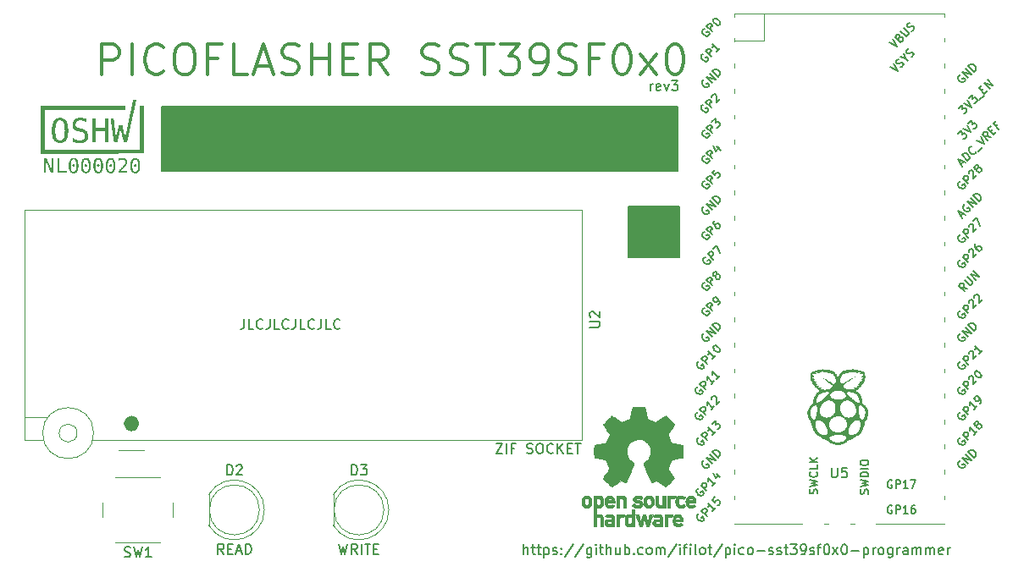
<source format=gbr>
%TF.GenerationSoftware,KiCad,Pcbnew,8.0.2*%
%TF.CreationDate,2025-01-04T14:29:41+01:00*%
%TF.ProjectId,pico-sst39sf0x0-pcb,7069636f-2d73-4737-9433-397366307830,2*%
%TF.SameCoordinates,Original*%
%TF.FileFunction,Legend,Top*%
%TF.FilePolarity,Positive*%
%FSLAX46Y46*%
G04 Gerber Fmt 4.6, Leading zero omitted, Abs format (unit mm)*
G04 Created by KiCad (PCBNEW 8.0.2) date 2025-01-04 14:29:41*
%MOMM*%
%LPD*%
G01*
G04 APERTURE LIST*
%ADD10C,0.793420*%
%ADD11C,0.150000*%
%ADD12C,0.300000*%
%ADD13C,0.120000*%
%ADD14C,0.000000*%
%ADD15C,0.010000*%
G04 APERTURE END LIST*
D10*
X37607710Y-62484000D02*
G75*
G02*
X36814290Y-62484000I-396710J0D01*
G01*
X36814290Y-62484000D02*
G75*
G02*
X37607710Y-62484000I396710J0D01*
G01*
D11*
X40259000Y-30734000D02*
X91821000Y-30734000D01*
X91821000Y-37211000D01*
X40259000Y-37211000D01*
X40259000Y-30734000D01*
G36*
X40259000Y-30734000D02*
G01*
X91821000Y-30734000D01*
X91821000Y-37211000D01*
X40259000Y-37211000D01*
X40259000Y-30734000D01*
G37*
X86868000Y-40767000D02*
X91948000Y-40767000D01*
X91948000Y-45847000D01*
X86868000Y-45847000D01*
X86868000Y-40767000D01*
G36*
X86868000Y-40767000D02*
G01*
X91948000Y-40767000D01*
X91948000Y-45847000D01*
X86868000Y-45847000D01*
X86868000Y-40767000D01*
G37*
X48466951Y-52032819D02*
X48466951Y-52747104D01*
X48466951Y-52747104D02*
X48419332Y-52889961D01*
X48419332Y-52889961D02*
X48324094Y-52985200D01*
X48324094Y-52985200D02*
X48181237Y-53032819D01*
X48181237Y-53032819D02*
X48085999Y-53032819D01*
X49419332Y-53032819D02*
X48943142Y-53032819D01*
X48943142Y-53032819D02*
X48943142Y-52032819D01*
X50324094Y-52937580D02*
X50276475Y-52985200D01*
X50276475Y-52985200D02*
X50133618Y-53032819D01*
X50133618Y-53032819D02*
X50038380Y-53032819D01*
X50038380Y-53032819D02*
X49895523Y-52985200D01*
X49895523Y-52985200D02*
X49800285Y-52889961D01*
X49800285Y-52889961D02*
X49752666Y-52794723D01*
X49752666Y-52794723D02*
X49705047Y-52604247D01*
X49705047Y-52604247D02*
X49705047Y-52461390D01*
X49705047Y-52461390D02*
X49752666Y-52270914D01*
X49752666Y-52270914D02*
X49800285Y-52175676D01*
X49800285Y-52175676D02*
X49895523Y-52080438D01*
X49895523Y-52080438D02*
X50038380Y-52032819D01*
X50038380Y-52032819D02*
X50133618Y-52032819D01*
X50133618Y-52032819D02*
X50276475Y-52080438D01*
X50276475Y-52080438D02*
X50324094Y-52128057D01*
X51038380Y-52032819D02*
X51038380Y-52747104D01*
X51038380Y-52747104D02*
X50990761Y-52889961D01*
X50990761Y-52889961D02*
X50895523Y-52985200D01*
X50895523Y-52985200D02*
X50752666Y-53032819D01*
X50752666Y-53032819D02*
X50657428Y-53032819D01*
X51990761Y-53032819D02*
X51514571Y-53032819D01*
X51514571Y-53032819D02*
X51514571Y-52032819D01*
X52895523Y-52937580D02*
X52847904Y-52985200D01*
X52847904Y-52985200D02*
X52705047Y-53032819D01*
X52705047Y-53032819D02*
X52609809Y-53032819D01*
X52609809Y-53032819D02*
X52466952Y-52985200D01*
X52466952Y-52985200D02*
X52371714Y-52889961D01*
X52371714Y-52889961D02*
X52324095Y-52794723D01*
X52324095Y-52794723D02*
X52276476Y-52604247D01*
X52276476Y-52604247D02*
X52276476Y-52461390D01*
X52276476Y-52461390D02*
X52324095Y-52270914D01*
X52324095Y-52270914D02*
X52371714Y-52175676D01*
X52371714Y-52175676D02*
X52466952Y-52080438D01*
X52466952Y-52080438D02*
X52609809Y-52032819D01*
X52609809Y-52032819D02*
X52705047Y-52032819D01*
X52705047Y-52032819D02*
X52847904Y-52080438D01*
X52847904Y-52080438D02*
X52895523Y-52128057D01*
X53609809Y-52032819D02*
X53609809Y-52747104D01*
X53609809Y-52747104D02*
X53562190Y-52889961D01*
X53562190Y-52889961D02*
X53466952Y-52985200D01*
X53466952Y-52985200D02*
X53324095Y-53032819D01*
X53324095Y-53032819D02*
X53228857Y-53032819D01*
X54562190Y-53032819D02*
X54086000Y-53032819D01*
X54086000Y-53032819D02*
X54086000Y-52032819D01*
X55466952Y-52937580D02*
X55419333Y-52985200D01*
X55419333Y-52985200D02*
X55276476Y-53032819D01*
X55276476Y-53032819D02*
X55181238Y-53032819D01*
X55181238Y-53032819D02*
X55038381Y-52985200D01*
X55038381Y-52985200D02*
X54943143Y-52889961D01*
X54943143Y-52889961D02*
X54895524Y-52794723D01*
X54895524Y-52794723D02*
X54847905Y-52604247D01*
X54847905Y-52604247D02*
X54847905Y-52461390D01*
X54847905Y-52461390D02*
X54895524Y-52270914D01*
X54895524Y-52270914D02*
X54943143Y-52175676D01*
X54943143Y-52175676D02*
X55038381Y-52080438D01*
X55038381Y-52080438D02*
X55181238Y-52032819D01*
X55181238Y-52032819D02*
X55276476Y-52032819D01*
X55276476Y-52032819D02*
X55419333Y-52080438D01*
X55419333Y-52080438D02*
X55466952Y-52128057D01*
X56181238Y-52032819D02*
X56181238Y-52747104D01*
X56181238Y-52747104D02*
X56133619Y-52889961D01*
X56133619Y-52889961D02*
X56038381Y-52985200D01*
X56038381Y-52985200D02*
X55895524Y-53032819D01*
X55895524Y-53032819D02*
X55800286Y-53032819D01*
X57133619Y-53032819D02*
X56657429Y-53032819D01*
X56657429Y-53032819D02*
X56657429Y-52032819D01*
X58038381Y-52937580D02*
X57990762Y-52985200D01*
X57990762Y-52985200D02*
X57847905Y-53032819D01*
X57847905Y-53032819D02*
X57752667Y-53032819D01*
X57752667Y-53032819D02*
X57609810Y-52985200D01*
X57609810Y-52985200D02*
X57514572Y-52889961D01*
X57514572Y-52889961D02*
X57466953Y-52794723D01*
X57466953Y-52794723D02*
X57419334Y-52604247D01*
X57419334Y-52604247D02*
X57419334Y-52461390D01*
X57419334Y-52461390D02*
X57466953Y-52270914D01*
X57466953Y-52270914D02*
X57514572Y-52175676D01*
X57514572Y-52175676D02*
X57609810Y-52080438D01*
X57609810Y-52080438D02*
X57752667Y-52032819D01*
X57752667Y-52032819D02*
X57847905Y-52032819D01*
X57847905Y-52032819D02*
X57990762Y-52080438D01*
X57990762Y-52080438D02*
X58038381Y-52128057D01*
X89066857Y-29156819D02*
X89066857Y-28490152D01*
X89066857Y-28680628D02*
X89114476Y-28585390D01*
X89114476Y-28585390D02*
X89162095Y-28537771D01*
X89162095Y-28537771D02*
X89257333Y-28490152D01*
X89257333Y-28490152D02*
X89352571Y-28490152D01*
X90066857Y-29109200D02*
X89971619Y-29156819D01*
X89971619Y-29156819D02*
X89781143Y-29156819D01*
X89781143Y-29156819D02*
X89685905Y-29109200D01*
X89685905Y-29109200D02*
X89638286Y-29013961D01*
X89638286Y-29013961D02*
X89638286Y-28633009D01*
X89638286Y-28633009D02*
X89685905Y-28537771D01*
X89685905Y-28537771D02*
X89781143Y-28490152D01*
X89781143Y-28490152D02*
X89971619Y-28490152D01*
X89971619Y-28490152D02*
X90066857Y-28537771D01*
X90066857Y-28537771D02*
X90114476Y-28633009D01*
X90114476Y-28633009D02*
X90114476Y-28728247D01*
X90114476Y-28728247D02*
X89638286Y-28823485D01*
X90447810Y-28490152D02*
X90685905Y-29156819D01*
X90685905Y-29156819D02*
X90924000Y-28490152D01*
X91209715Y-28156819D02*
X91828762Y-28156819D01*
X91828762Y-28156819D02*
X91495429Y-28537771D01*
X91495429Y-28537771D02*
X91638286Y-28537771D01*
X91638286Y-28537771D02*
X91733524Y-28585390D01*
X91733524Y-28585390D02*
X91781143Y-28633009D01*
X91781143Y-28633009D02*
X91828762Y-28728247D01*
X91828762Y-28728247D02*
X91828762Y-28966342D01*
X91828762Y-28966342D02*
X91781143Y-29061580D01*
X91781143Y-29061580D02*
X91733524Y-29109200D01*
X91733524Y-29109200D02*
X91638286Y-29156819D01*
X91638286Y-29156819D02*
X91352572Y-29156819D01*
X91352572Y-29156819D02*
X91257334Y-29109200D01*
X91257334Y-29109200D02*
X91209715Y-29061580D01*
X76409779Y-75561819D02*
X76409779Y-74561819D01*
X76838350Y-75561819D02*
X76838350Y-75038009D01*
X76838350Y-75038009D02*
X76790731Y-74942771D01*
X76790731Y-74942771D02*
X76695493Y-74895152D01*
X76695493Y-74895152D02*
X76552636Y-74895152D01*
X76552636Y-74895152D02*
X76457398Y-74942771D01*
X76457398Y-74942771D02*
X76409779Y-74990390D01*
X77171684Y-74895152D02*
X77552636Y-74895152D01*
X77314541Y-74561819D02*
X77314541Y-75418961D01*
X77314541Y-75418961D02*
X77362160Y-75514200D01*
X77362160Y-75514200D02*
X77457398Y-75561819D01*
X77457398Y-75561819D02*
X77552636Y-75561819D01*
X77743113Y-74895152D02*
X78124065Y-74895152D01*
X77885970Y-74561819D02*
X77885970Y-75418961D01*
X77885970Y-75418961D02*
X77933589Y-75514200D01*
X77933589Y-75514200D02*
X78028827Y-75561819D01*
X78028827Y-75561819D02*
X78124065Y-75561819D01*
X78457399Y-74895152D02*
X78457399Y-75895152D01*
X78457399Y-74942771D02*
X78552637Y-74895152D01*
X78552637Y-74895152D02*
X78743113Y-74895152D01*
X78743113Y-74895152D02*
X78838351Y-74942771D01*
X78838351Y-74942771D02*
X78885970Y-74990390D01*
X78885970Y-74990390D02*
X78933589Y-75085628D01*
X78933589Y-75085628D02*
X78933589Y-75371342D01*
X78933589Y-75371342D02*
X78885970Y-75466580D01*
X78885970Y-75466580D02*
X78838351Y-75514200D01*
X78838351Y-75514200D02*
X78743113Y-75561819D01*
X78743113Y-75561819D02*
X78552637Y-75561819D01*
X78552637Y-75561819D02*
X78457399Y-75514200D01*
X79314542Y-75514200D02*
X79409780Y-75561819D01*
X79409780Y-75561819D02*
X79600256Y-75561819D01*
X79600256Y-75561819D02*
X79695494Y-75514200D01*
X79695494Y-75514200D02*
X79743113Y-75418961D01*
X79743113Y-75418961D02*
X79743113Y-75371342D01*
X79743113Y-75371342D02*
X79695494Y-75276104D01*
X79695494Y-75276104D02*
X79600256Y-75228485D01*
X79600256Y-75228485D02*
X79457399Y-75228485D01*
X79457399Y-75228485D02*
X79362161Y-75180866D01*
X79362161Y-75180866D02*
X79314542Y-75085628D01*
X79314542Y-75085628D02*
X79314542Y-75038009D01*
X79314542Y-75038009D02*
X79362161Y-74942771D01*
X79362161Y-74942771D02*
X79457399Y-74895152D01*
X79457399Y-74895152D02*
X79600256Y-74895152D01*
X79600256Y-74895152D02*
X79695494Y-74942771D01*
X80171685Y-75466580D02*
X80219304Y-75514200D01*
X80219304Y-75514200D02*
X80171685Y-75561819D01*
X80171685Y-75561819D02*
X80124066Y-75514200D01*
X80124066Y-75514200D02*
X80171685Y-75466580D01*
X80171685Y-75466580D02*
X80171685Y-75561819D01*
X80171685Y-74942771D02*
X80219304Y-74990390D01*
X80219304Y-74990390D02*
X80171685Y-75038009D01*
X80171685Y-75038009D02*
X80124066Y-74990390D01*
X80124066Y-74990390D02*
X80171685Y-74942771D01*
X80171685Y-74942771D02*
X80171685Y-75038009D01*
X81362160Y-74514200D02*
X80505018Y-75799914D01*
X82409779Y-74514200D02*
X81552637Y-75799914D01*
X83171684Y-74895152D02*
X83171684Y-75704676D01*
X83171684Y-75704676D02*
X83124065Y-75799914D01*
X83124065Y-75799914D02*
X83076446Y-75847533D01*
X83076446Y-75847533D02*
X82981208Y-75895152D01*
X82981208Y-75895152D02*
X82838351Y-75895152D01*
X82838351Y-75895152D02*
X82743113Y-75847533D01*
X83171684Y-75514200D02*
X83076446Y-75561819D01*
X83076446Y-75561819D02*
X82885970Y-75561819D01*
X82885970Y-75561819D02*
X82790732Y-75514200D01*
X82790732Y-75514200D02*
X82743113Y-75466580D01*
X82743113Y-75466580D02*
X82695494Y-75371342D01*
X82695494Y-75371342D02*
X82695494Y-75085628D01*
X82695494Y-75085628D02*
X82743113Y-74990390D01*
X82743113Y-74990390D02*
X82790732Y-74942771D01*
X82790732Y-74942771D02*
X82885970Y-74895152D01*
X82885970Y-74895152D02*
X83076446Y-74895152D01*
X83076446Y-74895152D02*
X83171684Y-74942771D01*
X83647875Y-75561819D02*
X83647875Y-74895152D01*
X83647875Y-74561819D02*
X83600256Y-74609438D01*
X83600256Y-74609438D02*
X83647875Y-74657057D01*
X83647875Y-74657057D02*
X83695494Y-74609438D01*
X83695494Y-74609438D02*
X83647875Y-74561819D01*
X83647875Y-74561819D02*
X83647875Y-74657057D01*
X83981208Y-74895152D02*
X84362160Y-74895152D01*
X84124065Y-74561819D02*
X84124065Y-75418961D01*
X84124065Y-75418961D02*
X84171684Y-75514200D01*
X84171684Y-75514200D02*
X84266922Y-75561819D01*
X84266922Y-75561819D02*
X84362160Y-75561819D01*
X84695494Y-75561819D02*
X84695494Y-74561819D01*
X85124065Y-75561819D02*
X85124065Y-75038009D01*
X85124065Y-75038009D02*
X85076446Y-74942771D01*
X85076446Y-74942771D02*
X84981208Y-74895152D01*
X84981208Y-74895152D02*
X84838351Y-74895152D01*
X84838351Y-74895152D02*
X84743113Y-74942771D01*
X84743113Y-74942771D02*
X84695494Y-74990390D01*
X86028827Y-74895152D02*
X86028827Y-75561819D01*
X85600256Y-74895152D02*
X85600256Y-75418961D01*
X85600256Y-75418961D02*
X85647875Y-75514200D01*
X85647875Y-75514200D02*
X85743113Y-75561819D01*
X85743113Y-75561819D02*
X85885970Y-75561819D01*
X85885970Y-75561819D02*
X85981208Y-75514200D01*
X85981208Y-75514200D02*
X86028827Y-75466580D01*
X86505018Y-75561819D02*
X86505018Y-74561819D01*
X86505018Y-74942771D02*
X86600256Y-74895152D01*
X86600256Y-74895152D02*
X86790732Y-74895152D01*
X86790732Y-74895152D02*
X86885970Y-74942771D01*
X86885970Y-74942771D02*
X86933589Y-74990390D01*
X86933589Y-74990390D02*
X86981208Y-75085628D01*
X86981208Y-75085628D02*
X86981208Y-75371342D01*
X86981208Y-75371342D02*
X86933589Y-75466580D01*
X86933589Y-75466580D02*
X86885970Y-75514200D01*
X86885970Y-75514200D02*
X86790732Y-75561819D01*
X86790732Y-75561819D02*
X86600256Y-75561819D01*
X86600256Y-75561819D02*
X86505018Y-75514200D01*
X87409780Y-75466580D02*
X87457399Y-75514200D01*
X87457399Y-75514200D02*
X87409780Y-75561819D01*
X87409780Y-75561819D02*
X87362161Y-75514200D01*
X87362161Y-75514200D02*
X87409780Y-75466580D01*
X87409780Y-75466580D02*
X87409780Y-75561819D01*
X88314541Y-75514200D02*
X88219303Y-75561819D01*
X88219303Y-75561819D02*
X88028827Y-75561819D01*
X88028827Y-75561819D02*
X87933589Y-75514200D01*
X87933589Y-75514200D02*
X87885970Y-75466580D01*
X87885970Y-75466580D02*
X87838351Y-75371342D01*
X87838351Y-75371342D02*
X87838351Y-75085628D01*
X87838351Y-75085628D02*
X87885970Y-74990390D01*
X87885970Y-74990390D02*
X87933589Y-74942771D01*
X87933589Y-74942771D02*
X88028827Y-74895152D01*
X88028827Y-74895152D02*
X88219303Y-74895152D01*
X88219303Y-74895152D02*
X88314541Y-74942771D01*
X88885970Y-75561819D02*
X88790732Y-75514200D01*
X88790732Y-75514200D02*
X88743113Y-75466580D01*
X88743113Y-75466580D02*
X88695494Y-75371342D01*
X88695494Y-75371342D02*
X88695494Y-75085628D01*
X88695494Y-75085628D02*
X88743113Y-74990390D01*
X88743113Y-74990390D02*
X88790732Y-74942771D01*
X88790732Y-74942771D02*
X88885970Y-74895152D01*
X88885970Y-74895152D02*
X89028827Y-74895152D01*
X89028827Y-74895152D02*
X89124065Y-74942771D01*
X89124065Y-74942771D02*
X89171684Y-74990390D01*
X89171684Y-74990390D02*
X89219303Y-75085628D01*
X89219303Y-75085628D02*
X89219303Y-75371342D01*
X89219303Y-75371342D02*
X89171684Y-75466580D01*
X89171684Y-75466580D02*
X89124065Y-75514200D01*
X89124065Y-75514200D02*
X89028827Y-75561819D01*
X89028827Y-75561819D02*
X88885970Y-75561819D01*
X89647875Y-75561819D02*
X89647875Y-74895152D01*
X89647875Y-74990390D02*
X89695494Y-74942771D01*
X89695494Y-74942771D02*
X89790732Y-74895152D01*
X89790732Y-74895152D02*
X89933589Y-74895152D01*
X89933589Y-74895152D02*
X90028827Y-74942771D01*
X90028827Y-74942771D02*
X90076446Y-75038009D01*
X90076446Y-75038009D02*
X90076446Y-75561819D01*
X90076446Y-75038009D02*
X90124065Y-74942771D01*
X90124065Y-74942771D02*
X90219303Y-74895152D01*
X90219303Y-74895152D02*
X90362160Y-74895152D01*
X90362160Y-74895152D02*
X90457399Y-74942771D01*
X90457399Y-74942771D02*
X90505018Y-75038009D01*
X90505018Y-75038009D02*
X90505018Y-75561819D01*
X91695493Y-74514200D02*
X90838351Y-75799914D01*
X92028827Y-75561819D02*
X92028827Y-74895152D01*
X92028827Y-74561819D02*
X91981208Y-74609438D01*
X91981208Y-74609438D02*
X92028827Y-74657057D01*
X92028827Y-74657057D02*
X92076446Y-74609438D01*
X92076446Y-74609438D02*
X92028827Y-74561819D01*
X92028827Y-74561819D02*
X92028827Y-74657057D01*
X92362160Y-74895152D02*
X92743112Y-74895152D01*
X92505017Y-75561819D02*
X92505017Y-74704676D01*
X92505017Y-74704676D02*
X92552636Y-74609438D01*
X92552636Y-74609438D02*
X92647874Y-74561819D01*
X92647874Y-74561819D02*
X92743112Y-74561819D01*
X93076446Y-75561819D02*
X93076446Y-74895152D01*
X93076446Y-74561819D02*
X93028827Y-74609438D01*
X93028827Y-74609438D02*
X93076446Y-74657057D01*
X93076446Y-74657057D02*
X93124065Y-74609438D01*
X93124065Y-74609438D02*
X93076446Y-74561819D01*
X93076446Y-74561819D02*
X93076446Y-74657057D01*
X93695493Y-75561819D02*
X93600255Y-75514200D01*
X93600255Y-75514200D02*
X93552636Y-75418961D01*
X93552636Y-75418961D02*
X93552636Y-74561819D01*
X94219303Y-75561819D02*
X94124065Y-75514200D01*
X94124065Y-75514200D02*
X94076446Y-75466580D01*
X94076446Y-75466580D02*
X94028827Y-75371342D01*
X94028827Y-75371342D02*
X94028827Y-75085628D01*
X94028827Y-75085628D02*
X94076446Y-74990390D01*
X94076446Y-74990390D02*
X94124065Y-74942771D01*
X94124065Y-74942771D02*
X94219303Y-74895152D01*
X94219303Y-74895152D02*
X94362160Y-74895152D01*
X94362160Y-74895152D02*
X94457398Y-74942771D01*
X94457398Y-74942771D02*
X94505017Y-74990390D01*
X94505017Y-74990390D02*
X94552636Y-75085628D01*
X94552636Y-75085628D02*
X94552636Y-75371342D01*
X94552636Y-75371342D02*
X94505017Y-75466580D01*
X94505017Y-75466580D02*
X94457398Y-75514200D01*
X94457398Y-75514200D02*
X94362160Y-75561819D01*
X94362160Y-75561819D02*
X94219303Y-75561819D01*
X94838351Y-74895152D02*
X95219303Y-74895152D01*
X94981208Y-74561819D02*
X94981208Y-75418961D01*
X94981208Y-75418961D02*
X95028827Y-75514200D01*
X95028827Y-75514200D02*
X95124065Y-75561819D01*
X95124065Y-75561819D02*
X95219303Y-75561819D01*
X96266922Y-74514200D02*
X95409780Y-75799914D01*
X96600256Y-74895152D02*
X96600256Y-75895152D01*
X96600256Y-74942771D02*
X96695494Y-74895152D01*
X96695494Y-74895152D02*
X96885970Y-74895152D01*
X96885970Y-74895152D02*
X96981208Y-74942771D01*
X96981208Y-74942771D02*
X97028827Y-74990390D01*
X97028827Y-74990390D02*
X97076446Y-75085628D01*
X97076446Y-75085628D02*
X97076446Y-75371342D01*
X97076446Y-75371342D02*
X97028827Y-75466580D01*
X97028827Y-75466580D02*
X96981208Y-75514200D01*
X96981208Y-75514200D02*
X96885970Y-75561819D01*
X96885970Y-75561819D02*
X96695494Y-75561819D01*
X96695494Y-75561819D02*
X96600256Y-75514200D01*
X97505018Y-75561819D02*
X97505018Y-74895152D01*
X97505018Y-74561819D02*
X97457399Y-74609438D01*
X97457399Y-74609438D02*
X97505018Y-74657057D01*
X97505018Y-74657057D02*
X97552637Y-74609438D01*
X97552637Y-74609438D02*
X97505018Y-74561819D01*
X97505018Y-74561819D02*
X97505018Y-74657057D01*
X98409779Y-75514200D02*
X98314541Y-75561819D01*
X98314541Y-75561819D02*
X98124065Y-75561819D01*
X98124065Y-75561819D02*
X98028827Y-75514200D01*
X98028827Y-75514200D02*
X97981208Y-75466580D01*
X97981208Y-75466580D02*
X97933589Y-75371342D01*
X97933589Y-75371342D02*
X97933589Y-75085628D01*
X97933589Y-75085628D02*
X97981208Y-74990390D01*
X97981208Y-74990390D02*
X98028827Y-74942771D01*
X98028827Y-74942771D02*
X98124065Y-74895152D01*
X98124065Y-74895152D02*
X98314541Y-74895152D01*
X98314541Y-74895152D02*
X98409779Y-74942771D01*
X98981208Y-75561819D02*
X98885970Y-75514200D01*
X98885970Y-75514200D02*
X98838351Y-75466580D01*
X98838351Y-75466580D02*
X98790732Y-75371342D01*
X98790732Y-75371342D02*
X98790732Y-75085628D01*
X98790732Y-75085628D02*
X98838351Y-74990390D01*
X98838351Y-74990390D02*
X98885970Y-74942771D01*
X98885970Y-74942771D02*
X98981208Y-74895152D01*
X98981208Y-74895152D02*
X99124065Y-74895152D01*
X99124065Y-74895152D02*
X99219303Y-74942771D01*
X99219303Y-74942771D02*
X99266922Y-74990390D01*
X99266922Y-74990390D02*
X99314541Y-75085628D01*
X99314541Y-75085628D02*
X99314541Y-75371342D01*
X99314541Y-75371342D02*
X99266922Y-75466580D01*
X99266922Y-75466580D02*
X99219303Y-75514200D01*
X99219303Y-75514200D02*
X99124065Y-75561819D01*
X99124065Y-75561819D02*
X98981208Y-75561819D01*
X99743113Y-75180866D02*
X100505018Y-75180866D01*
X100933589Y-75514200D02*
X101028827Y-75561819D01*
X101028827Y-75561819D02*
X101219303Y-75561819D01*
X101219303Y-75561819D02*
X101314541Y-75514200D01*
X101314541Y-75514200D02*
X101362160Y-75418961D01*
X101362160Y-75418961D02*
X101362160Y-75371342D01*
X101362160Y-75371342D02*
X101314541Y-75276104D01*
X101314541Y-75276104D02*
X101219303Y-75228485D01*
X101219303Y-75228485D02*
X101076446Y-75228485D01*
X101076446Y-75228485D02*
X100981208Y-75180866D01*
X100981208Y-75180866D02*
X100933589Y-75085628D01*
X100933589Y-75085628D02*
X100933589Y-75038009D01*
X100933589Y-75038009D02*
X100981208Y-74942771D01*
X100981208Y-74942771D02*
X101076446Y-74895152D01*
X101076446Y-74895152D02*
X101219303Y-74895152D01*
X101219303Y-74895152D02*
X101314541Y-74942771D01*
X101743113Y-75514200D02*
X101838351Y-75561819D01*
X101838351Y-75561819D02*
X102028827Y-75561819D01*
X102028827Y-75561819D02*
X102124065Y-75514200D01*
X102124065Y-75514200D02*
X102171684Y-75418961D01*
X102171684Y-75418961D02*
X102171684Y-75371342D01*
X102171684Y-75371342D02*
X102124065Y-75276104D01*
X102124065Y-75276104D02*
X102028827Y-75228485D01*
X102028827Y-75228485D02*
X101885970Y-75228485D01*
X101885970Y-75228485D02*
X101790732Y-75180866D01*
X101790732Y-75180866D02*
X101743113Y-75085628D01*
X101743113Y-75085628D02*
X101743113Y-75038009D01*
X101743113Y-75038009D02*
X101790732Y-74942771D01*
X101790732Y-74942771D02*
X101885970Y-74895152D01*
X101885970Y-74895152D02*
X102028827Y-74895152D01*
X102028827Y-74895152D02*
X102124065Y-74942771D01*
X102457399Y-74895152D02*
X102838351Y-74895152D01*
X102600256Y-74561819D02*
X102600256Y-75418961D01*
X102600256Y-75418961D02*
X102647875Y-75514200D01*
X102647875Y-75514200D02*
X102743113Y-75561819D01*
X102743113Y-75561819D02*
X102838351Y-75561819D01*
X103076447Y-74561819D02*
X103695494Y-74561819D01*
X103695494Y-74561819D02*
X103362161Y-74942771D01*
X103362161Y-74942771D02*
X103505018Y-74942771D01*
X103505018Y-74942771D02*
X103600256Y-74990390D01*
X103600256Y-74990390D02*
X103647875Y-75038009D01*
X103647875Y-75038009D02*
X103695494Y-75133247D01*
X103695494Y-75133247D02*
X103695494Y-75371342D01*
X103695494Y-75371342D02*
X103647875Y-75466580D01*
X103647875Y-75466580D02*
X103600256Y-75514200D01*
X103600256Y-75514200D02*
X103505018Y-75561819D01*
X103505018Y-75561819D02*
X103219304Y-75561819D01*
X103219304Y-75561819D02*
X103124066Y-75514200D01*
X103124066Y-75514200D02*
X103076447Y-75466580D01*
X104171685Y-75561819D02*
X104362161Y-75561819D01*
X104362161Y-75561819D02*
X104457399Y-75514200D01*
X104457399Y-75514200D02*
X104505018Y-75466580D01*
X104505018Y-75466580D02*
X104600256Y-75323723D01*
X104600256Y-75323723D02*
X104647875Y-75133247D01*
X104647875Y-75133247D02*
X104647875Y-74752295D01*
X104647875Y-74752295D02*
X104600256Y-74657057D01*
X104600256Y-74657057D02*
X104552637Y-74609438D01*
X104552637Y-74609438D02*
X104457399Y-74561819D01*
X104457399Y-74561819D02*
X104266923Y-74561819D01*
X104266923Y-74561819D02*
X104171685Y-74609438D01*
X104171685Y-74609438D02*
X104124066Y-74657057D01*
X104124066Y-74657057D02*
X104076447Y-74752295D01*
X104076447Y-74752295D02*
X104076447Y-74990390D01*
X104076447Y-74990390D02*
X104124066Y-75085628D01*
X104124066Y-75085628D02*
X104171685Y-75133247D01*
X104171685Y-75133247D02*
X104266923Y-75180866D01*
X104266923Y-75180866D02*
X104457399Y-75180866D01*
X104457399Y-75180866D02*
X104552637Y-75133247D01*
X104552637Y-75133247D02*
X104600256Y-75085628D01*
X104600256Y-75085628D02*
X104647875Y-74990390D01*
X105028828Y-75514200D02*
X105124066Y-75561819D01*
X105124066Y-75561819D02*
X105314542Y-75561819D01*
X105314542Y-75561819D02*
X105409780Y-75514200D01*
X105409780Y-75514200D02*
X105457399Y-75418961D01*
X105457399Y-75418961D02*
X105457399Y-75371342D01*
X105457399Y-75371342D02*
X105409780Y-75276104D01*
X105409780Y-75276104D02*
X105314542Y-75228485D01*
X105314542Y-75228485D02*
X105171685Y-75228485D01*
X105171685Y-75228485D02*
X105076447Y-75180866D01*
X105076447Y-75180866D02*
X105028828Y-75085628D01*
X105028828Y-75085628D02*
X105028828Y-75038009D01*
X105028828Y-75038009D02*
X105076447Y-74942771D01*
X105076447Y-74942771D02*
X105171685Y-74895152D01*
X105171685Y-74895152D02*
X105314542Y-74895152D01*
X105314542Y-74895152D02*
X105409780Y-74942771D01*
X105743114Y-74895152D02*
X106124066Y-74895152D01*
X105885971Y-75561819D02*
X105885971Y-74704676D01*
X105885971Y-74704676D02*
X105933590Y-74609438D01*
X105933590Y-74609438D02*
X106028828Y-74561819D01*
X106028828Y-74561819D02*
X106124066Y-74561819D01*
X106647876Y-74561819D02*
X106743114Y-74561819D01*
X106743114Y-74561819D02*
X106838352Y-74609438D01*
X106838352Y-74609438D02*
X106885971Y-74657057D01*
X106885971Y-74657057D02*
X106933590Y-74752295D01*
X106933590Y-74752295D02*
X106981209Y-74942771D01*
X106981209Y-74942771D02*
X106981209Y-75180866D01*
X106981209Y-75180866D02*
X106933590Y-75371342D01*
X106933590Y-75371342D02*
X106885971Y-75466580D01*
X106885971Y-75466580D02*
X106838352Y-75514200D01*
X106838352Y-75514200D02*
X106743114Y-75561819D01*
X106743114Y-75561819D02*
X106647876Y-75561819D01*
X106647876Y-75561819D02*
X106552638Y-75514200D01*
X106552638Y-75514200D02*
X106505019Y-75466580D01*
X106505019Y-75466580D02*
X106457400Y-75371342D01*
X106457400Y-75371342D02*
X106409781Y-75180866D01*
X106409781Y-75180866D02*
X106409781Y-74942771D01*
X106409781Y-74942771D02*
X106457400Y-74752295D01*
X106457400Y-74752295D02*
X106505019Y-74657057D01*
X106505019Y-74657057D02*
X106552638Y-74609438D01*
X106552638Y-74609438D02*
X106647876Y-74561819D01*
X107314543Y-75561819D02*
X107838352Y-74895152D01*
X107314543Y-74895152D02*
X107838352Y-75561819D01*
X108409781Y-74561819D02*
X108505019Y-74561819D01*
X108505019Y-74561819D02*
X108600257Y-74609438D01*
X108600257Y-74609438D02*
X108647876Y-74657057D01*
X108647876Y-74657057D02*
X108695495Y-74752295D01*
X108695495Y-74752295D02*
X108743114Y-74942771D01*
X108743114Y-74942771D02*
X108743114Y-75180866D01*
X108743114Y-75180866D02*
X108695495Y-75371342D01*
X108695495Y-75371342D02*
X108647876Y-75466580D01*
X108647876Y-75466580D02*
X108600257Y-75514200D01*
X108600257Y-75514200D02*
X108505019Y-75561819D01*
X108505019Y-75561819D02*
X108409781Y-75561819D01*
X108409781Y-75561819D02*
X108314543Y-75514200D01*
X108314543Y-75514200D02*
X108266924Y-75466580D01*
X108266924Y-75466580D02*
X108219305Y-75371342D01*
X108219305Y-75371342D02*
X108171686Y-75180866D01*
X108171686Y-75180866D02*
X108171686Y-74942771D01*
X108171686Y-74942771D02*
X108219305Y-74752295D01*
X108219305Y-74752295D02*
X108266924Y-74657057D01*
X108266924Y-74657057D02*
X108314543Y-74609438D01*
X108314543Y-74609438D02*
X108409781Y-74561819D01*
X109171686Y-75180866D02*
X109933591Y-75180866D01*
X110409781Y-74895152D02*
X110409781Y-75895152D01*
X110409781Y-74942771D02*
X110505019Y-74895152D01*
X110505019Y-74895152D02*
X110695495Y-74895152D01*
X110695495Y-74895152D02*
X110790733Y-74942771D01*
X110790733Y-74942771D02*
X110838352Y-74990390D01*
X110838352Y-74990390D02*
X110885971Y-75085628D01*
X110885971Y-75085628D02*
X110885971Y-75371342D01*
X110885971Y-75371342D02*
X110838352Y-75466580D01*
X110838352Y-75466580D02*
X110790733Y-75514200D01*
X110790733Y-75514200D02*
X110695495Y-75561819D01*
X110695495Y-75561819D02*
X110505019Y-75561819D01*
X110505019Y-75561819D02*
X110409781Y-75514200D01*
X111314543Y-75561819D02*
X111314543Y-74895152D01*
X111314543Y-75085628D02*
X111362162Y-74990390D01*
X111362162Y-74990390D02*
X111409781Y-74942771D01*
X111409781Y-74942771D02*
X111505019Y-74895152D01*
X111505019Y-74895152D02*
X111600257Y-74895152D01*
X112076448Y-75561819D02*
X111981210Y-75514200D01*
X111981210Y-75514200D02*
X111933591Y-75466580D01*
X111933591Y-75466580D02*
X111885972Y-75371342D01*
X111885972Y-75371342D02*
X111885972Y-75085628D01*
X111885972Y-75085628D02*
X111933591Y-74990390D01*
X111933591Y-74990390D02*
X111981210Y-74942771D01*
X111981210Y-74942771D02*
X112076448Y-74895152D01*
X112076448Y-74895152D02*
X112219305Y-74895152D01*
X112219305Y-74895152D02*
X112314543Y-74942771D01*
X112314543Y-74942771D02*
X112362162Y-74990390D01*
X112362162Y-74990390D02*
X112409781Y-75085628D01*
X112409781Y-75085628D02*
X112409781Y-75371342D01*
X112409781Y-75371342D02*
X112362162Y-75466580D01*
X112362162Y-75466580D02*
X112314543Y-75514200D01*
X112314543Y-75514200D02*
X112219305Y-75561819D01*
X112219305Y-75561819D02*
X112076448Y-75561819D01*
X113266924Y-74895152D02*
X113266924Y-75704676D01*
X113266924Y-75704676D02*
X113219305Y-75799914D01*
X113219305Y-75799914D02*
X113171686Y-75847533D01*
X113171686Y-75847533D02*
X113076448Y-75895152D01*
X113076448Y-75895152D02*
X112933591Y-75895152D01*
X112933591Y-75895152D02*
X112838353Y-75847533D01*
X113266924Y-75514200D02*
X113171686Y-75561819D01*
X113171686Y-75561819D02*
X112981210Y-75561819D01*
X112981210Y-75561819D02*
X112885972Y-75514200D01*
X112885972Y-75514200D02*
X112838353Y-75466580D01*
X112838353Y-75466580D02*
X112790734Y-75371342D01*
X112790734Y-75371342D02*
X112790734Y-75085628D01*
X112790734Y-75085628D02*
X112838353Y-74990390D01*
X112838353Y-74990390D02*
X112885972Y-74942771D01*
X112885972Y-74942771D02*
X112981210Y-74895152D01*
X112981210Y-74895152D02*
X113171686Y-74895152D01*
X113171686Y-74895152D02*
X113266924Y-74942771D01*
X113743115Y-75561819D02*
X113743115Y-74895152D01*
X113743115Y-75085628D02*
X113790734Y-74990390D01*
X113790734Y-74990390D02*
X113838353Y-74942771D01*
X113838353Y-74942771D02*
X113933591Y-74895152D01*
X113933591Y-74895152D02*
X114028829Y-74895152D01*
X114790734Y-75561819D02*
X114790734Y-75038009D01*
X114790734Y-75038009D02*
X114743115Y-74942771D01*
X114743115Y-74942771D02*
X114647877Y-74895152D01*
X114647877Y-74895152D02*
X114457401Y-74895152D01*
X114457401Y-74895152D02*
X114362163Y-74942771D01*
X114790734Y-75514200D02*
X114695496Y-75561819D01*
X114695496Y-75561819D02*
X114457401Y-75561819D01*
X114457401Y-75561819D02*
X114362163Y-75514200D01*
X114362163Y-75514200D02*
X114314544Y-75418961D01*
X114314544Y-75418961D02*
X114314544Y-75323723D01*
X114314544Y-75323723D02*
X114362163Y-75228485D01*
X114362163Y-75228485D02*
X114457401Y-75180866D01*
X114457401Y-75180866D02*
X114695496Y-75180866D01*
X114695496Y-75180866D02*
X114790734Y-75133247D01*
X115266925Y-75561819D02*
X115266925Y-74895152D01*
X115266925Y-74990390D02*
X115314544Y-74942771D01*
X115314544Y-74942771D02*
X115409782Y-74895152D01*
X115409782Y-74895152D02*
X115552639Y-74895152D01*
X115552639Y-74895152D02*
X115647877Y-74942771D01*
X115647877Y-74942771D02*
X115695496Y-75038009D01*
X115695496Y-75038009D02*
X115695496Y-75561819D01*
X115695496Y-75038009D02*
X115743115Y-74942771D01*
X115743115Y-74942771D02*
X115838353Y-74895152D01*
X115838353Y-74895152D02*
X115981210Y-74895152D01*
X115981210Y-74895152D02*
X116076449Y-74942771D01*
X116076449Y-74942771D02*
X116124068Y-75038009D01*
X116124068Y-75038009D02*
X116124068Y-75561819D01*
X116600258Y-75561819D02*
X116600258Y-74895152D01*
X116600258Y-74990390D02*
X116647877Y-74942771D01*
X116647877Y-74942771D02*
X116743115Y-74895152D01*
X116743115Y-74895152D02*
X116885972Y-74895152D01*
X116885972Y-74895152D02*
X116981210Y-74942771D01*
X116981210Y-74942771D02*
X117028829Y-75038009D01*
X117028829Y-75038009D02*
X117028829Y-75561819D01*
X117028829Y-75038009D02*
X117076448Y-74942771D01*
X117076448Y-74942771D02*
X117171686Y-74895152D01*
X117171686Y-74895152D02*
X117314543Y-74895152D01*
X117314543Y-74895152D02*
X117409782Y-74942771D01*
X117409782Y-74942771D02*
X117457401Y-75038009D01*
X117457401Y-75038009D02*
X117457401Y-75561819D01*
X118314543Y-75514200D02*
X118219305Y-75561819D01*
X118219305Y-75561819D02*
X118028829Y-75561819D01*
X118028829Y-75561819D02*
X117933591Y-75514200D01*
X117933591Y-75514200D02*
X117885972Y-75418961D01*
X117885972Y-75418961D02*
X117885972Y-75038009D01*
X117885972Y-75038009D02*
X117933591Y-74942771D01*
X117933591Y-74942771D02*
X118028829Y-74895152D01*
X118028829Y-74895152D02*
X118219305Y-74895152D01*
X118219305Y-74895152D02*
X118314543Y-74942771D01*
X118314543Y-74942771D02*
X118362162Y-75038009D01*
X118362162Y-75038009D02*
X118362162Y-75133247D01*
X118362162Y-75133247D02*
X117885972Y-75228485D01*
X118790734Y-75561819D02*
X118790734Y-74895152D01*
X118790734Y-75085628D02*
X118838353Y-74990390D01*
X118838353Y-74990390D02*
X118885972Y-74942771D01*
X118885972Y-74942771D02*
X118981210Y-74895152D01*
X118981210Y-74895152D02*
X119076448Y-74895152D01*
D12*
X34245999Y-27534257D02*
X34245999Y-24534257D01*
X34245999Y-24534257D02*
X35388856Y-24534257D01*
X35388856Y-24534257D02*
X35674571Y-24677114D01*
X35674571Y-24677114D02*
X35817428Y-24819971D01*
X35817428Y-24819971D02*
X35960285Y-25105685D01*
X35960285Y-25105685D02*
X35960285Y-25534257D01*
X35960285Y-25534257D02*
X35817428Y-25819971D01*
X35817428Y-25819971D02*
X35674571Y-25962828D01*
X35674571Y-25962828D02*
X35388856Y-26105685D01*
X35388856Y-26105685D02*
X34245999Y-26105685D01*
X37245999Y-27534257D02*
X37245999Y-24534257D01*
X40388856Y-27248542D02*
X40245999Y-27391400D01*
X40245999Y-27391400D02*
X39817427Y-27534257D01*
X39817427Y-27534257D02*
X39531713Y-27534257D01*
X39531713Y-27534257D02*
X39103142Y-27391400D01*
X39103142Y-27391400D02*
X38817427Y-27105685D01*
X38817427Y-27105685D02*
X38674570Y-26819971D01*
X38674570Y-26819971D02*
X38531713Y-26248542D01*
X38531713Y-26248542D02*
X38531713Y-25819971D01*
X38531713Y-25819971D02*
X38674570Y-25248542D01*
X38674570Y-25248542D02*
X38817427Y-24962828D01*
X38817427Y-24962828D02*
X39103142Y-24677114D01*
X39103142Y-24677114D02*
X39531713Y-24534257D01*
X39531713Y-24534257D02*
X39817427Y-24534257D01*
X39817427Y-24534257D02*
X40245999Y-24677114D01*
X40245999Y-24677114D02*
X40388856Y-24819971D01*
X42245999Y-24534257D02*
X42817427Y-24534257D01*
X42817427Y-24534257D02*
X43103142Y-24677114D01*
X43103142Y-24677114D02*
X43388856Y-24962828D01*
X43388856Y-24962828D02*
X43531713Y-25534257D01*
X43531713Y-25534257D02*
X43531713Y-26534257D01*
X43531713Y-26534257D02*
X43388856Y-27105685D01*
X43388856Y-27105685D02*
X43103142Y-27391400D01*
X43103142Y-27391400D02*
X42817427Y-27534257D01*
X42817427Y-27534257D02*
X42245999Y-27534257D01*
X42245999Y-27534257D02*
X41960285Y-27391400D01*
X41960285Y-27391400D02*
X41674570Y-27105685D01*
X41674570Y-27105685D02*
X41531713Y-26534257D01*
X41531713Y-26534257D02*
X41531713Y-25534257D01*
X41531713Y-25534257D02*
X41674570Y-24962828D01*
X41674570Y-24962828D02*
X41960285Y-24677114D01*
X41960285Y-24677114D02*
X42245999Y-24534257D01*
X45817427Y-25962828D02*
X44817427Y-25962828D01*
X44817427Y-27534257D02*
X44817427Y-24534257D01*
X44817427Y-24534257D02*
X46245999Y-24534257D01*
X48817428Y-27534257D02*
X47388856Y-27534257D01*
X47388856Y-27534257D02*
X47388856Y-24534257D01*
X49674570Y-26677114D02*
X51103142Y-26677114D01*
X49388856Y-27534257D02*
X50388856Y-24534257D01*
X50388856Y-24534257D02*
X51388856Y-27534257D01*
X52245999Y-27391400D02*
X52674571Y-27534257D01*
X52674571Y-27534257D02*
X53388856Y-27534257D01*
X53388856Y-27534257D02*
X53674571Y-27391400D01*
X53674571Y-27391400D02*
X53817428Y-27248542D01*
X53817428Y-27248542D02*
X53960285Y-26962828D01*
X53960285Y-26962828D02*
X53960285Y-26677114D01*
X53960285Y-26677114D02*
X53817428Y-26391400D01*
X53817428Y-26391400D02*
X53674571Y-26248542D01*
X53674571Y-26248542D02*
X53388856Y-26105685D01*
X53388856Y-26105685D02*
X52817428Y-25962828D01*
X52817428Y-25962828D02*
X52531713Y-25819971D01*
X52531713Y-25819971D02*
X52388856Y-25677114D01*
X52388856Y-25677114D02*
X52245999Y-25391400D01*
X52245999Y-25391400D02*
X52245999Y-25105685D01*
X52245999Y-25105685D02*
X52388856Y-24819971D01*
X52388856Y-24819971D02*
X52531713Y-24677114D01*
X52531713Y-24677114D02*
X52817428Y-24534257D01*
X52817428Y-24534257D02*
X53531713Y-24534257D01*
X53531713Y-24534257D02*
X53960285Y-24677114D01*
X55245999Y-27534257D02*
X55245999Y-24534257D01*
X55245999Y-25962828D02*
X56960285Y-25962828D01*
X56960285Y-27534257D02*
X56960285Y-24534257D01*
X58388856Y-25962828D02*
X59388856Y-25962828D01*
X59817428Y-27534257D02*
X58388856Y-27534257D01*
X58388856Y-27534257D02*
X58388856Y-24534257D01*
X58388856Y-24534257D02*
X59817428Y-24534257D01*
X62817428Y-27534257D02*
X61817428Y-26105685D01*
X61103142Y-27534257D02*
X61103142Y-24534257D01*
X61103142Y-24534257D02*
X62245999Y-24534257D01*
X62245999Y-24534257D02*
X62531714Y-24677114D01*
X62531714Y-24677114D02*
X62674571Y-24819971D01*
X62674571Y-24819971D02*
X62817428Y-25105685D01*
X62817428Y-25105685D02*
X62817428Y-25534257D01*
X62817428Y-25534257D02*
X62674571Y-25819971D01*
X62674571Y-25819971D02*
X62531714Y-25962828D01*
X62531714Y-25962828D02*
X62245999Y-26105685D01*
X62245999Y-26105685D02*
X61103142Y-26105685D01*
X66245999Y-27391400D02*
X66674571Y-27534257D01*
X66674571Y-27534257D02*
X67388856Y-27534257D01*
X67388856Y-27534257D02*
X67674571Y-27391400D01*
X67674571Y-27391400D02*
X67817428Y-27248542D01*
X67817428Y-27248542D02*
X67960285Y-26962828D01*
X67960285Y-26962828D02*
X67960285Y-26677114D01*
X67960285Y-26677114D02*
X67817428Y-26391400D01*
X67817428Y-26391400D02*
X67674571Y-26248542D01*
X67674571Y-26248542D02*
X67388856Y-26105685D01*
X67388856Y-26105685D02*
X66817428Y-25962828D01*
X66817428Y-25962828D02*
X66531713Y-25819971D01*
X66531713Y-25819971D02*
X66388856Y-25677114D01*
X66388856Y-25677114D02*
X66245999Y-25391400D01*
X66245999Y-25391400D02*
X66245999Y-25105685D01*
X66245999Y-25105685D02*
X66388856Y-24819971D01*
X66388856Y-24819971D02*
X66531713Y-24677114D01*
X66531713Y-24677114D02*
X66817428Y-24534257D01*
X66817428Y-24534257D02*
X67531713Y-24534257D01*
X67531713Y-24534257D02*
X67960285Y-24677114D01*
X69103142Y-27391400D02*
X69531714Y-27534257D01*
X69531714Y-27534257D02*
X70245999Y-27534257D01*
X70245999Y-27534257D02*
X70531714Y-27391400D01*
X70531714Y-27391400D02*
X70674571Y-27248542D01*
X70674571Y-27248542D02*
X70817428Y-26962828D01*
X70817428Y-26962828D02*
X70817428Y-26677114D01*
X70817428Y-26677114D02*
X70674571Y-26391400D01*
X70674571Y-26391400D02*
X70531714Y-26248542D01*
X70531714Y-26248542D02*
X70245999Y-26105685D01*
X70245999Y-26105685D02*
X69674571Y-25962828D01*
X69674571Y-25962828D02*
X69388856Y-25819971D01*
X69388856Y-25819971D02*
X69245999Y-25677114D01*
X69245999Y-25677114D02*
X69103142Y-25391400D01*
X69103142Y-25391400D02*
X69103142Y-25105685D01*
X69103142Y-25105685D02*
X69245999Y-24819971D01*
X69245999Y-24819971D02*
X69388856Y-24677114D01*
X69388856Y-24677114D02*
X69674571Y-24534257D01*
X69674571Y-24534257D02*
X70388856Y-24534257D01*
X70388856Y-24534257D02*
X70817428Y-24677114D01*
X71674571Y-24534257D02*
X73388857Y-24534257D01*
X72531714Y-27534257D02*
X72531714Y-24534257D01*
X74103142Y-24534257D02*
X75960285Y-24534257D01*
X75960285Y-24534257D02*
X74960285Y-25677114D01*
X74960285Y-25677114D02*
X75388856Y-25677114D01*
X75388856Y-25677114D02*
X75674571Y-25819971D01*
X75674571Y-25819971D02*
X75817428Y-25962828D01*
X75817428Y-25962828D02*
X75960285Y-26248542D01*
X75960285Y-26248542D02*
X75960285Y-26962828D01*
X75960285Y-26962828D02*
X75817428Y-27248542D01*
X75817428Y-27248542D02*
X75674571Y-27391400D01*
X75674571Y-27391400D02*
X75388856Y-27534257D01*
X75388856Y-27534257D02*
X74531713Y-27534257D01*
X74531713Y-27534257D02*
X74245999Y-27391400D01*
X74245999Y-27391400D02*
X74103142Y-27248542D01*
X77388856Y-27534257D02*
X77960285Y-27534257D01*
X77960285Y-27534257D02*
X78245999Y-27391400D01*
X78245999Y-27391400D02*
X78388856Y-27248542D01*
X78388856Y-27248542D02*
X78674571Y-26819971D01*
X78674571Y-26819971D02*
X78817428Y-26248542D01*
X78817428Y-26248542D02*
X78817428Y-25105685D01*
X78817428Y-25105685D02*
X78674571Y-24819971D01*
X78674571Y-24819971D02*
X78531714Y-24677114D01*
X78531714Y-24677114D02*
X78245999Y-24534257D01*
X78245999Y-24534257D02*
X77674571Y-24534257D01*
X77674571Y-24534257D02*
X77388856Y-24677114D01*
X77388856Y-24677114D02*
X77245999Y-24819971D01*
X77245999Y-24819971D02*
X77103142Y-25105685D01*
X77103142Y-25105685D02*
X77103142Y-25819971D01*
X77103142Y-25819971D02*
X77245999Y-26105685D01*
X77245999Y-26105685D02*
X77388856Y-26248542D01*
X77388856Y-26248542D02*
X77674571Y-26391400D01*
X77674571Y-26391400D02*
X78245999Y-26391400D01*
X78245999Y-26391400D02*
X78531714Y-26248542D01*
X78531714Y-26248542D02*
X78674571Y-26105685D01*
X78674571Y-26105685D02*
X78817428Y-25819971D01*
X79960285Y-27391400D02*
X80388857Y-27534257D01*
X80388857Y-27534257D02*
X81103142Y-27534257D01*
X81103142Y-27534257D02*
X81388857Y-27391400D01*
X81388857Y-27391400D02*
X81531714Y-27248542D01*
X81531714Y-27248542D02*
X81674571Y-26962828D01*
X81674571Y-26962828D02*
X81674571Y-26677114D01*
X81674571Y-26677114D02*
X81531714Y-26391400D01*
X81531714Y-26391400D02*
X81388857Y-26248542D01*
X81388857Y-26248542D02*
X81103142Y-26105685D01*
X81103142Y-26105685D02*
X80531714Y-25962828D01*
X80531714Y-25962828D02*
X80245999Y-25819971D01*
X80245999Y-25819971D02*
X80103142Y-25677114D01*
X80103142Y-25677114D02*
X79960285Y-25391400D01*
X79960285Y-25391400D02*
X79960285Y-25105685D01*
X79960285Y-25105685D02*
X80103142Y-24819971D01*
X80103142Y-24819971D02*
X80245999Y-24677114D01*
X80245999Y-24677114D02*
X80531714Y-24534257D01*
X80531714Y-24534257D02*
X81245999Y-24534257D01*
X81245999Y-24534257D02*
X81674571Y-24677114D01*
X83960285Y-25962828D02*
X82960285Y-25962828D01*
X82960285Y-27534257D02*
X82960285Y-24534257D01*
X82960285Y-24534257D02*
X84388857Y-24534257D01*
X86103143Y-24534257D02*
X86388857Y-24534257D01*
X86388857Y-24534257D02*
X86674571Y-24677114D01*
X86674571Y-24677114D02*
X86817429Y-24819971D01*
X86817429Y-24819971D02*
X86960286Y-25105685D01*
X86960286Y-25105685D02*
X87103143Y-25677114D01*
X87103143Y-25677114D02*
X87103143Y-26391400D01*
X87103143Y-26391400D02*
X86960286Y-26962828D01*
X86960286Y-26962828D02*
X86817429Y-27248542D01*
X86817429Y-27248542D02*
X86674571Y-27391400D01*
X86674571Y-27391400D02*
X86388857Y-27534257D01*
X86388857Y-27534257D02*
X86103143Y-27534257D01*
X86103143Y-27534257D02*
X85817429Y-27391400D01*
X85817429Y-27391400D02*
X85674571Y-27248542D01*
X85674571Y-27248542D02*
X85531714Y-26962828D01*
X85531714Y-26962828D02*
X85388857Y-26391400D01*
X85388857Y-26391400D02*
X85388857Y-25677114D01*
X85388857Y-25677114D02*
X85531714Y-25105685D01*
X85531714Y-25105685D02*
X85674571Y-24819971D01*
X85674571Y-24819971D02*
X85817429Y-24677114D01*
X85817429Y-24677114D02*
X86103143Y-24534257D01*
X88103143Y-27534257D02*
X89674572Y-25534257D01*
X88103143Y-25534257D02*
X89674572Y-27534257D01*
X91388857Y-24534257D02*
X91674571Y-24534257D01*
X91674571Y-24534257D02*
X91960285Y-24677114D01*
X91960285Y-24677114D02*
X92103143Y-24819971D01*
X92103143Y-24819971D02*
X92246000Y-25105685D01*
X92246000Y-25105685D02*
X92388857Y-25677114D01*
X92388857Y-25677114D02*
X92388857Y-26391400D01*
X92388857Y-26391400D02*
X92246000Y-26962828D01*
X92246000Y-26962828D02*
X92103143Y-27248542D01*
X92103143Y-27248542D02*
X91960285Y-27391400D01*
X91960285Y-27391400D02*
X91674571Y-27534257D01*
X91674571Y-27534257D02*
X91388857Y-27534257D01*
X91388857Y-27534257D02*
X91103143Y-27391400D01*
X91103143Y-27391400D02*
X90960285Y-27248542D01*
X90960285Y-27248542D02*
X90817428Y-26962828D01*
X90817428Y-26962828D02*
X90674571Y-26391400D01*
X90674571Y-26391400D02*
X90674571Y-25677114D01*
X90674571Y-25677114D02*
X90817428Y-25105685D01*
X90817428Y-25105685D02*
X90960285Y-24819971D01*
X90960285Y-24819971D02*
X91103143Y-24677114D01*
X91103143Y-24677114D02*
X91388857Y-24534257D01*
D11*
X107188095Y-66891819D02*
X107188095Y-67701342D01*
X107188095Y-67701342D02*
X107235714Y-67796580D01*
X107235714Y-67796580D02*
X107283333Y-67844200D01*
X107283333Y-67844200D02*
X107378571Y-67891819D01*
X107378571Y-67891819D02*
X107569047Y-67891819D01*
X107569047Y-67891819D02*
X107664285Y-67844200D01*
X107664285Y-67844200D02*
X107711904Y-67796580D01*
X107711904Y-67796580D02*
X107759523Y-67701342D01*
X107759523Y-67701342D02*
X107759523Y-66891819D01*
X108711904Y-66891819D02*
X108235714Y-66891819D01*
X108235714Y-66891819D02*
X108188095Y-67368009D01*
X108188095Y-67368009D02*
X108235714Y-67320390D01*
X108235714Y-67320390D02*
X108330952Y-67272771D01*
X108330952Y-67272771D02*
X108569047Y-67272771D01*
X108569047Y-67272771D02*
X108664285Y-67320390D01*
X108664285Y-67320390D02*
X108711904Y-67368009D01*
X108711904Y-67368009D02*
X108759523Y-67463247D01*
X108759523Y-67463247D02*
X108759523Y-67701342D01*
X108759523Y-67701342D02*
X108711904Y-67796580D01*
X108711904Y-67796580D02*
X108664285Y-67844200D01*
X108664285Y-67844200D02*
X108569047Y-67891819D01*
X108569047Y-67891819D02*
X108330952Y-67891819D01*
X108330952Y-67891819D02*
X108235714Y-67844200D01*
X108235714Y-67844200D02*
X108188095Y-67796580D01*
X93793998Y-61350868D02*
X93713185Y-61377805D01*
X93713185Y-61377805D02*
X93632373Y-61458618D01*
X93632373Y-61458618D02*
X93578498Y-61566367D01*
X93578498Y-61566367D02*
X93578498Y-61674117D01*
X93578498Y-61674117D02*
X93605436Y-61754929D01*
X93605436Y-61754929D02*
X93686248Y-61889616D01*
X93686248Y-61889616D02*
X93767060Y-61970428D01*
X93767060Y-61970428D02*
X93901747Y-62051241D01*
X93901747Y-62051241D02*
X93982560Y-62078178D01*
X93982560Y-62078178D02*
X94090309Y-62078178D01*
X94090309Y-62078178D02*
X94198059Y-62024303D01*
X94198059Y-62024303D02*
X94251934Y-61970428D01*
X94251934Y-61970428D02*
X94305808Y-61862679D01*
X94305808Y-61862679D02*
X94305808Y-61808804D01*
X94305808Y-61808804D02*
X94117247Y-61620242D01*
X94117247Y-61620242D02*
X94009497Y-61727992D01*
X94602120Y-61620242D02*
X94036434Y-61054557D01*
X94036434Y-61054557D02*
X94251934Y-60839057D01*
X94251934Y-60839057D02*
X94332746Y-60812120D01*
X94332746Y-60812120D02*
X94386621Y-60812120D01*
X94386621Y-60812120D02*
X94467433Y-60839057D01*
X94467433Y-60839057D02*
X94548245Y-60919870D01*
X94548245Y-60919870D02*
X94575182Y-61000682D01*
X94575182Y-61000682D02*
X94575182Y-61054557D01*
X94575182Y-61054557D02*
X94548245Y-61135369D01*
X94548245Y-61135369D02*
X94332746Y-61350868D01*
X95464117Y-60758245D02*
X95140868Y-61081494D01*
X95302492Y-60919870D02*
X94736807Y-60354184D01*
X94736807Y-60354184D02*
X94763744Y-60488871D01*
X94763744Y-60488871D02*
X94763744Y-60596621D01*
X94763744Y-60596621D02*
X94736807Y-60677433D01*
X95167805Y-60030935D02*
X95167805Y-59977060D01*
X95167805Y-59977060D02*
X95194743Y-59896248D01*
X95194743Y-59896248D02*
X95329430Y-59761561D01*
X95329430Y-59761561D02*
X95410242Y-59734624D01*
X95410242Y-59734624D02*
X95464117Y-59734624D01*
X95464117Y-59734624D02*
X95544929Y-59761561D01*
X95544929Y-59761561D02*
X95598804Y-59815436D01*
X95598804Y-59815436D02*
X95652679Y-59923186D01*
X95652679Y-59923186D02*
X95652679Y-60569683D01*
X95652679Y-60569683D02*
X96002865Y-60219497D01*
X120036435Y-53488431D02*
X119955623Y-53515368D01*
X119955623Y-53515368D02*
X119874811Y-53596180D01*
X119874811Y-53596180D02*
X119820936Y-53703930D01*
X119820936Y-53703930D02*
X119820936Y-53811680D01*
X119820936Y-53811680D02*
X119847873Y-53892492D01*
X119847873Y-53892492D02*
X119928685Y-54027179D01*
X119928685Y-54027179D02*
X120009498Y-54107991D01*
X120009498Y-54107991D02*
X120144185Y-54188803D01*
X120144185Y-54188803D02*
X120224997Y-54215741D01*
X120224997Y-54215741D02*
X120332746Y-54215741D01*
X120332746Y-54215741D02*
X120440496Y-54161866D01*
X120440496Y-54161866D02*
X120494371Y-54107991D01*
X120494371Y-54107991D02*
X120548246Y-54000241D01*
X120548246Y-54000241D02*
X120548246Y-53946367D01*
X120548246Y-53946367D02*
X120359684Y-53757805D01*
X120359684Y-53757805D02*
X120251934Y-53865554D01*
X120844557Y-53757805D02*
X120278872Y-53192119D01*
X120278872Y-53192119D02*
X121167806Y-53434556D01*
X121167806Y-53434556D02*
X120602120Y-52868871D01*
X121437180Y-53165182D02*
X120871494Y-52599497D01*
X120871494Y-52599497D02*
X121006181Y-52464810D01*
X121006181Y-52464810D02*
X121113931Y-52410935D01*
X121113931Y-52410935D02*
X121221680Y-52410935D01*
X121221680Y-52410935D02*
X121302493Y-52437872D01*
X121302493Y-52437872D02*
X121437180Y-52518685D01*
X121437180Y-52518685D02*
X121517992Y-52599497D01*
X121517992Y-52599497D02*
X121598804Y-52734184D01*
X121598804Y-52734184D02*
X121625741Y-52814996D01*
X121625741Y-52814996D02*
X121625741Y-52922746D01*
X121625741Y-52922746D02*
X121571867Y-53030495D01*
X121571867Y-53030495D02*
X121437180Y-53165182D01*
X93893998Y-68970868D02*
X93813185Y-68997805D01*
X93813185Y-68997805D02*
X93732373Y-69078618D01*
X93732373Y-69078618D02*
X93678498Y-69186367D01*
X93678498Y-69186367D02*
X93678498Y-69294117D01*
X93678498Y-69294117D02*
X93705436Y-69374929D01*
X93705436Y-69374929D02*
X93786248Y-69509616D01*
X93786248Y-69509616D02*
X93867060Y-69590428D01*
X93867060Y-69590428D02*
X94001747Y-69671241D01*
X94001747Y-69671241D02*
X94082560Y-69698178D01*
X94082560Y-69698178D02*
X94190309Y-69698178D01*
X94190309Y-69698178D02*
X94298059Y-69644303D01*
X94298059Y-69644303D02*
X94351934Y-69590428D01*
X94351934Y-69590428D02*
X94405808Y-69482679D01*
X94405808Y-69482679D02*
X94405808Y-69428804D01*
X94405808Y-69428804D02*
X94217247Y-69240242D01*
X94217247Y-69240242D02*
X94109497Y-69347992D01*
X94702120Y-69240242D02*
X94136434Y-68674557D01*
X94136434Y-68674557D02*
X94351934Y-68459057D01*
X94351934Y-68459057D02*
X94432746Y-68432120D01*
X94432746Y-68432120D02*
X94486621Y-68432120D01*
X94486621Y-68432120D02*
X94567433Y-68459057D01*
X94567433Y-68459057D02*
X94648245Y-68539870D01*
X94648245Y-68539870D02*
X94675182Y-68620682D01*
X94675182Y-68620682D02*
X94675182Y-68674557D01*
X94675182Y-68674557D02*
X94648245Y-68755369D01*
X94648245Y-68755369D02*
X94432746Y-68970868D01*
X95564117Y-68378245D02*
X95240868Y-68701494D01*
X95402492Y-68539870D02*
X94836807Y-67974184D01*
X94836807Y-67974184D02*
X94863744Y-68108871D01*
X94863744Y-68108871D02*
X94863744Y-68216621D01*
X94863744Y-68216621D02*
X94836807Y-68297433D01*
X95671866Y-67516248D02*
X96048990Y-67893372D01*
X95321680Y-67435436D02*
X95591054Y-67974184D01*
X95591054Y-67974184D02*
X95941240Y-67623998D01*
X120101873Y-41731240D02*
X120371247Y-41461866D01*
X120209623Y-41946739D02*
X119832499Y-41192492D01*
X119832499Y-41192492D02*
X120586746Y-41569615D01*
X120532871Y-40545994D02*
X120452059Y-40572932D01*
X120452059Y-40572932D02*
X120371247Y-40653744D01*
X120371247Y-40653744D02*
X120317372Y-40761494D01*
X120317372Y-40761494D02*
X120317372Y-40869243D01*
X120317372Y-40869243D02*
X120344310Y-40950055D01*
X120344310Y-40950055D02*
X120425122Y-41084742D01*
X120425122Y-41084742D02*
X120505934Y-41165555D01*
X120505934Y-41165555D02*
X120640621Y-41246367D01*
X120640621Y-41246367D02*
X120721433Y-41273304D01*
X120721433Y-41273304D02*
X120829183Y-41273304D01*
X120829183Y-41273304D02*
X120936932Y-41219429D01*
X120936932Y-41219429D02*
X120990807Y-41165555D01*
X120990807Y-41165555D02*
X121044682Y-41057805D01*
X121044682Y-41057805D02*
X121044682Y-41003930D01*
X121044682Y-41003930D02*
X120856120Y-40815368D01*
X120856120Y-40815368D02*
X120748371Y-40923118D01*
X121340993Y-40815368D02*
X120775308Y-40249683D01*
X120775308Y-40249683D02*
X121664242Y-40492120D01*
X121664242Y-40492120D02*
X121098557Y-39926434D01*
X121933616Y-40222746D02*
X121367931Y-39657060D01*
X121367931Y-39657060D02*
X121502618Y-39522373D01*
X121502618Y-39522373D02*
X121610367Y-39468498D01*
X121610367Y-39468498D02*
X121718117Y-39468498D01*
X121718117Y-39468498D02*
X121798929Y-39495436D01*
X121798929Y-39495436D02*
X121933616Y-39576248D01*
X121933616Y-39576248D02*
X122014428Y-39657060D01*
X122014428Y-39657060D02*
X122095241Y-39791747D01*
X122095241Y-39791747D02*
X122122178Y-39872560D01*
X122122178Y-39872560D02*
X122122178Y-39980309D01*
X122122178Y-39980309D02*
X122068303Y-40088059D01*
X122068303Y-40088059D02*
X121933616Y-40222746D01*
X120047998Y-43580868D02*
X119967185Y-43607805D01*
X119967185Y-43607805D02*
X119886373Y-43688618D01*
X119886373Y-43688618D02*
X119832498Y-43796367D01*
X119832498Y-43796367D02*
X119832498Y-43904117D01*
X119832498Y-43904117D02*
X119859436Y-43984929D01*
X119859436Y-43984929D02*
X119940248Y-44119616D01*
X119940248Y-44119616D02*
X120021060Y-44200428D01*
X120021060Y-44200428D02*
X120155747Y-44281241D01*
X120155747Y-44281241D02*
X120236560Y-44308178D01*
X120236560Y-44308178D02*
X120344309Y-44308178D01*
X120344309Y-44308178D02*
X120452059Y-44254303D01*
X120452059Y-44254303D02*
X120505934Y-44200428D01*
X120505934Y-44200428D02*
X120559808Y-44092679D01*
X120559808Y-44092679D02*
X120559808Y-44038804D01*
X120559808Y-44038804D02*
X120371247Y-43850242D01*
X120371247Y-43850242D02*
X120263497Y-43957992D01*
X120856120Y-43850242D02*
X120290434Y-43284557D01*
X120290434Y-43284557D02*
X120505934Y-43069057D01*
X120505934Y-43069057D02*
X120586746Y-43042120D01*
X120586746Y-43042120D02*
X120640621Y-43042120D01*
X120640621Y-43042120D02*
X120721433Y-43069057D01*
X120721433Y-43069057D02*
X120802245Y-43149870D01*
X120802245Y-43149870D02*
X120829182Y-43230682D01*
X120829182Y-43230682D02*
X120829182Y-43284557D01*
X120829182Y-43284557D02*
X120802245Y-43365369D01*
X120802245Y-43365369D02*
X120586746Y-43580868D01*
X120883057Y-42799683D02*
X120883057Y-42745809D01*
X120883057Y-42745809D02*
X120909995Y-42664996D01*
X120909995Y-42664996D02*
X121044682Y-42530309D01*
X121044682Y-42530309D02*
X121125494Y-42503372D01*
X121125494Y-42503372D02*
X121179369Y-42503372D01*
X121179369Y-42503372D02*
X121260181Y-42530309D01*
X121260181Y-42530309D02*
X121314056Y-42584184D01*
X121314056Y-42584184D02*
X121367930Y-42691934D01*
X121367930Y-42691934D02*
X121367930Y-43338431D01*
X121367930Y-43338431D02*
X121718117Y-42988245D01*
X121340993Y-42233998D02*
X121718117Y-41856874D01*
X121718117Y-41856874D02*
X122041366Y-42664996D01*
X120047998Y-61350868D02*
X119967185Y-61377805D01*
X119967185Y-61377805D02*
X119886373Y-61458618D01*
X119886373Y-61458618D02*
X119832498Y-61566367D01*
X119832498Y-61566367D02*
X119832498Y-61674117D01*
X119832498Y-61674117D02*
X119859436Y-61754929D01*
X119859436Y-61754929D02*
X119940248Y-61889616D01*
X119940248Y-61889616D02*
X120021060Y-61970428D01*
X120021060Y-61970428D02*
X120155747Y-62051241D01*
X120155747Y-62051241D02*
X120236560Y-62078178D01*
X120236560Y-62078178D02*
X120344309Y-62078178D01*
X120344309Y-62078178D02*
X120452059Y-62024303D01*
X120452059Y-62024303D02*
X120505934Y-61970428D01*
X120505934Y-61970428D02*
X120559808Y-61862679D01*
X120559808Y-61862679D02*
X120559808Y-61808804D01*
X120559808Y-61808804D02*
X120371247Y-61620242D01*
X120371247Y-61620242D02*
X120263497Y-61727992D01*
X120856120Y-61620242D02*
X120290434Y-61054557D01*
X120290434Y-61054557D02*
X120505934Y-60839057D01*
X120505934Y-60839057D02*
X120586746Y-60812120D01*
X120586746Y-60812120D02*
X120640621Y-60812120D01*
X120640621Y-60812120D02*
X120721433Y-60839057D01*
X120721433Y-60839057D02*
X120802245Y-60919870D01*
X120802245Y-60919870D02*
X120829182Y-61000682D01*
X120829182Y-61000682D02*
X120829182Y-61054557D01*
X120829182Y-61054557D02*
X120802245Y-61135369D01*
X120802245Y-61135369D02*
X120586746Y-61350868D01*
X121718117Y-60758245D02*
X121394868Y-61081494D01*
X121556492Y-60919870D02*
X120990807Y-60354184D01*
X120990807Y-60354184D02*
X121017744Y-60488871D01*
X121017744Y-60488871D02*
X121017744Y-60596621D01*
X121017744Y-60596621D02*
X120990807Y-60677433D01*
X121987491Y-60488871D02*
X122095240Y-60381121D01*
X122095240Y-60381121D02*
X122122178Y-60300309D01*
X122122178Y-60300309D02*
X122122178Y-60246434D01*
X122122178Y-60246434D02*
X122095240Y-60111747D01*
X122095240Y-60111747D02*
X122014428Y-59977060D01*
X122014428Y-59977060D02*
X121798929Y-59761561D01*
X121798929Y-59761561D02*
X121718117Y-59734624D01*
X121718117Y-59734624D02*
X121664242Y-59734624D01*
X121664242Y-59734624D02*
X121583430Y-59761561D01*
X121583430Y-59761561D02*
X121475680Y-59869311D01*
X121475680Y-59869311D02*
X121448743Y-59950123D01*
X121448743Y-59950123D02*
X121448743Y-60003998D01*
X121448743Y-60003998D02*
X121475680Y-60084810D01*
X121475680Y-60084810D02*
X121610367Y-60219497D01*
X121610367Y-60219497D02*
X121691179Y-60246434D01*
X121691179Y-60246434D02*
X121745054Y-60246434D01*
X121745054Y-60246434D02*
X121825866Y-60219497D01*
X121825866Y-60219497D02*
X121933616Y-60111747D01*
X121933616Y-60111747D02*
X121960553Y-60030935D01*
X121960553Y-60030935D02*
X121960553Y-59977060D01*
X121960553Y-59977060D02*
X121933616Y-59896248D01*
X105734200Y-69500524D02*
X105772295Y-69386238D01*
X105772295Y-69386238D02*
X105772295Y-69195762D01*
X105772295Y-69195762D02*
X105734200Y-69119571D01*
X105734200Y-69119571D02*
X105696104Y-69081476D01*
X105696104Y-69081476D02*
X105619914Y-69043381D01*
X105619914Y-69043381D02*
X105543723Y-69043381D01*
X105543723Y-69043381D02*
X105467533Y-69081476D01*
X105467533Y-69081476D02*
X105429438Y-69119571D01*
X105429438Y-69119571D02*
X105391342Y-69195762D01*
X105391342Y-69195762D02*
X105353247Y-69348143D01*
X105353247Y-69348143D02*
X105315152Y-69424333D01*
X105315152Y-69424333D02*
X105277057Y-69462428D01*
X105277057Y-69462428D02*
X105200866Y-69500524D01*
X105200866Y-69500524D02*
X105124676Y-69500524D01*
X105124676Y-69500524D02*
X105048485Y-69462428D01*
X105048485Y-69462428D02*
X105010390Y-69424333D01*
X105010390Y-69424333D02*
X104972295Y-69348143D01*
X104972295Y-69348143D02*
X104972295Y-69157666D01*
X104972295Y-69157666D02*
X105010390Y-69043381D01*
X104972295Y-68776714D02*
X105772295Y-68586238D01*
X105772295Y-68586238D02*
X105200866Y-68433857D01*
X105200866Y-68433857D02*
X105772295Y-68281476D01*
X105772295Y-68281476D02*
X104972295Y-68091000D01*
X105696104Y-67329094D02*
X105734200Y-67367190D01*
X105734200Y-67367190D02*
X105772295Y-67481475D01*
X105772295Y-67481475D02*
X105772295Y-67557666D01*
X105772295Y-67557666D02*
X105734200Y-67671952D01*
X105734200Y-67671952D02*
X105658009Y-67748142D01*
X105658009Y-67748142D02*
X105581819Y-67786237D01*
X105581819Y-67786237D02*
X105429438Y-67824333D01*
X105429438Y-67824333D02*
X105315152Y-67824333D01*
X105315152Y-67824333D02*
X105162771Y-67786237D01*
X105162771Y-67786237D02*
X105086580Y-67748142D01*
X105086580Y-67748142D02*
X105010390Y-67671952D01*
X105010390Y-67671952D02*
X104972295Y-67557666D01*
X104972295Y-67557666D02*
X104972295Y-67481475D01*
X104972295Y-67481475D02*
X105010390Y-67367190D01*
X105010390Y-67367190D02*
X105048485Y-67329094D01*
X105772295Y-66605285D02*
X105772295Y-66986237D01*
X105772295Y-66986237D02*
X104972295Y-66986237D01*
X105772295Y-66338618D02*
X104972295Y-66338618D01*
X105772295Y-65881475D02*
X105315152Y-66224333D01*
X104972295Y-65881475D02*
X105429438Y-66338618D01*
X94436435Y-66188431D02*
X94355623Y-66215368D01*
X94355623Y-66215368D02*
X94274811Y-66296180D01*
X94274811Y-66296180D02*
X94220936Y-66403930D01*
X94220936Y-66403930D02*
X94220936Y-66511680D01*
X94220936Y-66511680D02*
X94247873Y-66592492D01*
X94247873Y-66592492D02*
X94328685Y-66727179D01*
X94328685Y-66727179D02*
X94409498Y-66807991D01*
X94409498Y-66807991D02*
X94544185Y-66888803D01*
X94544185Y-66888803D02*
X94624997Y-66915741D01*
X94624997Y-66915741D02*
X94732746Y-66915741D01*
X94732746Y-66915741D02*
X94840496Y-66861866D01*
X94840496Y-66861866D02*
X94894371Y-66807991D01*
X94894371Y-66807991D02*
X94948246Y-66700241D01*
X94948246Y-66700241D02*
X94948246Y-66646367D01*
X94948246Y-66646367D02*
X94759684Y-66457805D01*
X94759684Y-66457805D02*
X94651934Y-66565554D01*
X95244557Y-66457805D02*
X94678872Y-65892119D01*
X94678872Y-65892119D02*
X95567806Y-66134556D01*
X95567806Y-66134556D02*
X95002120Y-65568871D01*
X95837180Y-65865182D02*
X95271494Y-65299497D01*
X95271494Y-65299497D02*
X95406181Y-65164810D01*
X95406181Y-65164810D02*
X95513931Y-65110935D01*
X95513931Y-65110935D02*
X95621680Y-65110935D01*
X95621680Y-65110935D02*
X95702493Y-65137872D01*
X95702493Y-65137872D02*
X95837180Y-65218685D01*
X95837180Y-65218685D02*
X95917992Y-65299497D01*
X95917992Y-65299497D02*
X95998804Y-65434184D01*
X95998804Y-65434184D02*
X96025741Y-65514996D01*
X96025741Y-65514996D02*
X96025741Y-65622746D01*
X96025741Y-65622746D02*
X95971867Y-65730495D01*
X95971867Y-65730495D02*
X95837180Y-65865182D01*
X110814200Y-69513238D02*
X110852295Y-69398952D01*
X110852295Y-69398952D02*
X110852295Y-69208476D01*
X110852295Y-69208476D02*
X110814200Y-69132285D01*
X110814200Y-69132285D02*
X110776104Y-69094190D01*
X110776104Y-69094190D02*
X110699914Y-69056095D01*
X110699914Y-69056095D02*
X110623723Y-69056095D01*
X110623723Y-69056095D02*
X110547533Y-69094190D01*
X110547533Y-69094190D02*
X110509438Y-69132285D01*
X110509438Y-69132285D02*
X110471342Y-69208476D01*
X110471342Y-69208476D02*
X110433247Y-69360857D01*
X110433247Y-69360857D02*
X110395152Y-69437047D01*
X110395152Y-69437047D02*
X110357057Y-69475142D01*
X110357057Y-69475142D02*
X110280866Y-69513238D01*
X110280866Y-69513238D02*
X110204676Y-69513238D01*
X110204676Y-69513238D02*
X110128485Y-69475142D01*
X110128485Y-69475142D02*
X110090390Y-69437047D01*
X110090390Y-69437047D02*
X110052295Y-69360857D01*
X110052295Y-69360857D02*
X110052295Y-69170380D01*
X110052295Y-69170380D02*
X110090390Y-69056095D01*
X110052295Y-68789428D02*
X110852295Y-68598952D01*
X110852295Y-68598952D02*
X110280866Y-68446571D01*
X110280866Y-68446571D02*
X110852295Y-68294190D01*
X110852295Y-68294190D02*
X110052295Y-68103714D01*
X110852295Y-67798951D02*
X110052295Y-67798951D01*
X110052295Y-67798951D02*
X110052295Y-67608475D01*
X110052295Y-67608475D02*
X110090390Y-67494189D01*
X110090390Y-67494189D02*
X110166580Y-67417999D01*
X110166580Y-67417999D02*
X110242771Y-67379904D01*
X110242771Y-67379904D02*
X110395152Y-67341808D01*
X110395152Y-67341808D02*
X110509438Y-67341808D01*
X110509438Y-67341808D02*
X110661819Y-67379904D01*
X110661819Y-67379904D02*
X110738009Y-67417999D01*
X110738009Y-67417999D02*
X110814200Y-67494189D01*
X110814200Y-67494189D02*
X110852295Y-67608475D01*
X110852295Y-67608475D02*
X110852295Y-67798951D01*
X110852295Y-66998951D02*
X110052295Y-66998951D01*
X110052295Y-66465618D02*
X110052295Y-66313237D01*
X110052295Y-66313237D02*
X110090390Y-66237047D01*
X110090390Y-66237047D02*
X110166580Y-66160856D01*
X110166580Y-66160856D02*
X110318961Y-66122761D01*
X110318961Y-66122761D02*
X110585628Y-66122761D01*
X110585628Y-66122761D02*
X110738009Y-66160856D01*
X110738009Y-66160856D02*
X110814200Y-66237047D01*
X110814200Y-66237047D02*
X110852295Y-66313237D01*
X110852295Y-66313237D02*
X110852295Y-66465618D01*
X110852295Y-66465618D02*
X110814200Y-66541809D01*
X110814200Y-66541809D02*
X110738009Y-66617999D01*
X110738009Y-66617999D02*
X110585628Y-66656095D01*
X110585628Y-66656095D02*
X110318961Y-66656095D01*
X110318961Y-66656095D02*
X110166580Y-66617999D01*
X110166580Y-66617999D02*
X110090390Y-66541809D01*
X110090390Y-66541809D02*
X110052295Y-66465618D01*
X120036435Y-27580431D02*
X119955623Y-27607368D01*
X119955623Y-27607368D02*
X119874811Y-27688180D01*
X119874811Y-27688180D02*
X119820936Y-27795930D01*
X119820936Y-27795930D02*
X119820936Y-27903680D01*
X119820936Y-27903680D02*
X119847873Y-27984492D01*
X119847873Y-27984492D02*
X119928685Y-28119179D01*
X119928685Y-28119179D02*
X120009498Y-28199991D01*
X120009498Y-28199991D02*
X120144185Y-28280803D01*
X120144185Y-28280803D02*
X120224997Y-28307741D01*
X120224997Y-28307741D02*
X120332746Y-28307741D01*
X120332746Y-28307741D02*
X120440496Y-28253866D01*
X120440496Y-28253866D02*
X120494371Y-28199991D01*
X120494371Y-28199991D02*
X120548246Y-28092241D01*
X120548246Y-28092241D02*
X120548246Y-28038367D01*
X120548246Y-28038367D02*
X120359684Y-27849805D01*
X120359684Y-27849805D02*
X120251934Y-27957554D01*
X120844557Y-27849805D02*
X120278872Y-27284119D01*
X120278872Y-27284119D02*
X121167806Y-27526556D01*
X121167806Y-27526556D02*
X120602120Y-26960871D01*
X121437180Y-27257182D02*
X120871494Y-26691497D01*
X120871494Y-26691497D02*
X121006181Y-26556810D01*
X121006181Y-26556810D02*
X121113931Y-26502935D01*
X121113931Y-26502935D02*
X121221680Y-26502935D01*
X121221680Y-26502935D02*
X121302493Y-26529872D01*
X121302493Y-26529872D02*
X121437180Y-26610685D01*
X121437180Y-26610685D02*
X121517992Y-26691497D01*
X121517992Y-26691497D02*
X121598804Y-26826184D01*
X121598804Y-26826184D02*
X121625741Y-26906996D01*
X121625741Y-26906996D02*
X121625741Y-27014746D01*
X121625741Y-27014746D02*
X121571867Y-27122495D01*
X121571867Y-27122495D02*
X121437180Y-27257182D01*
X94563372Y-45811494D02*
X94482560Y-45838431D01*
X94482560Y-45838431D02*
X94401748Y-45919243D01*
X94401748Y-45919243D02*
X94347873Y-46026993D01*
X94347873Y-46026993D02*
X94347873Y-46134742D01*
X94347873Y-46134742D02*
X94374810Y-46215555D01*
X94374810Y-46215555D02*
X94455623Y-46350242D01*
X94455623Y-46350242D02*
X94536435Y-46431054D01*
X94536435Y-46431054D02*
X94671122Y-46511866D01*
X94671122Y-46511866D02*
X94751934Y-46538803D01*
X94751934Y-46538803D02*
X94859684Y-46538803D01*
X94859684Y-46538803D02*
X94967433Y-46484929D01*
X94967433Y-46484929D02*
X95021308Y-46431054D01*
X95021308Y-46431054D02*
X95075183Y-46323304D01*
X95075183Y-46323304D02*
X95075183Y-46269429D01*
X95075183Y-46269429D02*
X94886621Y-46080868D01*
X94886621Y-46080868D02*
X94778871Y-46188617D01*
X95371494Y-46080868D02*
X94805809Y-45515182D01*
X94805809Y-45515182D02*
X95021308Y-45299683D01*
X95021308Y-45299683D02*
X95102120Y-45272746D01*
X95102120Y-45272746D02*
X95155995Y-45272746D01*
X95155995Y-45272746D02*
X95236807Y-45299683D01*
X95236807Y-45299683D02*
X95317619Y-45380495D01*
X95317619Y-45380495D02*
X95344557Y-45461307D01*
X95344557Y-45461307D02*
X95344557Y-45515182D01*
X95344557Y-45515182D02*
X95317619Y-45595994D01*
X95317619Y-45595994D02*
X95102120Y-45811494D01*
X95317619Y-45003372D02*
X95694743Y-44626248D01*
X95694743Y-44626248D02*
X96017992Y-45434370D01*
X94363372Y-30601494D02*
X94282560Y-30628431D01*
X94282560Y-30628431D02*
X94201748Y-30709243D01*
X94201748Y-30709243D02*
X94147873Y-30816993D01*
X94147873Y-30816993D02*
X94147873Y-30924742D01*
X94147873Y-30924742D02*
X94174810Y-31005555D01*
X94174810Y-31005555D02*
X94255623Y-31140242D01*
X94255623Y-31140242D02*
X94336435Y-31221054D01*
X94336435Y-31221054D02*
X94471122Y-31301866D01*
X94471122Y-31301866D02*
X94551934Y-31328803D01*
X94551934Y-31328803D02*
X94659684Y-31328803D01*
X94659684Y-31328803D02*
X94767433Y-31274929D01*
X94767433Y-31274929D02*
X94821308Y-31221054D01*
X94821308Y-31221054D02*
X94875183Y-31113304D01*
X94875183Y-31113304D02*
X94875183Y-31059429D01*
X94875183Y-31059429D02*
X94686621Y-30870868D01*
X94686621Y-30870868D02*
X94578871Y-30978617D01*
X95171494Y-30870868D02*
X94605809Y-30305182D01*
X94605809Y-30305182D02*
X94821308Y-30089683D01*
X94821308Y-30089683D02*
X94902120Y-30062746D01*
X94902120Y-30062746D02*
X94955995Y-30062746D01*
X94955995Y-30062746D02*
X95036807Y-30089683D01*
X95036807Y-30089683D02*
X95117619Y-30170495D01*
X95117619Y-30170495D02*
X95144557Y-30251307D01*
X95144557Y-30251307D02*
X95144557Y-30305182D01*
X95144557Y-30305182D02*
X95117619Y-30385994D01*
X95117619Y-30385994D02*
X94902120Y-30601494D01*
X95198432Y-29820309D02*
X95198432Y-29766434D01*
X95198432Y-29766434D02*
X95225369Y-29685622D01*
X95225369Y-29685622D02*
X95360056Y-29550935D01*
X95360056Y-29550935D02*
X95440868Y-29523998D01*
X95440868Y-29523998D02*
X95494743Y-29523998D01*
X95494743Y-29523998D02*
X95575555Y-29550935D01*
X95575555Y-29550935D02*
X95629430Y-29604810D01*
X95629430Y-29604810D02*
X95683305Y-29712559D01*
X95683305Y-29712559D02*
X95683305Y-30359057D01*
X95683305Y-30359057D02*
X96033491Y-30008871D01*
X94463372Y-43301494D02*
X94382560Y-43328431D01*
X94382560Y-43328431D02*
X94301748Y-43409243D01*
X94301748Y-43409243D02*
X94247873Y-43516993D01*
X94247873Y-43516993D02*
X94247873Y-43624742D01*
X94247873Y-43624742D02*
X94274810Y-43705555D01*
X94274810Y-43705555D02*
X94355623Y-43840242D01*
X94355623Y-43840242D02*
X94436435Y-43921054D01*
X94436435Y-43921054D02*
X94571122Y-44001866D01*
X94571122Y-44001866D02*
X94651934Y-44028803D01*
X94651934Y-44028803D02*
X94759684Y-44028803D01*
X94759684Y-44028803D02*
X94867433Y-43974929D01*
X94867433Y-43974929D02*
X94921308Y-43921054D01*
X94921308Y-43921054D02*
X94975183Y-43813304D01*
X94975183Y-43813304D02*
X94975183Y-43759429D01*
X94975183Y-43759429D02*
X94786621Y-43570868D01*
X94786621Y-43570868D02*
X94678871Y-43678617D01*
X95271494Y-43570868D02*
X94705809Y-43005182D01*
X94705809Y-43005182D02*
X94921308Y-42789683D01*
X94921308Y-42789683D02*
X95002120Y-42762746D01*
X95002120Y-42762746D02*
X95055995Y-42762746D01*
X95055995Y-42762746D02*
X95136807Y-42789683D01*
X95136807Y-42789683D02*
X95217619Y-42870495D01*
X95217619Y-42870495D02*
X95244557Y-42951307D01*
X95244557Y-42951307D02*
X95244557Y-43005182D01*
X95244557Y-43005182D02*
X95217619Y-43085994D01*
X95217619Y-43085994D02*
X95002120Y-43301494D01*
X95513931Y-42197060D02*
X95406181Y-42304810D01*
X95406181Y-42304810D02*
X95379244Y-42385622D01*
X95379244Y-42385622D02*
X95379244Y-42439497D01*
X95379244Y-42439497D02*
X95406181Y-42574184D01*
X95406181Y-42574184D02*
X95486993Y-42708871D01*
X95486993Y-42708871D02*
X95702493Y-42924370D01*
X95702493Y-42924370D02*
X95783305Y-42951307D01*
X95783305Y-42951307D02*
X95837180Y-42951307D01*
X95837180Y-42951307D02*
X95917992Y-42924370D01*
X95917992Y-42924370D02*
X96025741Y-42816620D01*
X96025741Y-42816620D02*
X96052679Y-42735808D01*
X96052679Y-42735808D02*
X96052679Y-42681933D01*
X96052679Y-42681933D02*
X96025741Y-42601121D01*
X96025741Y-42601121D02*
X95891054Y-42466434D01*
X95891054Y-42466434D02*
X95810242Y-42439497D01*
X95810242Y-42439497D02*
X95756367Y-42439497D01*
X95756367Y-42439497D02*
X95675555Y-42466434D01*
X95675555Y-42466434D02*
X95567806Y-42574184D01*
X95567806Y-42574184D02*
X95540868Y-42654996D01*
X95540868Y-42654996D02*
X95540868Y-42708871D01*
X95540868Y-42708871D02*
X95567806Y-42789683D01*
X120788651Y-48933710D02*
X120330716Y-48852898D01*
X120465403Y-49256959D02*
X119899717Y-48691274D01*
X119899717Y-48691274D02*
X120115216Y-48475775D01*
X120115216Y-48475775D02*
X120196029Y-48448837D01*
X120196029Y-48448837D02*
X120249903Y-48448837D01*
X120249903Y-48448837D02*
X120330716Y-48475775D01*
X120330716Y-48475775D02*
X120411528Y-48556587D01*
X120411528Y-48556587D02*
X120438465Y-48637399D01*
X120438465Y-48637399D02*
X120438465Y-48691274D01*
X120438465Y-48691274D02*
X120411528Y-48772086D01*
X120411528Y-48772086D02*
X120196029Y-48987585D01*
X120465403Y-48125588D02*
X120923338Y-48583524D01*
X120923338Y-48583524D02*
X121004151Y-48610462D01*
X121004151Y-48610462D02*
X121058025Y-48610462D01*
X121058025Y-48610462D02*
X121138838Y-48583524D01*
X121138838Y-48583524D02*
X121246587Y-48475775D01*
X121246587Y-48475775D02*
X121273525Y-48394962D01*
X121273525Y-48394962D02*
X121273525Y-48341088D01*
X121273525Y-48341088D02*
X121246587Y-48260275D01*
X121246587Y-48260275D02*
X120788651Y-47802340D01*
X121623711Y-48098651D02*
X121058025Y-47532966D01*
X121058025Y-47532966D02*
X121946959Y-47775402D01*
X121946959Y-47775402D02*
X121381274Y-47209717D01*
X119872407Y-30948584D02*
X120222593Y-30598398D01*
X120222593Y-30598398D02*
X120249531Y-31002459D01*
X120249531Y-31002459D02*
X120330343Y-30921646D01*
X120330343Y-30921646D02*
X120411155Y-30894709D01*
X120411155Y-30894709D02*
X120465030Y-30894709D01*
X120465030Y-30894709D02*
X120545842Y-30921646D01*
X120545842Y-30921646D02*
X120680529Y-31056333D01*
X120680529Y-31056333D02*
X120707467Y-31137146D01*
X120707467Y-31137146D02*
X120707467Y-31191020D01*
X120707467Y-31191020D02*
X120680529Y-31271833D01*
X120680529Y-31271833D02*
X120518905Y-31433457D01*
X120518905Y-31433457D02*
X120438093Y-31460394D01*
X120438093Y-31460394D02*
X120384218Y-31460394D01*
X120384218Y-30436773D02*
X121138465Y-30813897D01*
X121138465Y-30813897D02*
X120761342Y-30059649D01*
X120896028Y-29924963D02*
X121246215Y-29574776D01*
X121246215Y-29574776D02*
X121273152Y-29978837D01*
X121273152Y-29978837D02*
X121353964Y-29898025D01*
X121353964Y-29898025D02*
X121434776Y-29871088D01*
X121434776Y-29871088D02*
X121488651Y-29871088D01*
X121488651Y-29871088D02*
X121569464Y-29898025D01*
X121569464Y-29898025D02*
X121704151Y-30032712D01*
X121704151Y-30032712D02*
X121731088Y-30113524D01*
X121731088Y-30113524D02*
X121731088Y-30167399D01*
X121731088Y-30167399D02*
X121704151Y-30248211D01*
X121704151Y-30248211D02*
X121542526Y-30409836D01*
X121542526Y-30409836D02*
X121461714Y-30436773D01*
X121461714Y-30436773D02*
X121407839Y-30436773D01*
X121973525Y-30086587D02*
X122404523Y-29655588D01*
X122189024Y-29170715D02*
X122377586Y-28982153D01*
X122754709Y-29197652D02*
X122485335Y-29467026D01*
X122485335Y-29467026D02*
X121919650Y-28901341D01*
X121919650Y-28901341D02*
X122189024Y-28631967D01*
X122997146Y-28955215D02*
X122431461Y-28389530D01*
X122431461Y-28389530D02*
X123320395Y-28631967D01*
X123320395Y-28631967D02*
X122754710Y-28066281D01*
X94436435Y-53488431D02*
X94355623Y-53515368D01*
X94355623Y-53515368D02*
X94274811Y-53596180D01*
X94274811Y-53596180D02*
X94220936Y-53703930D01*
X94220936Y-53703930D02*
X94220936Y-53811680D01*
X94220936Y-53811680D02*
X94247873Y-53892492D01*
X94247873Y-53892492D02*
X94328685Y-54027179D01*
X94328685Y-54027179D02*
X94409498Y-54107991D01*
X94409498Y-54107991D02*
X94544185Y-54188803D01*
X94544185Y-54188803D02*
X94624997Y-54215741D01*
X94624997Y-54215741D02*
X94732746Y-54215741D01*
X94732746Y-54215741D02*
X94840496Y-54161866D01*
X94840496Y-54161866D02*
X94894371Y-54107991D01*
X94894371Y-54107991D02*
X94948246Y-54000241D01*
X94948246Y-54000241D02*
X94948246Y-53946367D01*
X94948246Y-53946367D02*
X94759684Y-53757805D01*
X94759684Y-53757805D02*
X94651934Y-53865554D01*
X95244557Y-53757805D02*
X94678872Y-53192119D01*
X94678872Y-53192119D02*
X95567806Y-53434556D01*
X95567806Y-53434556D02*
X95002120Y-52868871D01*
X95837180Y-53165182D02*
X95271494Y-52599497D01*
X95271494Y-52599497D02*
X95406181Y-52464810D01*
X95406181Y-52464810D02*
X95513931Y-52410935D01*
X95513931Y-52410935D02*
X95621680Y-52410935D01*
X95621680Y-52410935D02*
X95702493Y-52437872D01*
X95702493Y-52437872D02*
X95837180Y-52518685D01*
X95837180Y-52518685D02*
X95917992Y-52599497D01*
X95917992Y-52599497D02*
X95998804Y-52734184D01*
X95998804Y-52734184D02*
X96025741Y-52814996D01*
X96025741Y-52814996D02*
X96025741Y-52922746D01*
X96025741Y-52922746D02*
X95971867Y-53030495D01*
X95971867Y-53030495D02*
X95837180Y-53165182D01*
X93793998Y-58810868D02*
X93713185Y-58837805D01*
X93713185Y-58837805D02*
X93632373Y-58918618D01*
X93632373Y-58918618D02*
X93578498Y-59026367D01*
X93578498Y-59026367D02*
X93578498Y-59134117D01*
X93578498Y-59134117D02*
X93605436Y-59214929D01*
X93605436Y-59214929D02*
X93686248Y-59349616D01*
X93686248Y-59349616D02*
X93767060Y-59430428D01*
X93767060Y-59430428D02*
X93901747Y-59511241D01*
X93901747Y-59511241D02*
X93982560Y-59538178D01*
X93982560Y-59538178D02*
X94090309Y-59538178D01*
X94090309Y-59538178D02*
X94198059Y-59484303D01*
X94198059Y-59484303D02*
X94251934Y-59430428D01*
X94251934Y-59430428D02*
X94305808Y-59322679D01*
X94305808Y-59322679D02*
X94305808Y-59268804D01*
X94305808Y-59268804D02*
X94117247Y-59080242D01*
X94117247Y-59080242D02*
X94009497Y-59187992D01*
X94602120Y-59080242D02*
X94036434Y-58514557D01*
X94036434Y-58514557D02*
X94251934Y-58299057D01*
X94251934Y-58299057D02*
X94332746Y-58272120D01*
X94332746Y-58272120D02*
X94386621Y-58272120D01*
X94386621Y-58272120D02*
X94467433Y-58299057D01*
X94467433Y-58299057D02*
X94548245Y-58379870D01*
X94548245Y-58379870D02*
X94575182Y-58460682D01*
X94575182Y-58460682D02*
X94575182Y-58514557D01*
X94575182Y-58514557D02*
X94548245Y-58595369D01*
X94548245Y-58595369D02*
X94332746Y-58810868D01*
X95464117Y-58218245D02*
X95140868Y-58541494D01*
X95302492Y-58379870D02*
X94736807Y-57814184D01*
X94736807Y-57814184D02*
X94763744Y-57948871D01*
X94763744Y-57948871D02*
X94763744Y-58056621D01*
X94763744Y-58056621D02*
X94736807Y-58137433D01*
X96002865Y-57679497D02*
X95679616Y-58002746D01*
X95841240Y-57841121D02*
X95275555Y-57275436D01*
X95275555Y-57275436D02*
X95302492Y-57410123D01*
X95302492Y-57410123D02*
X95302492Y-57517873D01*
X95302492Y-57517873D02*
X95275555Y-57598685D01*
X120036435Y-66188431D02*
X119955623Y-66215368D01*
X119955623Y-66215368D02*
X119874811Y-66296180D01*
X119874811Y-66296180D02*
X119820936Y-66403930D01*
X119820936Y-66403930D02*
X119820936Y-66511680D01*
X119820936Y-66511680D02*
X119847873Y-66592492D01*
X119847873Y-66592492D02*
X119928685Y-66727179D01*
X119928685Y-66727179D02*
X120009498Y-66807991D01*
X120009498Y-66807991D02*
X120144185Y-66888803D01*
X120144185Y-66888803D02*
X120224997Y-66915741D01*
X120224997Y-66915741D02*
X120332746Y-66915741D01*
X120332746Y-66915741D02*
X120440496Y-66861866D01*
X120440496Y-66861866D02*
X120494371Y-66807991D01*
X120494371Y-66807991D02*
X120548246Y-66700241D01*
X120548246Y-66700241D02*
X120548246Y-66646367D01*
X120548246Y-66646367D02*
X120359684Y-66457805D01*
X120359684Y-66457805D02*
X120251934Y-66565554D01*
X120844557Y-66457805D02*
X120278872Y-65892119D01*
X120278872Y-65892119D02*
X121167806Y-66134556D01*
X121167806Y-66134556D02*
X120602120Y-65568871D01*
X121437180Y-65865182D02*
X120871494Y-65299497D01*
X120871494Y-65299497D02*
X121006181Y-65164810D01*
X121006181Y-65164810D02*
X121113931Y-65110935D01*
X121113931Y-65110935D02*
X121221680Y-65110935D01*
X121221680Y-65110935D02*
X121302493Y-65137872D01*
X121302493Y-65137872D02*
X121437180Y-65218685D01*
X121437180Y-65218685D02*
X121517992Y-65299497D01*
X121517992Y-65299497D02*
X121598804Y-65434184D01*
X121598804Y-65434184D02*
X121625741Y-65514996D01*
X121625741Y-65514996D02*
X121625741Y-65622746D01*
X121625741Y-65622746D02*
X121571867Y-65730495D01*
X121571867Y-65730495D02*
X121437180Y-65865182D01*
X94463372Y-35681494D02*
X94382560Y-35708431D01*
X94382560Y-35708431D02*
X94301748Y-35789243D01*
X94301748Y-35789243D02*
X94247873Y-35896993D01*
X94247873Y-35896993D02*
X94247873Y-36004742D01*
X94247873Y-36004742D02*
X94274810Y-36085555D01*
X94274810Y-36085555D02*
X94355623Y-36220242D01*
X94355623Y-36220242D02*
X94436435Y-36301054D01*
X94436435Y-36301054D02*
X94571122Y-36381866D01*
X94571122Y-36381866D02*
X94651934Y-36408803D01*
X94651934Y-36408803D02*
X94759684Y-36408803D01*
X94759684Y-36408803D02*
X94867433Y-36354929D01*
X94867433Y-36354929D02*
X94921308Y-36301054D01*
X94921308Y-36301054D02*
X94975183Y-36193304D01*
X94975183Y-36193304D02*
X94975183Y-36139429D01*
X94975183Y-36139429D02*
X94786621Y-35950868D01*
X94786621Y-35950868D02*
X94678871Y-36058617D01*
X95271494Y-35950868D02*
X94705809Y-35385182D01*
X94705809Y-35385182D02*
X94921308Y-35169683D01*
X94921308Y-35169683D02*
X95002120Y-35142746D01*
X95002120Y-35142746D02*
X95055995Y-35142746D01*
X95055995Y-35142746D02*
X95136807Y-35169683D01*
X95136807Y-35169683D02*
X95217619Y-35250495D01*
X95217619Y-35250495D02*
X95244557Y-35331307D01*
X95244557Y-35331307D02*
X95244557Y-35385182D01*
X95244557Y-35385182D02*
X95217619Y-35465994D01*
X95217619Y-35465994D02*
X95002120Y-35681494D01*
X95702493Y-34765622D02*
X96079616Y-35142746D01*
X95352306Y-34684810D02*
X95621680Y-35223558D01*
X95621680Y-35223558D02*
X95971867Y-34873372D01*
X120105064Y-36524049D02*
X120374438Y-36254675D01*
X120212813Y-36739549D02*
X119835690Y-35985301D01*
X119835690Y-35985301D02*
X120589937Y-36362425D01*
X120778499Y-36173863D02*
X120212813Y-35608178D01*
X120212813Y-35608178D02*
X120347500Y-35473491D01*
X120347500Y-35473491D02*
X120455250Y-35419616D01*
X120455250Y-35419616D02*
X120562999Y-35419616D01*
X120562999Y-35419616D02*
X120643812Y-35446553D01*
X120643812Y-35446553D02*
X120778499Y-35527366D01*
X120778499Y-35527366D02*
X120859311Y-35608178D01*
X120859311Y-35608178D02*
X120940123Y-35742865D01*
X120940123Y-35742865D02*
X120967060Y-35823677D01*
X120967060Y-35823677D02*
X120967060Y-35931427D01*
X120967060Y-35931427D02*
X120913186Y-36039176D01*
X120913186Y-36039176D02*
X120778499Y-36173863D01*
X121613558Y-35231054D02*
X121613558Y-35284929D01*
X121613558Y-35284929D02*
X121559683Y-35392679D01*
X121559683Y-35392679D02*
X121505808Y-35446553D01*
X121505808Y-35446553D02*
X121398059Y-35500428D01*
X121398059Y-35500428D02*
X121290309Y-35500428D01*
X121290309Y-35500428D02*
X121209497Y-35473491D01*
X121209497Y-35473491D02*
X121074810Y-35392679D01*
X121074810Y-35392679D02*
X120993998Y-35311866D01*
X120993998Y-35311866D02*
X120913186Y-35177179D01*
X120913186Y-35177179D02*
X120886248Y-35096367D01*
X120886248Y-35096367D02*
X120886248Y-34988618D01*
X120886248Y-34988618D02*
X120940123Y-34880868D01*
X120940123Y-34880868D02*
X120993998Y-34826993D01*
X120993998Y-34826993D02*
X121101747Y-34773118D01*
X121101747Y-34773118D02*
X121155622Y-34773118D01*
X121829057Y-35231054D02*
X122260056Y-34800056D01*
X121694370Y-34126621D02*
X122448618Y-34503744D01*
X122448618Y-34503744D02*
X122071494Y-33749497D01*
X123148990Y-33803372D02*
X122691054Y-33722560D01*
X122825741Y-34126621D02*
X122260056Y-33560935D01*
X122260056Y-33560935D02*
X122475555Y-33345436D01*
X122475555Y-33345436D02*
X122556367Y-33318499D01*
X122556367Y-33318499D02*
X122610242Y-33318499D01*
X122610242Y-33318499D02*
X122691054Y-33345436D01*
X122691054Y-33345436D02*
X122771866Y-33426248D01*
X122771866Y-33426248D02*
X122798804Y-33507061D01*
X122798804Y-33507061D02*
X122798804Y-33560935D01*
X122798804Y-33560935D02*
X122771866Y-33641748D01*
X122771866Y-33641748D02*
X122556367Y-33857247D01*
X123095115Y-33264624D02*
X123283677Y-33076062D01*
X123660800Y-33291561D02*
X123391426Y-33560935D01*
X123391426Y-33560935D02*
X122825741Y-32995250D01*
X122825741Y-32995250D02*
X123095115Y-32725876D01*
X123795488Y-32564251D02*
X123606926Y-32752813D01*
X123903237Y-33049125D02*
X123337552Y-32483439D01*
X123337552Y-32483439D02*
X123606926Y-32214065D01*
X113220618Y-68180390D02*
X113144428Y-68142295D01*
X113144428Y-68142295D02*
X113030142Y-68142295D01*
X113030142Y-68142295D02*
X112915856Y-68180390D01*
X112915856Y-68180390D02*
X112839666Y-68256580D01*
X112839666Y-68256580D02*
X112801571Y-68332771D01*
X112801571Y-68332771D02*
X112763475Y-68485152D01*
X112763475Y-68485152D02*
X112763475Y-68599438D01*
X112763475Y-68599438D02*
X112801571Y-68751819D01*
X112801571Y-68751819D02*
X112839666Y-68828009D01*
X112839666Y-68828009D02*
X112915856Y-68904200D01*
X112915856Y-68904200D02*
X113030142Y-68942295D01*
X113030142Y-68942295D02*
X113106333Y-68942295D01*
X113106333Y-68942295D02*
X113220618Y-68904200D01*
X113220618Y-68904200D02*
X113258714Y-68866104D01*
X113258714Y-68866104D02*
X113258714Y-68599438D01*
X113258714Y-68599438D02*
X113106333Y-68599438D01*
X113601571Y-68942295D02*
X113601571Y-68142295D01*
X113601571Y-68142295D02*
X113906333Y-68142295D01*
X113906333Y-68142295D02*
X113982523Y-68180390D01*
X113982523Y-68180390D02*
X114020618Y-68218485D01*
X114020618Y-68218485D02*
X114058714Y-68294676D01*
X114058714Y-68294676D02*
X114058714Y-68408961D01*
X114058714Y-68408961D02*
X114020618Y-68485152D01*
X114020618Y-68485152D02*
X113982523Y-68523247D01*
X113982523Y-68523247D02*
X113906333Y-68561342D01*
X113906333Y-68561342D02*
X113601571Y-68561342D01*
X114820618Y-68942295D02*
X114363475Y-68942295D01*
X114592047Y-68942295D02*
X114592047Y-68142295D01*
X114592047Y-68142295D02*
X114515856Y-68256580D01*
X114515856Y-68256580D02*
X114439666Y-68332771D01*
X114439666Y-68332771D02*
X114363475Y-68370866D01*
X115087285Y-68142295D02*
X115620619Y-68142295D01*
X115620619Y-68142295D02*
X115277761Y-68942295D01*
X94363372Y-25511494D02*
X94282560Y-25538431D01*
X94282560Y-25538431D02*
X94201748Y-25619243D01*
X94201748Y-25619243D02*
X94147873Y-25726993D01*
X94147873Y-25726993D02*
X94147873Y-25834742D01*
X94147873Y-25834742D02*
X94174810Y-25915555D01*
X94174810Y-25915555D02*
X94255623Y-26050242D01*
X94255623Y-26050242D02*
X94336435Y-26131054D01*
X94336435Y-26131054D02*
X94471122Y-26211866D01*
X94471122Y-26211866D02*
X94551934Y-26238803D01*
X94551934Y-26238803D02*
X94659684Y-26238803D01*
X94659684Y-26238803D02*
X94767433Y-26184929D01*
X94767433Y-26184929D02*
X94821308Y-26131054D01*
X94821308Y-26131054D02*
X94875183Y-26023304D01*
X94875183Y-26023304D02*
X94875183Y-25969429D01*
X94875183Y-25969429D02*
X94686621Y-25780868D01*
X94686621Y-25780868D02*
X94578871Y-25888617D01*
X95171494Y-25780868D02*
X94605809Y-25215182D01*
X94605809Y-25215182D02*
X94821308Y-24999683D01*
X94821308Y-24999683D02*
X94902120Y-24972746D01*
X94902120Y-24972746D02*
X94955995Y-24972746D01*
X94955995Y-24972746D02*
X95036807Y-24999683D01*
X95036807Y-24999683D02*
X95117619Y-25080495D01*
X95117619Y-25080495D02*
X95144557Y-25161307D01*
X95144557Y-25161307D02*
X95144557Y-25215182D01*
X95144557Y-25215182D02*
X95117619Y-25295994D01*
X95117619Y-25295994D02*
X94902120Y-25511494D01*
X96033491Y-24918871D02*
X95710242Y-25242120D01*
X95871867Y-25080495D02*
X95306181Y-24514810D01*
X95306181Y-24514810D02*
X95333119Y-24649497D01*
X95333119Y-24649497D02*
X95333119Y-24757246D01*
X95333119Y-24757246D02*
X95306181Y-24838059D01*
X93939998Y-56270868D02*
X93859185Y-56297805D01*
X93859185Y-56297805D02*
X93778373Y-56378618D01*
X93778373Y-56378618D02*
X93724498Y-56486367D01*
X93724498Y-56486367D02*
X93724498Y-56594117D01*
X93724498Y-56594117D02*
X93751436Y-56674929D01*
X93751436Y-56674929D02*
X93832248Y-56809616D01*
X93832248Y-56809616D02*
X93913060Y-56890428D01*
X93913060Y-56890428D02*
X94047747Y-56971241D01*
X94047747Y-56971241D02*
X94128560Y-56998178D01*
X94128560Y-56998178D02*
X94236309Y-56998178D01*
X94236309Y-56998178D02*
X94344059Y-56944303D01*
X94344059Y-56944303D02*
X94397934Y-56890428D01*
X94397934Y-56890428D02*
X94451808Y-56782679D01*
X94451808Y-56782679D02*
X94451808Y-56728804D01*
X94451808Y-56728804D02*
X94263247Y-56540242D01*
X94263247Y-56540242D02*
X94155497Y-56647992D01*
X94748120Y-56540242D02*
X94182434Y-55974557D01*
X94182434Y-55974557D02*
X94397934Y-55759057D01*
X94397934Y-55759057D02*
X94478746Y-55732120D01*
X94478746Y-55732120D02*
X94532621Y-55732120D01*
X94532621Y-55732120D02*
X94613433Y-55759057D01*
X94613433Y-55759057D02*
X94694245Y-55839870D01*
X94694245Y-55839870D02*
X94721182Y-55920682D01*
X94721182Y-55920682D02*
X94721182Y-55974557D01*
X94721182Y-55974557D02*
X94694245Y-56055369D01*
X94694245Y-56055369D02*
X94478746Y-56270868D01*
X95610117Y-55678245D02*
X95286868Y-56001494D01*
X95448492Y-55839870D02*
X94882807Y-55274184D01*
X94882807Y-55274184D02*
X94909744Y-55408871D01*
X94909744Y-55408871D02*
X94909744Y-55516621D01*
X94909744Y-55516621D02*
X94882807Y-55597433D01*
X95394618Y-54762373D02*
X95448492Y-54708499D01*
X95448492Y-54708499D02*
X95529305Y-54681561D01*
X95529305Y-54681561D02*
X95583179Y-54681561D01*
X95583179Y-54681561D02*
X95663992Y-54708499D01*
X95663992Y-54708499D02*
X95798679Y-54789311D01*
X95798679Y-54789311D02*
X95933366Y-54923998D01*
X95933366Y-54923998D02*
X96014178Y-55058685D01*
X96014178Y-55058685D02*
X96041115Y-55139497D01*
X96041115Y-55139497D02*
X96041115Y-55193372D01*
X96041115Y-55193372D02*
X96014178Y-55274184D01*
X96014178Y-55274184D02*
X95960303Y-55328059D01*
X95960303Y-55328059D02*
X95879491Y-55354996D01*
X95879491Y-55354996D02*
X95825616Y-55354996D01*
X95825616Y-55354996D02*
X95744804Y-55328059D01*
X95744804Y-55328059D02*
X95610117Y-55247247D01*
X95610117Y-55247247D02*
X95475430Y-55112560D01*
X95475430Y-55112560D02*
X95394618Y-54977873D01*
X95394618Y-54977873D02*
X95367680Y-54897060D01*
X95367680Y-54897060D02*
X95367680Y-54843186D01*
X95367680Y-54843186D02*
X95394618Y-54762373D01*
X119840123Y-33480868D02*
X120190309Y-33130682D01*
X120190309Y-33130682D02*
X120217247Y-33534743D01*
X120217247Y-33534743D02*
X120298059Y-33453931D01*
X120298059Y-33453931D02*
X120378871Y-33426993D01*
X120378871Y-33426993D02*
X120432746Y-33426993D01*
X120432746Y-33426993D02*
X120513558Y-33453931D01*
X120513558Y-33453931D02*
X120648245Y-33588618D01*
X120648245Y-33588618D02*
X120675182Y-33669430D01*
X120675182Y-33669430D02*
X120675182Y-33723305D01*
X120675182Y-33723305D02*
X120648245Y-33804117D01*
X120648245Y-33804117D02*
X120486621Y-33965741D01*
X120486621Y-33965741D02*
X120405808Y-33992679D01*
X120405808Y-33992679D02*
X120351934Y-33992679D01*
X120351934Y-32969057D02*
X121106181Y-33346181D01*
X121106181Y-33346181D02*
X120729057Y-32591934D01*
X120863744Y-32457247D02*
X121213930Y-32107061D01*
X121213930Y-32107061D02*
X121240868Y-32511122D01*
X121240868Y-32511122D02*
X121321680Y-32430309D01*
X121321680Y-32430309D02*
X121402492Y-32403372D01*
X121402492Y-32403372D02*
X121456367Y-32403372D01*
X121456367Y-32403372D02*
X121537179Y-32430309D01*
X121537179Y-32430309D02*
X121671866Y-32564996D01*
X121671866Y-32564996D02*
X121698804Y-32645809D01*
X121698804Y-32645809D02*
X121698804Y-32699683D01*
X121698804Y-32699683D02*
X121671866Y-32780496D01*
X121671866Y-32780496D02*
X121510242Y-32942120D01*
X121510242Y-32942120D02*
X121429430Y-32969057D01*
X121429430Y-32969057D02*
X121375555Y-32969057D01*
X94436435Y-28088431D02*
X94355623Y-28115368D01*
X94355623Y-28115368D02*
X94274811Y-28196180D01*
X94274811Y-28196180D02*
X94220936Y-28303930D01*
X94220936Y-28303930D02*
X94220936Y-28411680D01*
X94220936Y-28411680D02*
X94247873Y-28492492D01*
X94247873Y-28492492D02*
X94328685Y-28627179D01*
X94328685Y-28627179D02*
X94409498Y-28707991D01*
X94409498Y-28707991D02*
X94544185Y-28788803D01*
X94544185Y-28788803D02*
X94624997Y-28815741D01*
X94624997Y-28815741D02*
X94732746Y-28815741D01*
X94732746Y-28815741D02*
X94840496Y-28761866D01*
X94840496Y-28761866D02*
X94894371Y-28707991D01*
X94894371Y-28707991D02*
X94948246Y-28600241D01*
X94948246Y-28600241D02*
X94948246Y-28546367D01*
X94948246Y-28546367D02*
X94759684Y-28357805D01*
X94759684Y-28357805D02*
X94651934Y-28465554D01*
X95244557Y-28357805D02*
X94678872Y-27792119D01*
X94678872Y-27792119D02*
X95567806Y-28034556D01*
X95567806Y-28034556D02*
X95002120Y-27468871D01*
X95837180Y-27765182D02*
X95271494Y-27199497D01*
X95271494Y-27199497D02*
X95406181Y-27064810D01*
X95406181Y-27064810D02*
X95513931Y-27010935D01*
X95513931Y-27010935D02*
X95621680Y-27010935D01*
X95621680Y-27010935D02*
X95702493Y-27037872D01*
X95702493Y-27037872D02*
X95837180Y-27118685D01*
X95837180Y-27118685D02*
X95917992Y-27199497D01*
X95917992Y-27199497D02*
X95998804Y-27334184D01*
X95998804Y-27334184D02*
X96025741Y-27414996D01*
X96025741Y-27414996D02*
X96025741Y-27522746D01*
X96025741Y-27522746D02*
X95971867Y-27630495D01*
X95971867Y-27630495D02*
X95837180Y-27765182D01*
X120047998Y-63890868D02*
X119967185Y-63917805D01*
X119967185Y-63917805D02*
X119886373Y-63998618D01*
X119886373Y-63998618D02*
X119832498Y-64106367D01*
X119832498Y-64106367D02*
X119832498Y-64214117D01*
X119832498Y-64214117D02*
X119859436Y-64294929D01*
X119859436Y-64294929D02*
X119940248Y-64429616D01*
X119940248Y-64429616D02*
X120021060Y-64510428D01*
X120021060Y-64510428D02*
X120155747Y-64591241D01*
X120155747Y-64591241D02*
X120236560Y-64618178D01*
X120236560Y-64618178D02*
X120344309Y-64618178D01*
X120344309Y-64618178D02*
X120452059Y-64564303D01*
X120452059Y-64564303D02*
X120505934Y-64510428D01*
X120505934Y-64510428D02*
X120559808Y-64402679D01*
X120559808Y-64402679D02*
X120559808Y-64348804D01*
X120559808Y-64348804D02*
X120371247Y-64160242D01*
X120371247Y-64160242D02*
X120263497Y-64267992D01*
X120856120Y-64160242D02*
X120290434Y-63594557D01*
X120290434Y-63594557D02*
X120505934Y-63379057D01*
X120505934Y-63379057D02*
X120586746Y-63352120D01*
X120586746Y-63352120D02*
X120640621Y-63352120D01*
X120640621Y-63352120D02*
X120721433Y-63379057D01*
X120721433Y-63379057D02*
X120802245Y-63459870D01*
X120802245Y-63459870D02*
X120829182Y-63540682D01*
X120829182Y-63540682D02*
X120829182Y-63594557D01*
X120829182Y-63594557D02*
X120802245Y-63675369D01*
X120802245Y-63675369D02*
X120586746Y-63890868D01*
X121718117Y-63298245D02*
X121394868Y-63621494D01*
X121556492Y-63459870D02*
X120990807Y-62894184D01*
X120990807Y-62894184D02*
X121017744Y-63028871D01*
X121017744Y-63028871D02*
X121017744Y-63136621D01*
X121017744Y-63136621D02*
X120990807Y-63217433D01*
X121718117Y-62651747D02*
X121637305Y-62678685D01*
X121637305Y-62678685D02*
X121583430Y-62678685D01*
X121583430Y-62678685D02*
X121502618Y-62651747D01*
X121502618Y-62651747D02*
X121475680Y-62624810D01*
X121475680Y-62624810D02*
X121448743Y-62543998D01*
X121448743Y-62543998D02*
X121448743Y-62490123D01*
X121448743Y-62490123D02*
X121475680Y-62409311D01*
X121475680Y-62409311D02*
X121583430Y-62301561D01*
X121583430Y-62301561D02*
X121664242Y-62274624D01*
X121664242Y-62274624D02*
X121718117Y-62274624D01*
X121718117Y-62274624D02*
X121798929Y-62301561D01*
X121798929Y-62301561D02*
X121825866Y-62328499D01*
X121825866Y-62328499D02*
X121852804Y-62409311D01*
X121852804Y-62409311D02*
X121852804Y-62463186D01*
X121852804Y-62463186D02*
X121825866Y-62543998D01*
X121825866Y-62543998D02*
X121718117Y-62651747D01*
X121718117Y-62651747D02*
X121691179Y-62732560D01*
X121691179Y-62732560D02*
X121691179Y-62786434D01*
X121691179Y-62786434D02*
X121718117Y-62867247D01*
X121718117Y-62867247D02*
X121825866Y-62974996D01*
X121825866Y-62974996D02*
X121906679Y-63001934D01*
X121906679Y-63001934D02*
X121960553Y-63001934D01*
X121960553Y-63001934D02*
X122041366Y-62974996D01*
X122041366Y-62974996D02*
X122149115Y-62867247D01*
X122149115Y-62867247D02*
X122176053Y-62786434D01*
X122176053Y-62786434D02*
X122176053Y-62732560D01*
X122176053Y-62732560D02*
X122149115Y-62651747D01*
X122149115Y-62651747D02*
X122041366Y-62543998D01*
X122041366Y-62543998D02*
X121960553Y-62517060D01*
X121960553Y-62517060D02*
X121906679Y-62517060D01*
X121906679Y-62517060D02*
X121825866Y-62543998D01*
X112953406Y-24349585D02*
X113707653Y-24726709D01*
X113707653Y-24726709D02*
X113330529Y-23972462D01*
X113977027Y-23864712D02*
X114084776Y-23810838D01*
X114084776Y-23810838D02*
X114138651Y-23810838D01*
X114138651Y-23810838D02*
X114219463Y-23837775D01*
X114219463Y-23837775D02*
X114300276Y-23918587D01*
X114300276Y-23918587D02*
X114327213Y-23999399D01*
X114327213Y-23999399D02*
X114327213Y-24053274D01*
X114327213Y-24053274D02*
X114300276Y-24134086D01*
X114300276Y-24134086D02*
X114084776Y-24349586D01*
X114084776Y-24349586D02*
X113519091Y-23783900D01*
X113519091Y-23783900D02*
X113707653Y-23595338D01*
X113707653Y-23595338D02*
X113788465Y-23568401D01*
X113788465Y-23568401D02*
X113842340Y-23568401D01*
X113842340Y-23568401D02*
X113923152Y-23595338D01*
X113923152Y-23595338D02*
X113977027Y-23649213D01*
X113977027Y-23649213D02*
X114003964Y-23730025D01*
X114003964Y-23730025D02*
X114003964Y-23783900D01*
X114003964Y-23783900D02*
X113977027Y-23864712D01*
X113977027Y-23864712D02*
X113788465Y-24053274D01*
X114084776Y-23218215D02*
X114542712Y-23676151D01*
X114542712Y-23676151D02*
X114623524Y-23703088D01*
X114623524Y-23703088D02*
X114677399Y-23703088D01*
X114677399Y-23703088D02*
X114758211Y-23676151D01*
X114758211Y-23676151D02*
X114865961Y-23568401D01*
X114865961Y-23568401D02*
X114892898Y-23487589D01*
X114892898Y-23487589D02*
X114892898Y-23433714D01*
X114892898Y-23433714D02*
X114865961Y-23352902D01*
X114865961Y-23352902D02*
X114408025Y-22894966D01*
X115189210Y-23191277D02*
X115296959Y-23137403D01*
X115296959Y-23137403D02*
X115431646Y-23002716D01*
X115431646Y-23002716D02*
X115458584Y-22921903D01*
X115458584Y-22921903D02*
X115458584Y-22868029D01*
X115458584Y-22868029D02*
X115431646Y-22787216D01*
X115431646Y-22787216D02*
X115377771Y-22733342D01*
X115377771Y-22733342D02*
X115296959Y-22706404D01*
X115296959Y-22706404D02*
X115243084Y-22706404D01*
X115243084Y-22706404D02*
X115162272Y-22733342D01*
X115162272Y-22733342D02*
X115027585Y-22814154D01*
X115027585Y-22814154D02*
X114946773Y-22841091D01*
X114946773Y-22841091D02*
X114892898Y-22841091D01*
X114892898Y-22841091D02*
X114812086Y-22814154D01*
X114812086Y-22814154D02*
X114758211Y-22760279D01*
X114758211Y-22760279D02*
X114731274Y-22679467D01*
X114731274Y-22679467D02*
X114731274Y-22625592D01*
X114731274Y-22625592D02*
X114758211Y-22544780D01*
X114758211Y-22544780D02*
X114892898Y-22410093D01*
X114892898Y-22410093D02*
X115000648Y-22356218D01*
X120047998Y-38236868D02*
X119967185Y-38263805D01*
X119967185Y-38263805D02*
X119886373Y-38344618D01*
X119886373Y-38344618D02*
X119832498Y-38452367D01*
X119832498Y-38452367D02*
X119832498Y-38560117D01*
X119832498Y-38560117D02*
X119859436Y-38640929D01*
X119859436Y-38640929D02*
X119940248Y-38775616D01*
X119940248Y-38775616D02*
X120021060Y-38856428D01*
X120021060Y-38856428D02*
X120155747Y-38937241D01*
X120155747Y-38937241D02*
X120236560Y-38964178D01*
X120236560Y-38964178D02*
X120344309Y-38964178D01*
X120344309Y-38964178D02*
X120452059Y-38910303D01*
X120452059Y-38910303D02*
X120505934Y-38856428D01*
X120505934Y-38856428D02*
X120559808Y-38748679D01*
X120559808Y-38748679D02*
X120559808Y-38694804D01*
X120559808Y-38694804D02*
X120371247Y-38506242D01*
X120371247Y-38506242D02*
X120263497Y-38613992D01*
X120856120Y-38506242D02*
X120290434Y-37940557D01*
X120290434Y-37940557D02*
X120505934Y-37725057D01*
X120505934Y-37725057D02*
X120586746Y-37698120D01*
X120586746Y-37698120D02*
X120640621Y-37698120D01*
X120640621Y-37698120D02*
X120721433Y-37725057D01*
X120721433Y-37725057D02*
X120802245Y-37805870D01*
X120802245Y-37805870D02*
X120829182Y-37886682D01*
X120829182Y-37886682D02*
X120829182Y-37940557D01*
X120829182Y-37940557D02*
X120802245Y-38021369D01*
X120802245Y-38021369D02*
X120586746Y-38236868D01*
X120883057Y-37455683D02*
X120883057Y-37401809D01*
X120883057Y-37401809D02*
X120909995Y-37320996D01*
X120909995Y-37320996D02*
X121044682Y-37186309D01*
X121044682Y-37186309D02*
X121125494Y-37159372D01*
X121125494Y-37159372D02*
X121179369Y-37159372D01*
X121179369Y-37159372D02*
X121260181Y-37186309D01*
X121260181Y-37186309D02*
X121314056Y-37240184D01*
X121314056Y-37240184D02*
X121367930Y-37347934D01*
X121367930Y-37347934D02*
X121367930Y-37994431D01*
X121367930Y-37994431D02*
X121718117Y-37644245D01*
X121718117Y-36997747D02*
X121637305Y-37024685D01*
X121637305Y-37024685D02*
X121583430Y-37024685D01*
X121583430Y-37024685D02*
X121502618Y-36997747D01*
X121502618Y-36997747D02*
X121475680Y-36970810D01*
X121475680Y-36970810D02*
X121448743Y-36889998D01*
X121448743Y-36889998D02*
X121448743Y-36836123D01*
X121448743Y-36836123D02*
X121475680Y-36755311D01*
X121475680Y-36755311D02*
X121583430Y-36647561D01*
X121583430Y-36647561D02*
X121664242Y-36620624D01*
X121664242Y-36620624D02*
X121718117Y-36620624D01*
X121718117Y-36620624D02*
X121798929Y-36647561D01*
X121798929Y-36647561D02*
X121825866Y-36674499D01*
X121825866Y-36674499D02*
X121852804Y-36755311D01*
X121852804Y-36755311D02*
X121852804Y-36809186D01*
X121852804Y-36809186D02*
X121825866Y-36889998D01*
X121825866Y-36889998D02*
X121718117Y-36997747D01*
X121718117Y-36997747D02*
X121691179Y-37078560D01*
X121691179Y-37078560D02*
X121691179Y-37132434D01*
X121691179Y-37132434D02*
X121718117Y-37213247D01*
X121718117Y-37213247D02*
X121825866Y-37320996D01*
X121825866Y-37320996D02*
X121906679Y-37347934D01*
X121906679Y-37347934D02*
X121960553Y-37347934D01*
X121960553Y-37347934D02*
X122041366Y-37320996D01*
X122041366Y-37320996D02*
X122149115Y-37213247D01*
X122149115Y-37213247D02*
X122176053Y-37132434D01*
X122176053Y-37132434D02*
X122176053Y-37078560D01*
X122176053Y-37078560D02*
X122149115Y-36997747D01*
X122149115Y-36997747D02*
X122041366Y-36889998D01*
X122041366Y-36889998D02*
X121960553Y-36863060D01*
X121960553Y-36863060D02*
X121906679Y-36863060D01*
X121906679Y-36863060D02*
X121825866Y-36889998D01*
X94463372Y-50921494D02*
X94382560Y-50948431D01*
X94382560Y-50948431D02*
X94301748Y-51029243D01*
X94301748Y-51029243D02*
X94247873Y-51136993D01*
X94247873Y-51136993D02*
X94247873Y-51244742D01*
X94247873Y-51244742D02*
X94274810Y-51325555D01*
X94274810Y-51325555D02*
X94355623Y-51460242D01*
X94355623Y-51460242D02*
X94436435Y-51541054D01*
X94436435Y-51541054D02*
X94571122Y-51621866D01*
X94571122Y-51621866D02*
X94651934Y-51648803D01*
X94651934Y-51648803D02*
X94759684Y-51648803D01*
X94759684Y-51648803D02*
X94867433Y-51594929D01*
X94867433Y-51594929D02*
X94921308Y-51541054D01*
X94921308Y-51541054D02*
X94975183Y-51433304D01*
X94975183Y-51433304D02*
X94975183Y-51379429D01*
X94975183Y-51379429D02*
X94786621Y-51190868D01*
X94786621Y-51190868D02*
X94678871Y-51298617D01*
X95271494Y-51190868D02*
X94705809Y-50625182D01*
X94705809Y-50625182D02*
X94921308Y-50409683D01*
X94921308Y-50409683D02*
X95002120Y-50382746D01*
X95002120Y-50382746D02*
X95055995Y-50382746D01*
X95055995Y-50382746D02*
X95136807Y-50409683D01*
X95136807Y-50409683D02*
X95217619Y-50490495D01*
X95217619Y-50490495D02*
X95244557Y-50571307D01*
X95244557Y-50571307D02*
X95244557Y-50625182D01*
X95244557Y-50625182D02*
X95217619Y-50705994D01*
X95217619Y-50705994D02*
X95002120Y-50921494D01*
X95864117Y-50598245D02*
X95971867Y-50490495D01*
X95971867Y-50490495D02*
X95998804Y-50409683D01*
X95998804Y-50409683D02*
X95998804Y-50355808D01*
X95998804Y-50355808D02*
X95971867Y-50221121D01*
X95971867Y-50221121D02*
X95891054Y-50086434D01*
X95891054Y-50086434D02*
X95675555Y-49870935D01*
X95675555Y-49870935D02*
X95594743Y-49843998D01*
X95594743Y-49843998D02*
X95540868Y-49843998D01*
X95540868Y-49843998D02*
X95460056Y-49870935D01*
X95460056Y-49870935D02*
X95352306Y-49978685D01*
X95352306Y-49978685D02*
X95325369Y-50059497D01*
X95325369Y-50059497D02*
X95325369Y-50113372D01*
X95325369Y-50113372D02*
X95352306Y-50194184D01*
X95352306Y-50194184D02*
X95486993Y-50328871D01*
X95486993Y-50328871D02*
X95567806Y-50355808D01*
X95567806Y-50355808D02*
X95621680Y-50355808D01*
X95621680Y-50355808D02*
X95702493Y-50328871D01*
X95702493Y-50328871D02*
X95810242Y-50221121D01*
X95810242Y-50221121D02*
X95837180Y-50140309D01*
X95837180Y-50140309D02*
X95837180Y-50086434D01*
X95837180Y-50086434D02*
X95810242Y-50005622D01*
X113220618Y-70720390D02*
X113144428Y-70682295D01*
X113144428Y-70682295D02*
X113030142Y-70682295D01*
X113030142Y-70682295D02*
X112915856Y-70720390D01*
X112915856Y-70720390D02*
X112839666Y-70796580D01*
X112839666Y-70796580D02*
X112801571Y-70872771D01*
X112801571Y-70872771D02*
X112763475Y-71025152D01*
X112763475Y-71025152D02*
X112763475Y-71139438D01*
X112763475Y-71139438D02*
X112801571Y-71291819D01*
X112801571Y-71291819D02*
X112839666Y-71368009D01*
X112839666Y-71368009D02*
X112915856Y-71444200D01*
X112915856Y-71444200D02*
X113030142Y-71482295D01*
X113030142Y-71482295D02*
X113106333Y-71482295D01*
X113106333Y-71482295D02*
X113220618Y-71444200D01*
X113220618Y-71444200D02*
X113258714Y-71406104D01*
X113258714Y-71406104D02*
X113258714Y-71139438D01*
X113258714Y-71139438D02*
X113106333Y-71139438D01*
X113601571Y-71482295D02*
X113601571Y-70682295D01*
X113601571Y-70682295D02*
X113906333Y-70682295D01*
X113906333Y-70682295D02*
X113982523Y-70720390D01*
X113982523Y-70720390D02*
X114020618Y-70758485D01*
X114020618Y-70758485D02*
X114058714Y-70834676D01*
X114058714Y-70834676D02*
X114058714Y-70948961D01*
X114058714Y-70948961D02*
X114020618Y-71025152D01*
X114020618Y-71025152D02*
X113982523Y-71063247D01*
X113982523Y-71063247D02*
X113906333Y-71101342D01*
X113906333Y-71101342D02*
X113601571Y-71101342D01*
X114820618Y-71482295D02*
X114363475Y-71482295D01*
X114592047Y-71482295D02*
X114592047Y-70682295D01*
X114592047Y-70682295D02*
X114515856Y-70796580D01*
X114515856Y-70796580D02*
X114439666Y-70872771D01*
X114439666Y-70872771D02*
X114363475Y-70910866D01*
X115506333Y-70682295D02*
X115353952Y-70682295D01*
X115353952Y-70682295D02*
X115277761Y-70720390D01*
X115277761Y-70720390D02*
X115239666Y-70758485D01*
X115239666Y-70758485D02*
X115163476Y-70872771D01*
X115163476Y-70872771D02*
X115125380Y-71025152D01*
X115125380Y-71025152D02*
X115125380Y-71329914D01*
X115125380Y-71329914D02*
X115163476Y-71406104D01*
X115163476Y-71406104D02*
X115201571Y-71444200D01*
X115201571Y-71444200D02*
X115277761Y-71482295D01*
X115277761Y-71482295D02*
X115430142Y-71482295D01*
X115430142Y-71482295D02*
X115506333Y-71444200D01*
X115506333Y-71444200D02*
X115544428Y-71406104D01*
X115544428Y-71406104D02*
X115582523Y-71329914D01*
X115582523Y-71329914D02*
X115582523Y-71139438D01*
X115582523Y-71139438D02*
X115544428Y-71063247D01*
X115544428Y-71063247D02*
X115506333Y-71025152D01*
X115506333Y-71025152D02*
X115430142Y-70987057D01*
X115430142Y-70987057D02*
X115277761Y-70987057D01*
X115277761Y-70987057D02*
X115201571Y-71025152D01*
X115201571Y-71025152D02*
X115163476Y-71063247D01*
X115163476Y-71063247D02*
X115125380Y-71139438D01*
X120047998Y-46110868D02*
X119967185Y-46137805D01*
X119967185Y-46137805D02*
X119886373Y-46218618D01*
X119886373Y-46218618D02*
X119832498Y-46326367D01*
X119832498Y-46326367D02*
X119832498Y-46434117D01*
X119832498Y-46434117D02*
X119859436Y-46514929D01*
X119859436Y-46514929D02*
X119940248Y-46649616D01*
X119940248Y-46649616D02*
X120021060Y-46730428D01*
X120021060Y-46730428D02*
X120155747Y-46811241D01*
X120155747Y-46811241D02*
X120236560Y-46838178D01*
X120236560Y-46838178D02*
X120344309Y-46838178D01*
X120344309Y-46838178D02*
X120452059Y-46784303D01*
X120452059Y-46784303D02*
X120505934Y-46730428D01*
X120505934Y-46730428D02*
X120559808Y-46622679D01*
X120559808Y-46622679D02*
X120559808Y-46568804D01*
X120559808Y-46568804D02*
X120371247Y-46380242D01*
X120371247Y-46380242D02*
X120263497Y-46487992D01*
X120856120Y-46380242D02*
X120290434Y-45814557D01*
X120290434Y-45814557D02*
X120505934Y-45599057D01*
X120505934Y-45599057D02*
X120586746Y-45572120D01*
X120586746Y-45572120D02*
X120640621Y-45572120D01*
X120640621Y-45572120D02*
X120721433Y-45599057D01*
X120721433Y-45599057D02*
X120802245Y-45679870D01*
X120802245Y-45679870D02*
X120829182Y-45760682D01*
X120829182Y-45760682D02*
X120829182Y-45814557D01*
X120829182Y-45814557D02*
X120802245Y-45895369D01*
X120802245Y-45895369D02*
X120586746Y-46110868D01*
X120883057Y-45329683D02*
X120883057Y-45275809D01*
X120883057Y-45275809D02*
X120909995Y-45194996D01*
X120909995Y-45194996D02*
X121044682Y-45060309D01*
X121044682Y-45060309D02*
X121125494Y-45033372D01*
X121125494Y-45033372D02*
X121179369Y-45033372D01*
X121179369Y-45033372D02*
X121260181Y-45060309D01*
X121260181Y-45060309D02*
X121314056Y-45114184D01*
X121314056Y-45114184D02*
X121367930Y-45221934D01*
X121367930Y-45221934D02*
X121367930Y-45868431D01*
X121367930Y-45868431D02*
X121718117Y-45518245D01*
X121637305Y-44467686D02*
X121529555Y-44575436D01*
X121529555Y-44575436D02*
X121502618Y-44656248D01*
X121502618Y-44656248D02*
X121502618Y-44710123D01*
X121502618Y-44710123D02*
X121529555Y-44844810D01*
X121529555Y-44844810D02*
X121610367Y-44979497D01*
X121610367Y-44979497D02*
X121825866Y-45194996D01*
X121825866Y-45194996D02*
X121906679Y-45221934D01*
X121906679Y-45221934D02*
X121960553Y-45221934D01*
X121960553Y-45221934D02*
X122041366Y-45194996D01*
X122041366Y-45194996D02*
X122149115Y-45087247D01*
X122149115Y-45087247D02*
X122176053Y-45006434D01*
X122176053Y-45006434D02*
X122176053Y-44952560D01*
X122176053Y-44952560D02*
X122149115Y-44871747D01*
X122149115Y-44871747D02*
X122014428Y-44737060D01*
X122014428Y-44737060D02*
X121933616Y-44710123D01*
X121933616Y-44710123D02*
X121879741Y-44710123D01*
X121879741Y-44710123D02*
X121798929Y-44737060D01*
X121798929Y-44737060D02*
X121691179Y-44844810D01*
X121691179Y-44844810D02*
X121664242Y-44925622D01*
X121664242Y-44925622D02*
X121664242Y-44979497D01*
X121664242Y-44979497D02*
X121691179Y-45060309D01*
X120047998Y-58810868D02*
X119967185Y-58837805D01*
X119967185Y-58837805D02*
X119886373Y-58918618D01*
X119886373Y-58918618D02*
X119832498Y-59026367D01*
X119832498Y-59026367D02*
X119832498Y-59134117D01*
X119832498Y-59134117D02*
X119859436Y-59214929D01*
X119859436Y-59214929D02*
X119940248Y-59349616D01*
X119940248Y-59349616D02*
X120021060Y-59430428D01*
X120021060Y-59430428D02*
X120155747Y-59511241D01*
X120155747Y-59511241D02*
X120236560Y-59538178D01*
X120236560Y-59538178D02*
X120344309Y-59538178D01*
X120344309Y-59538178D02*
X120452059Y-59484303D01*
X120452059Y-59484303D02*
X120505934Y-59430428D01*
X120505934Y-59430428D02*
X120559808Y-59322679D01*
X120559808Y-59322679D02*
X120559808Y-59268804D01*
X120559808Y-59268804D02*
X120371247Y-59080242D01*
X120371247Y-59080242D02*
X120263497Y-59187992D01*
X120856120Y-59080242D02*
X120290434Y-58514557D01*
X120290434Y-58514557D02*
X120505934Y-58299057D01*
X120505934Y-58299057D02*
X120586746Y-58272120D01*
X120586746Y-58272120D02*
X120640621Y-58272120D01*
X120640621Y-58272120D02*
X120721433Y-58299057D01*
X120721433Y-58299057D02*
X120802245Y-58379870D01*
X120802245Y-58379870D02*
X120829182Y-58460682D01*
X120829182Y-58460682D02*
X120829182Y-58514557D01*
X120829182Y-58514557D02*
X120802245Y-58595369D01*
X120802245Y-58595369D02*
X120586746Y-58810868D01*
X120883057Y-58029683D02*
X120883057Y-57975809D01*
X120883057Y-57975809D02*
X120909995Y-57894996D01*
X120909995Y-57894996D02*
X121044682Y-57760309D01*
X121044682Y-57760309D02*
X121125494Y-57733372D01*
X121125494Y-57733372D02*
X121179369Y-57733372D01*
X121179369Y-57733372D02*
X121260181Y-57760309D01*
X121260181Y-57760309D02*
X121314056Y-57814184D01*
X121314056Y-57814184D02*
X121367930Y-57921934D01*
X121367930Y-57921934D02*
X121367930Y-58568431D01*
X121367930Y-58568431D02*
X121718117Y-58218245D01*
X121502618Y-57302373D02*
X121556492Y-57248499D01*
X121556492Y-57248499D02*
X121637305Y-57221561D01*
X121637305Y-57221561D02*
X121691179Y-57221561D01*
X121691179Y-57221561D02*
X121771992Y-57248499D01*
X121771992Y-57248499D02*
X121906679Y-57329311D01*
X121906679Y-57329311D02*
X122041366Y-57463998D01*
X122041366Y-57463998D02*
X122122178Y-57598685D01*
X122122178Y-57598685D02*
X122149115Y-57679497D01*
X122149115Y-57679497D02*
X122149115Y-57733372D01*
X122149115Y-57733372D02*
X122122178Y-57814184D01*
X122122178Y-57814184D02*
X122068303Y-57868059D01*
X122068303Y-57868059D02*
X121987491Y-57894996D01*
X121987491Y-57894996D02*
X121933616Y-57894996D01*
X121933616Y-57894996D02*
X121852804Y-57868059D01*
X121852804Y-57868059D02*
X121718117Y-57787247D01*
X121718117Y-57787247D02*
X121583430Y-57652560D01*
X121583430Y-57652560D02*
X121502618Y-57517873D01*
X121502618Y-57517873D02*
X121475680Y-57437060D01*
X121475680Y-57437060D02*
X121475680Y-57383186D01*
X121475680Y-57383186D02*
X121502618Y-57302373D01*
X120047998Y-56280868D02*
X119967185Y-56307805D01*
X119967185Y-56307805D02*
X119886373Y-56388618D01*
X119886373Y-56388618D02*
X119832498Y-56496367D01*
X119832498Y-56496367D02*
X119832498Y-56604117D01*
X119832498Y-56604117D02*
X119859436Y-56684929D01*
X119859436Y-56684929D02*
X119940248Y-56819616D01*
X119940248Y-56819616D02*
X120021060Y-56900428D01*
X120021060Y-56900428D02*
X120155747Y-56981241D01*
X120155747Y-56981241D02*
X120236560Y-57008178D01*
X120236560Y-57008178D02*
X120344309Y-57008178D01*
X120344309Y-57008178D02*
X120452059Y-56954303D01*
X120452059Y-56954303D02*
X120505934Y-56900428D01*
X120505934Y-56900428D02*
X120559808Y-56792679D01*
X120559808Y-56792679D02*
X120559808Y-56738804D01*
X120559808Y-56738804D02*
X120371247Y-56550242D01*
X120371247Y-56550242D02*
X120263497Y-56657992D01*
X120856120Y-56550242D02*
X120290434Y-55984557D01*
X120290434Y-55984557D02*
X120505934Y-55769057D01*
X120505934Y-55769057D02*
X120586746Y-55742120D01*
X120586746Y-55742120D02*
X120640621Y-55742120D01*
X120640621Y-55742120D02*
X120721433Y-55769057D01*
X120721433Y-55769057D02*
X120802245Y-55849870D01*
X120802245Y-55849870D02*
X120829182Y-55930682D01*
X120829182Y-55930682D02*
X120829182Y-55984557D01*
X120829182Y-55984557D02*
X120802245Y-56065369D01*
X120802245Y-56065369D02*
X120586746Y-56280868D01*
X120883057Y-55499683D02*
X120883057Y-55445809D01*
X120883057Y-55445809D02*
X120909995Y-55364996D01*
X120909995Y-55364996D02*
X121044682Y-55230309D01*
X121044682Y-55230309D02*
X121125494Y-55203372D01*
X121125494Y-55203372D02*
X121179369Y-55203372D01*
X121179369Y-55203372D02*
X121260181Y-55230309D01*
X121260181Y-55230309D02*
X121314056Y-55284184D01*
X121314056Y-55284184D02*
X121367930Y-55391934D01*
X121367930Y-55391934D02*
X121367930Y-56038431D01*
X121367930Y-56038431D02*
X121718117Y-55688245D01*
X122256865Y-55149497D02*
X121933616Y-55472746D01*
X122095240Y-55311121D02*
X121529555Y-54745436D01*
X121529555Y-54745436D02*
X121556492Y-54880123D01*
X121556492Y-54880123D02*
X121556492Y-54987873D01*
X121556492Y-54987873D02*
X121529555Y-55068685D01*
X120047998Y-51190868D02*
X119967185Y-51217805D01*
X119967185Y-51217805D02*
X119886373Y-51298618D01*
X119886373Y-51298618D02*
X119832498Y-51406367D01*
X119832498Y-51406367D02*
X119832498Y-51514117D01*
X119832498Y-51514117D02*
X119859436Y-51594929D01*
X119859436Y-51594929D02*
X119940248Y-51729616D01*
X119940248Y-51729616D02*
X120021060Y-51810428D01*
X120021060Y-51810428D02*
X120155747Y-51891241D01*
X120155747Y-51891241D02*
X120236560Y-51918178D01*
X120236560Y-51918178D02*
X120344309Y-51918178D01*
X120344309Y-51918178D02*
X120452059Y-51864303D01*
X120452059Y-51864303D02*
X120505934Y-51810428D01*
X120505934Y-51810428D02*
X120559808Y-51702679D01*
X120559808Y-51702679D02*
X120559808Y-51648804D01*
X120559808Y-51648804D02*
X120371247Y-51460242D01*
X120371247Y-51460242D02*
X120263497Y-51567992D01*
X120856120Y-51460242D02*
X120290434Y-50894557D01*
X120290434Y-50894557D02*
X120505934Y-50679057D01*
X120505934Y-50679057D02*
X120586746Y-50652120D01*
X120586746Y-50652120D02*
X120640621Y-50652120D01*
X120640621Y-50652120D02*
X120721433Y-50679057D01*
X120721433Y-50679057D02*
X120802245Y-50759870D01*
X120802245Y-50759870D02*
X120829182Y-50840682D01*
X120829182Y-50840682D02*
X120829182Y-50894557D01*
X120829182Y-50894557D02*
X120802245Y-50975369D01*
X120802245Y-50975369D02*
X120586746Y-51190868D01*
X120883057Y-50409683D02*
X120883057Y-50355809D01*
X120883057Y-50355809D02*
X120909995Y-50274996D01*
X120909995Y-50274996D02*
X121044682Y-50140309D01*
X121044682Y-50140309D02*
X121125494Y-50113372D01*
X121125494Y-50113372D02*
X121179369Y-50113372D01*
X121179369Y-50113372D02*
X121260181Y-50140309D01*
X121260181Y-50140309D02*
X121314056Y-50194184D01*
X121314056Y-50194184D02*
X121367930Y-50301934D01*
X121367930Y-50301934D02*
X121367930Y-50948431D01*
X121367930Y-50948431D02*
X121718117Y-50598245D01*
X121421805Y-49870935D02*
X121421805Y-49817060D01*
X121421805Y-49817060D02*
X121448743Y-49736248D01*
X121448743Y-49736248D02*
X121583430Y-49601561D01*
X121583430Y-49601561D02*
X121664242Y-49574624D01*
X121664242Y-49574624D02*
X121718117Y-49574624D01*
X121718117Y-49574624D02*
X121798929Y-49601561D01*
X121798929Y-49601561D02*
X121852804Y-49655436D01*
X121852804Y-49655436D02*
X121906679Y-49763186D01*
X121906679Y-49763186D02*
X121906679Y-50409683D01*
X121906679Y-50409683D02*
X122256865Y-50059497D01*
X94463372Y-48381494D02*
X94382560Y-48408431D01*
X94382560Y-48408431D02*
X94301748Y-48489243D01*
X94301748Y-48489243D02*
X94247873Y-48596993D01*
X94247873Y-48596993D02*
X94247873Y-48704742D01*
X94247873Y-48704742D02*
X94274810Y-48785555D01*
X94274810Y-48785555D02*
X94355623Y-48920242D01*
X94355623Y-48920242D02*
X94436435Y-49001054D01*
X94436435Y-49001054D02*
X94571122Y-49081866D01*
X94571122Y-49081866D02*
X94651934Y-49108803D01*
X94651934Y-49108803D02*
X94759684Y-49108803D01*
X94759684Y-49108803D02*
X94867433Y-49054929D01*
X94867433Y-49054929D02*
X94921308Y-49001054D01*
X94921308Y-49001054D02*
X94975183Y-48893304D01*
X94975183Y-48893304D02*
X94975183Y-48839429D01*
X94975183Y-48839429D02*
X94786621Y-48650868D01*
X94786621Y-48650868D02*
X94678871Y-48758617D01*
X95271494Y-48650868D02*
X94705809Y-48085182D01*
X94705809Y-48085182D02*
X94921308Y-47869683D01*
X94921308Y-47869683D02*
X95002120Y-47842746D01*
X95002120Y-47842746D02*
X95055995Y-47842746D01*
X95055995Y-47842746D02*
X95136807Y-47869683D01*
X95136807Y-47869683D02*
X95217619Y-47950495D01*
X95217619Y-47950495D02*
X95244557Y-48031307D01*
X95244557Y-48031307D02*
X95244557Y-48085182D01*
X95244557Y-48085182D02*
X95217619Y-48165994D01*
X95217619Y-48165994D02*
X95002120Y-48381494D01*
X95594743Y-47681121D02*
X95513931Y-47708059D01*
X95513931Y-47708059D02*
X95460056Y-47708059D01*
X95460056Y-47708059D02*
X95379244Y-47681121D01*
X95379244Y-47681121D02*
X95352306Y-47654184D01*
X95352306Y-47654184D02*
X95325369Y-47573372D01*
X95325369Y-47573372D02*
X95325369Y-47519497D01*
X95325369Y-47519497D02*
X95352306Y-47438685D01*
X95352306Y-47438685D02*
X95460056Y-47330935D01*
X95460056Y-47330935D02*
X95540868Y-47303998D01*
X95540868Y-47303998D02*
X95594743Y-47303998D01*
X95594743Y-47303998D02*
X95675555Y-47330935D01*
X95675555Y-47330935D02*
X95702493Y-47357872D01*
X95702493Y-47357872D02*
X95729430Y-47438685D01*
X95729430Y-47438685D02*
X95729430Y-47492559D01*
X95729430Y-47492559D02*
X95702493Y-47573372D01*
X95702493Y-47573372D02*
X95594743Y-47681121D01*
X95594743Y-47681121D02*
X95567806Y-47761933D01*
X95567806Y-47761933D02*
X95567806Y-47815808D01*
X95567806Y-47815808D02*
X95594743Y-47896620D01*
X95594743Y-47896620D02*
X95702493Y-48004370D01*
X95702493Y-48004370D02*
X95783305Y-48031307D01*
X95783305Y-48031307D02*
X95837180Y-48031307D01*
X95837180Y-48031307D02*
X95917992Y-48004370D01*
X95917992Y-48004370D02*
X96025741Y-47896620D01*
X96025741Y-47896620D02*
X96052679Y-47815808D01*
X96052679Y-47815808D02*
X96052679Y-47761933D01*
X96052679Y-47761933D02*
X96025741Y-47681121D01*
X96025741Y-47681121D02*
X95917992Y-47573372D01*
X95917992Y-47573372D02*
X95837180Y-47546434D01*
X95837180Y-47546434D02*
X95783305Y-47546434D01*
X95783305Y-47546434D02*
X95702493Y-47573372D01*
X93939998Y-63890868D02*
X93859185Y-63917805D01*
X93859185Y-63917805D02*
X93778373Y-63998618D01*
X93778373Y-63998618D02*
X93724498Y-64106367D01*
X93724498Y-64106367D02*
X93724498Y-64214117D01*
X93724498Y-64214117D02*
X93751436Y-64294929D01*
X93751436Y-64294929D02*
X93832248Y-64429616D01*
X93832248Y-64429616D02*
X93913060Y-64510428D01*
X93913060Y-64510428D02*
X94047747Y-64591241D01*
X94047747Y-64591241D02*
X94128560Y-64618178D01*
X94128560Y-64618178D02*
X94236309Y-64618178D01*
X94236309Y-64618178D02*
X94344059Y-64564303D01*
X94344059Y-64564303D02*
X94397934Y-64510428D01*
X94397934Y-64510428D02*
X94451808Y-64402679D01*
X94451808Y-64402679D02*
X94451808Y-64348804D01*
X94451808Y-64348804D02*
X94263247Y-64160242D01*
X94263247Y-64160242D02*
X94155497Y-64267992D01*
X94748120Y-64160242D02*
X94182434Y-63594557D01*
X94182434Y-63594557D02*
X94397934Y-63379057D01*
X94397934Y-63379057D02*
X94478746Y-63352120D01*
X94478746Y-63352120D02*
X94532621Y-63352120D01*
X94532621Y-63352120D02*
X94613433Y-63379057D01*
X94613433Y-63379057D02*
X94694245Y-63459870D01*
X94694245Y-63459870D02*
X94721182Y-63540682D01*
X94721182Y-63540682D02*
X94721182Y-63594557D01*
X94721182Y-63594557D02*
X94694245Y-63675369D01*
X94694245Y-63675369D02*
X94478746Y-63890868D01*
X95610117Y-63298245D02*
X95286868Y-63621494D01*
X95448492Y-63459870D02*
X94882807Y-62894184D01*
X94882807Y-62894184D02*
X94909744Y-63028871D01*
X94909744Y-63028871D02*
X94909744Y-63136621D01*
X94909744Y-63136621D02*
X94882807Y-63217433D01*
X95232993Y-62543998D02*
X95583179Y-62193812D01*
X95583179Y-62193812D02*
X95610117Y-62597873D01*
X95610117Y-62597873D02*
X95690929Y-62517060D01*
X95690929Y-62517060D02*
X95771741Y-62490123D01*
X95771741Y-62490123D02*
X95825616Y-62490123D01*
X95825616Y-62490123D02*
X95906428Y-62517060D01*
X95906428Y-62517060D02*
X96041115Y-62651747D01*
X96041115Y-62651747D02*
X96068053Y-62732560D01*
X96068053Y-62732560D02*
X96068053Y-62786434D01*
X96068053Y-62786434D02*
X96041115Y-62867247D01*
X96041115Y-62867247D02*
X95879491Y-63028871D01*
X95879491Y-63028871D02*
X95798679Y-63055808D01*
X95798679Y-63055808D02*
X95744804Y-63055808D01*
X113020749Y-26822242D02*
X113774996Y-27199366D01*
X113774996Y-27199366D02*
X113397873Y-26445118D01*
X114098245Y-26822242D02*
X114205995Y-26768367D01*
X114205995Y-26768367D02*
X114340682Y-26633680D01*
X114340682Y-26633680D02*
X114367619Y-26552868D01*
X114367619Y-26552868D02*
X114367619Y-26498993D01*
X114367619Y-26498993D02*
X114340682Y-26418181D01*
X114340682Y-26418181D02*
X114286807Y-26364306D01*
X114286807Y-26364306D02*
X114205995Y-26337369D01*
X114205995Y-26337369D02*
X114152120Y-26337369D01*
X114152120Y-26337369D02*
X114071308Y-26364306D01*
X114071308Y-26364306D02*
X113936621Y-26445118D01*
X113936621Y-26445118D02*
X113855808Y-26472056D01*
X113855808Y-26472056D02*
X113801934Y-26472056D01*
X113801934Y-26472056D02*
X113721121Y-26445118D01*
X113721121Y-26445118D02*
X113667247Y-26391244D01*
X113667247Y-26391244D02*
X113640309Y-26310431D01*
X113640309Y-26310431D02*
X113640309Y-26256557D01*
X113640309Y-26256557D02*
X113667247Y-26175744D01*
X113667247Y-26175744D02*
X113801934Y-26041057D01*
X113801934Y-26041057D02*
X113909683Y-25987183D01*
X114529244Y-25906370D02*
X114798618Y-26175744D01*
X114044370Y-25798621D02*
X114529244Y-25906370D01*
X114529244Y-25906370D02*
X114421494Y-25421497D01*
X115121866Y-25798621D02*
X115229616Y-25744746D01*
X115229616Y-25744746D02*
X115364303Y-25610059D01*
X115364303Y-25610059D02*
X115391240Y-25529247D01*
X115391240Y-25529247D02*
X115391240Y-25475372D01*
X115391240Y-25475372D02*
X115364303Y-25394560D01*
X115364303Y-25394560D02*
X115310428Y-25340685D01*
X115310428Y-25340685D02*
X115229616Y-25313748D01*
X115229616Y-25313748D02*
X115175741Y-25313748D01*
X115175741Y-25313748D02*
X115094929Y-25340685D01*
X115094929Y-25340685D02*
X114960242Y-25421497D01*
X114960242Y-25421497D02*
X114879430Y-25448435D01*
X114879430Y-25448435D02*
X114825555Y-25448435D01*
X114825555Y-25448435D02*
X114744743Y-25421497D01*
X114744743Y-25421497D02*
X114690868Y-25367622D01*
X114690868Y-25367622D02*
X114663930Y-25286810D01*
X114663930Y-25286810D02*
X114663930Y-25232935D01*
X114663930Y-25232935D02*
X114690868Y-25152123D01*
X114690868Y-25152123D02*
X114825555Y-25017436D01*
X114825555Y-25017436D02*
X114933304Y-24963561D01*
X94463372Y-38221494D02*
X94382560Y-38248431D01*
X94382560Y-38248431D02*
X94301748Y-38329243D01*
X94301748Y-38329243D02*
X94247873Y-38436993D01*
X94247873Y-38436993D02*
X94247873Y-38544742D01*
X94247873Y-38544742D02*
X94274810Y-38625555D01*
X94274810Y-38625555D02*
X94355623Y-38760242D01*
X94355623Y-38760242D02*
X94436435Y-38841054D01*
X94436435Y-38841054D02*
X94571122Y-38921866D01*
X94571122Y-38921866D02*
X94651934Y-38948803D01*
X94651934Y-38948803D02*
X94759684Y-38948803D01*
X94759684Y-38948803D02*
X94867433Y-38894929D01*
X94867433Y-38894929D02*
X94921308Y-38841054D01*
X94921308Y-38841054D02*
X94975183Y-38733304D01*
X94975183Y-38733304D02*
X94975183Y-38679429D01*
X94975183Y-38679429D02*
X94786621Y-38490868D01*
X94786621Y-38490868D02*
X94678871Y-38598617D01*
X95271494Y-38490868D02*
X94705809Y-37925182D01*
X94705809Y-37925182D02*
X94921308Y-37709683D01*
X94921308Y-37709683D02*
X95002120Y-37682746D01*
X95002120Y-37682746D02*
X95055995Y-37682746D01*
X95055995Y-37682746D02*
X95136807Y-37709683D01*
X95136807Y-37709683D02*
X95217619Y-37790495D01*
X95217619Y-37790495D02*
X95244557Y-37871307D01*
X95244557Y-37871307D02*
X95244557Y-37925182D01*
X95244557Y-37925182D02*
X95217619Y-38005994D01*
X95217619Y-38005994D02*
X95002120Y-38221494D01*
X95540868Y-37090123D02*
X95271494Y-37359497D01*
X95271494Y-37359497D02*
X95513931Y-37655808D01*
X95513931Y-37655808D02*
X95513931Y-37601933D01*
X95513931Y-37601933D02*
X95540868Y-37521121D01*
X95540868Y-37521121D02*
X95675555Y-37386434D01*
X95675555Y-37386434D02*
X95756367Y-37359497D01*
X95756367Y-37359497D02*
X95810242Y-37359497D01*
X95810242Y-37359497D02*
X95891054Y-37386434D01*
X95891054Y-37386434D02*
X96025741Y-37521121D01*
X96025741Y-37521121D02*
X96052679Y-37601933D01*
X96052679Y-37601933D02*
X96052679Y-37655808D01*
X96052679Y-37655808D02*
X96025741Y-37736620D01*
X96025741Y-37736620D02*
X95891054Y-37871307D01*
X95891054Y-37871307D02*
X95810242Y-37898245D01*
X95810242Y-37898245D02*
X95756367Y-37898245D01*
X94463372Y-33141494D02*
X94382560Y-33168431D01*
X94382560Y-33168431D02*
X94301748Y-33249243D01*
X94301748Y-33249243D02*
X94247873Y-33356993D01*
X94247873Y-33356993D02*
X94247873Y-33464742D01*
X94247873Y-33464742D02*
X94274810Y-33545555D01*
X94274810Y-33545555D02*
X94355623Y-33680242D01*
X94355623Y-33680242D02*
X94436435Y-33761054D01*
X94436435Y-33761054D02*
X94571122Y-33841866D01*
X94571122Y-33841866D02*
X94651934Y-33868803D01*
X94651934Y-33868803D02*
X94759684Y-33868803D01*
X94759684Y-33868803D02*
X94867433Y-33814929D01*
X94867433Y-33814929D02*
X94921308Y-33761054D01*
X94921308Y-33761054D02*
X94975183Y-33653304D01*
X94975183Y-33653304D02*
X94975183Y-33599429D01*
X94975183Y-33599429D02*
X94786621Y-33410868D01*
X94786621Y-33410868D02*
X94678871Y-33518617D01*
X95271494Y-33410868D02*
X94705809Y-32845182D01*
X94705809Y-32845182D02*
X94921308Y-32629683D01*
X94921308Y-32629683D02*
X95002120Y-32602746D01*
X95002120Y-32602746D02*
X95055995Y-32602746D01*
X95055995Y-32602746D02*
X95136807Y-32629683D01*
X95136807Y-32629683D02*
X95217619Y-32710495D01*
X95217619Y-32710495D02*
X95244557Y-32791307D01*
X95244557Y-32791307D02*
X95244557Y-32845182D01*
X95244557Y-32845182D02*
X95217619Y-32925994D01*
X95217619Y-32925994D02*
X95002120Y-33141494D01*
X95217619Y-32333372D02*
X95567806Y-31983185D01*
X95567806Y-31983185D02*
X95594743Y-32387246D01*
X95594743Y-32387246D02*
X95675555Y-32306434D01*
X95675555Y-32306434D02*
X95756367Y-32279497D01*
X95756367Y-32279497D02*
X95810242Y-32279497D01*
X95810242Y-32279497D02*
X95891054Y-32306434D01*
X95891054Y-32306434D02*
X96025741Y-32441121D01*
X96025741Y-32441121D02*
X96052679Y-32521933D01*
X96052679Y-32521933D02*
X96052679Y-32575808D01*
X96052679Y-32575808D02*
X96025741Y-32656620D01*
X96025741Y-32656620D02*
X95864117Y-32818245D01*
X95864117Y-32818245D02*
X95783305Y-32845182D01*
X95783305Y-32845182D02*
X95729430Y-32845182D01*
X94436435Y-40788431D02*
X94355623Y-40815368D01*
X94355623Y-40815368D02*
X94274811Y-40896180D01*
X94274811Y-40896180D02*
X94220936Y-41003930D01*
X94220936Y-41003930D02*
X94220936Y-41111680D01*
X94220936Y-41111680D02*
X94247873Y-41192492D01*
X94247873Y-41192492D02*
X94328685Y-41327179D01*
X94328685Y-41327179D02*
X94409498Y-41407991D01*
X94409498Y-41407991D02*
X94544185Y-41488803D01*
X94544185Y-41488803D02*
X94624997Y-41515741D01*
X94624997Y-41515741D02*
X94732746Y-41515741D01*
X94732746Y-41515741D02*
X94840496Y-41461866D01*
X94840496Y-41461866D02*
X94894371Y-41407991D01*
X94894371Y-41407991D02*
X94948246Y-41300241D01*
X94948246Y-41300241D02*
X94948246Y-41246367D01*
X94948246Y-41246367D02*
X94759684Y-41057805D01*
X94759684Y-41057805D02*
X94651934Y-41165554D01*
X95244557Y-41057805D02*
X94678872Y-40492119D01*
X94678872Y-40492119D02*
X95567806Y-40734556D01*
X95567806Y-40734556D02*
X95002120Y-40168871D01*
X95837180Y-40465182D02*
X95271494Y-39899497D01*
X95271494Y-39899497D02*
X95406181Y-39764810D01*
X95406181Y-39764810D02*
X95513931Y-39710935D01*
X95513931Y-39710935D02*
X95621680Y-39710935D01*
X95621680Y-39710935D02*
X95702493Y-39737872D01*
X95702493Y-39737872D02*
X95837180Y-39818685D01*
X95837180Y-39818685D02*
X95917992Y-39899497D01*
X95917992Y-39899497D02*
X95998804Y-40034184D01*
X95998804Y-40034184D02*
X96025741Y-40114996D01*
X96025741Y-40114996D02*
X96025741Y-40222746D01*
X96025741Y-40222746D02*
X95971867Y-40330495D01*
X95971867Y-40330495D02*
X95837180Y-40465182D01*
X93939998Y-71510868D02*
X93859185Y-71537805D01*
X93859185Y-71537805D02*
X93778373Y-71618618D01*
X93778373Y-71618618D02*
X93724498Y-71726367D01*
X93724498Y-71726367D02*
X93724498Y-71834117D01*
X93724498Y-71834117D02*
X93751436Y-71914929D01*
X93751436Y-71914929D02*
X93832248Y-72049616D01*
X93832248Y-72049616D02*
X93913060Y-72130428D01*
X93913060Y-72130428D02*
X94047747Y-72211241D01*
X94047747Y-72211241D02*
X94128560Y-72238178D01*
X94128560Y-72238178D02*
X94236309Y-72238178D01*
X94236309Y-72238178D02*
X94344059Y-72184303D01*
X94344059Y-72184303D02*
X94397934Y-72130428D01*
X94397934Y-72130428D02*
X94451808Y-72022679D01*
X94451808Y-72022679D02*
X94451808Y-71968804D01*
X94451808Y-71968804D02*
X94263247Y-71780242D01*
X94263247Y-71780242D02*
X94155497Y-71887992D01*
X94748120Y-71780242D02*
X94182434Y-71214557D01*
X94182434Y-71214557D02*
X94397934Y-70999057D01*
X94397934Y-70999057D02*
X94478746Y-70972120D01*
X94478746Y-70972120D02*
X94532621Y-70972120D01*
X94532621Y-70972120D02*
X94613433Y-70999057D01*
X94613433Y-70999057D02*
X94694245Y-71079870D01*
X94694245Y-71079870D02*
X94721182Y-71160682D01*
X94721182Y-71160682D02*
X94721182Y-71214557D01*
X94721182Y-71214557D02*
X94694245Y-71295369D01*
X94694245Y-71295369D02*
X94478746Y-71510868D01*
X95610117Y-70918245D02*
X95286868Y-71241494D01*
X95448492Y-71079870D02*
X94882807Y-70514184D01*
X94882807Y-70514184D02*
X94909744Y-70648871D01*
X94909744Y-70648871D02*
X94909744Y-70756621D01*
X94909744Y-70756621D02*
X94882807Y-70837433D01*
X95556242Y-69840749D02*
X95286868Y-70110123D01*
X95286868Y-70110123D02*
X95529305Y-70406434D01*
X95529305Y-70406434D02*
X95529305Y-70352560D01*
X95529305Y-70352560D02*
X95556242Y-70271747D01*
X95556242Y-70271747D02*
X95690929Y-70137060D01*
X95690929Y-70137060D02*
X95771741Y-70110123D01*
X95771741Y-70110123D02*
X95825616Y-70110123D01*
X95825616Y-70110123D02*
X95906428Y-70137060D01*
X95906428Y-70137060D02*
X96041115Y-70271747D01*
X96041115Y-70271747D02*
X96068053Y-70352560D01*
X96068053Y-70352560D02*
X96068053Y-70406434D01*
X96068053Y-70406434D02*
X96041115Y-70487247D01*
X96041115Y-70487247D02*
X95906428Y-70621934D01*
X95906428Y-70621934D02*
X95825616Y-70648871D01*
X95825616Y-70648871D02*
X95771741Y-70648871D01*
X94463372Y-22981494D02*
X94382560Y-23008431D01*
X94382560Y-23008431D02*
X94301748Y-23089243D01*
X94301748Y-23089243D02*
X94247873Y-23196993D01*
X94247873Y-23196993D02*
X94247873Y-23304742D01*
X94247873Y-23304742D02*
X94274810Y-23385555D01*
X94274810Y-23385555D02*
X94355623Y-23520242D01*
X94355623Y-23520242D02*
X94436435Y-23601054D01*
X94436435Y-23601054D02*
X94571122Y-23681866D01*
X94571122Y-23681866D02*
X94651934Y-23708803D01*
X94651934Y-23708803D02*
X94759684Y-23708803D01*
X94759684Y-23708803D02*
X94867433Y-23654929D01*
X94867433Y-23654929D02*
X94921308Y-23601054D01*
X94921308Y-23601054D02*
X94975183Y-23493304D01*
X94975183Y-23493304D02*
X94975183Y-23439429D01*
X94975183Y-23439429D02*
X94786621Y-23250868D01*
X94786621Y-23250868D02*
X94678871Y-23358617D01*
X95271494Y-23250868D02*
X94705809Y-22685182D01*
X94705809Y-22685182D02*
X94921308Y-22469683D01*
X94921308Y-22469683D02*
X95002120Y-22442746D01*
X95002120Y-22442746D02*
X95055995Y-22442746D01*
X95055995Y-22442746D02*
X95136807Y-22469683D01*
X95136807Y-22469683D02*
X95217619Y-22550495D01*
X95217619Y-22550495D02*
X95244557Y-22631307D01*
X95244557Y-22631307D02*
X95244557Y-22685182D01*
X95244557Y-22685182D02*
X95217619Y-22765994D01*
X95217619Y-22765994D02*
X95002120Y-22981494D01*
X95379244Y-22011747D02*
X95433119Y-21957872D01*
X95433119Y-21957872D02*
X95513931Y-21930935D01*
X95513931Y-21930935D02*
X95567806Y-21930935D01*
X95567806Y-21930935D02*
X95648618Y-21957872D01*
X95648618Y-21957872D02*
X95783305Y-22038685D01*
X95783305Y-22038685D02*
X95917992Y-22173372D01*
X95917992Y-22173372D02*
X95998804Y-22308059D01*
X95998804Y-22308059D02*
X96025741Y-22388871D01*
X96025741Y-22388871D02*
X96025741Y-22442746D01*
X96025741Y-22442746D02*
X95998804Y-22523558D01*
X95998804Y-22523558D02*
X95944929Y-22577433D01*
X95944929Y-22577433D02*
X95864117Y-22604370D01*
X95864117Y-22604370D02*
X95810242Y-22604370D01*
X95810242Y-22604370D02*
X95729430Y-22577433D01*
X95729430Y-22577433D02*
X95594743Y-22496620D01*
X95594743Y-22496620D02*
X95460056Y-22361933D01*
X95460056Y-22361933D02*
X95379244Y-22227246D01*
X95379244Y-22227246D02*
X95352306Y-22146434D01*
X95352306Y-22146434D02*
X95352306Y-22092559D01*
X95352306Y-22092559D02*
X95379244Y-22011747D01*
X83020819Y-52831904D02*
X83830342Y-52831904D01*
X83830342Y-52831904D02*
X83925580Y-52784285D01*
X83925580Y-52784285D02*
X83973200Y-52736666D01*
X83973200Y-52736666D02*
X84020819Y-52641428D01*
X84020819Y-52641428D02*
X84020819Y-52450952D01*
X84020819Y-52450952D02*
X83973200Y-52355714D01*
X83973200Y-52355714D02*
X83925580Y-52308095D01*
X83925580Y-52308095D02*
X83830342Y-52260476D01*
X83830342Y-52260476D02*
X83020819Y-52260476D01*
X83116057Y-51831904D02*
X83068438Y-51784285D01*
X83068438Y-51784285D02*
X83020819Y-51689047D01*
X83020819Y-51689047D02*
X83020819Y-51450952D01*
X83020819Y-51450952D02*
X83068438Y-51355714D01*
X83068438Y-51355714D02*
X83116057Y-51308095D01*
X83116057Y-51308095D02*
X83211295Y-51260476D01*
X83211295Y-51260476D02*
X83306533Y-51260476D01*
X83306533Y-51260476D02*
X83449390Y-51308095D01*
X83449390Y-51308095D02*
X84020819Y-51879523D01*
X84020819Y-51879523D02*
X84020819Y-51260476D01*
X73636714Y-64478819D02*
X74303380Y-64478819D01*
X74303380Y-64478819D02*
X73636714Y-65478819D01*
X73636714Y-65478819D02*
X74303380Y-65478819D01*
X74684333Y-65478819D02*
X74684333Y-64478819D01*
X75493856Y-64955009D02*
X75160523Y-64955009D01*
X75160523Y-65478819D02*
X75160523Y-64478819D01*
X75160523Y-64478819D02*
X75636713Y-64478819D01*
X76731952Y-65431200D02*
X76874809Y-65478819D01*
X76874809Y-65478819D02*
X77112904Y-65478819D01*
X77112904Y-65478819D02*
X77208142Y-65431200D01*
X77208142Y-65431200D02*
X77255761Y-65383580D01*
X77255761Y-65383580D02*
X77303380Y-65288342D01*
X77303380Y-65288342D02*
X77303380Y-65193104D01*
X77303380Y-65193104D02*
X77255761Y-65097866D01*
X77255761Y-65097866D02*
X77208142Y-65050247D01*
X77208142Y-65050247D02*
X77112904Y-65002628D01*
X77112904Y-65002628D02*
X76922428Y-64955009D01*
X76922428Y-64955009D02*
X76827190Y-64907390D01*
X76827190Y-64907390D02*
X76779571Y-64859771D01*
X76779571Y-64859771D02*
X76731952Y-64764533D01*
X76731952Y-64764533D02*
X76731952Y-64669295D01*
X76731952Y-64669295D02*
X76779571Y-64574057D01*
X76779571Y-64574057D02*
X76827190Y-64526438D01*
X76827190Y-64526438D02*
X76922428Y-64478819D01*
X76922428Y-64478819D02*
X77160523Y-64478819D01*
X77160523Y-64478819D02*
X77303380Y-64526438D01*
X77922428Y-64478819D02*
X78112904Y-64478819D01*
X78112904Y-64478819D02*
X78208142Y-64526438D01*
X78208142Y-64526438D02*
X78303380Y-64621676D01*
X78303380Y-64621676D02*
X78350999Y-64812152D01*
X78350999Y-64812152D02*
X78350999Y-65145485D01*
X78350999Y-65145485D02*
X78303380Y-65335961D01*
X78303380Y-65335961D02*
X78208142Y-65431200D01*
X78208142Y-65431200D02*
X78112904Y-65478819D01*
X78112904Y-65478819D02*
X77922428Y-65478819D01*
X77922428Y-65478819D02*
X77827190Y-65431200D01*
X77827190Y-65431200D02*
X77731952Y-65335961D01*
X77731952Y-65335961D02*
X77684333Y-65145485D01*
X77684333Y-65145485D02*
X77684333Y-64812152D01*
X77684333Y-64812152D02*
X77731952Y-64621676D01*
X77731952Y-64621676D02*
X77827190Y-64526438D01*
X77827190Y-64526438D02*
X77922428Y-64478819D01*
X79350999Y-65383580D02*
X79303380Y-65431200D01*
X79303380Y-65431200D02*
X79160523Y-65478819D01*
X79160523Y-65478819D02*
X79065285Y-65478819D01*
X79065285Y-65478819D02*
X78922428Y-65431200D01*
X78922428Y-65431200D02*
X78827190Y-65335961D01*
X78827190Y-65335961D02*
X78779571Y-65240723D01*
X78779571Y-65240723D02*
X78731952Y-65050247D01*
X78731952Y-65050247D02*
X78731952Y-64907390D01*
X78731952Y-64907390D02*
X78779571Y-64716914D01*
X78779571Y-64716914D02*
X78827190Y-64621676D01*
X78827190Y-64621676D02*
X78922428Y-64526438D01*
X78922428Y-64526438D02*
X79065285Y-64478819D01*
X79065285Y-64478819D02*
X79160523Y-64478819D01*
X79160523Y-64478819D02*
X79303380Y-64526438D01*
X79303380Y-64526438D02*
X79350999Y-64574057D01*
X79779571Y-65478819D02*
X79779571Y-64478819D01*
X80350999Y-65478819D02*
X79922428Y-64907390D01*
X80350999Y-64478819D02*
X79779571Y-65050247D01*
X80779571Y-64955009D02*
X81112904Y-64955009D01*
X81255761Y-65478819D02*
X80779571Y-65478819D01*
X80779571Y-65478819D02*
X80779571Y-64478819D01*
X80779571Y-64478819D02*
X81255761Y-64478819D01*
X81541476Y-64478819D02*
X82112904Y-64478819D01*
X81827190Y-65478819D02*
X81827190Y-64478819D01*
X36512667Y-75777200D02*
X36655524Y-75824819D01*
X36655524Y-75824819D02*
X36893619Y-75824819D01*
X36893619Y-75824819D02*
X36988857Y-75777200D01*
X36988857Y-75777200D02*
X37036476Y-75729580D01*
X37036476Y-75729580D02*
X37084095Y-75634342D01*
X37084095Y-75634342D02*
X37084095Y-75539104D01*
X37084095Y-75539104D02*
X37036476Y-75443866D01*
X37036476Y-75443866D02*
X36988857Y-75396247D01*
X36988857Y-75396247D02*
X36893619Y-75348628D01*
X36893619Y-75348628D02*
X36703143Y-75301009D01*
X36703143Y-75301009D02*
X36607905Y-75253390D01*
X36607905Y-75253390D02*
X36560286Y-75205771D01*
X36560286Y-75205771D02*
X36512667Y-75110533D01*
X36512667Y-75110533D02*
X36512667Y-75015295D01*
X36512667Y-75015295D02*
X36560286Y-74920057D01*
X36560286Y-74920057D02*
X36607905Y-74872438D01*
X36607905Y-74872438D02*
X36703143Y-74824819D01*
X36703143Y-74824819D02*
X36941238Y-74824819D01*
X36941238Y-74824819D02*
X37084095Y-74872438D01*
X37417429Y-74824819D02*
X37655524Y-75824819D01*
X37655524Y-75824819D02*
X37846000Y-75110533D01*
X37846000Y-75110533D02*
X38036476Y-75824819D01*
X38036476Y-75824819D02*
X38274572Y-74824819D01*
X39179333Y-75824819D02*
X38607905Y-75824819D01*
X38893619Y-75824819D02*
X38893619Y-74824819D01*
X38893619Y-74824819D02*
X38798381Y-74967676D01*
X38798381Y-74967676D02*
X38703143Y-75062914D01*
X38703143Y-75062914D02*
X38607905Y-75110533D01*
X46754905Y-67614819D02*
X46754905Y-66614819D01*
X46754905Y-66614819D02*
X46993000Y-66614819D01*
X46993000Y-66614819D02*
X47135857Y-66662438D01*
X47135857Y-66662438D02*
X47231095Y-66757676D01*
X47231095Y-66757676D02*
X47278714Y-66852914D01*
X47278714Y-66852914D02*
X47326333Y-67043390D01*
X47326333Y-67043390D02*
X47326333Y-67186247D01*
X47326333Y-67186247D02*
X47278714Y-67376723D01*
X47278714Y-67376723D02*
X47231095Y-67471961D01*
X47231095Y-67471961D02*
X47135857Y-67567200D01*
X47135857Y-67567200D02*
X46993000Y-67614819D01*
X46993000Y-67614819D02*
X46754905Y-67614819D01*
X47707286Y-66710057D02*
X47754905Y-66662438D01*
X47754905Y-66662438D02*
X47850143Y-66614819D01*
X47850143Y-66614819D02*
X48088238Y-66614819D01*
X48088238Y-66614819D02*
X48183476Y-66662438D01*
X48183476Y-66662438D02*
X48231095Y-66710057D01*
X48231095Y-66710057D02*
X48278714Y-66805295D01*
X48278714Y-66805295D02*
X48278714Y-66900533D01*
X48278714Y-66900533D02*
X48231095Y-67043390D01*
X48231095Y-67043390D02*
X47659667Y-67614819D01*
X47659667Y-67614819D02*
X48278714Y-67614819D01*
X46421571Y-75534819D02*
X46088238Y-75058628D01*
X45850143Y-75534819D02*
X45850143Y-74534819D01*
X45850143Y-74534819D02*
X46231095Y-74534819D01*
X46231095Y-74534819D02*
X46326333Y-74582438D01*
X46326333Y-74582438D02*
X46373952Y-74630057D01*
X46373952Y-74630057D02*
X46421571Y-74725295D01*
X46421571Y-74725295D02*
X46421571Y-74868152D01*
X46421571Y-74868152D02*
X46373952Y-74963390D01*
X46373952Y-74963390D02*
X46326333Y-75011009D01*
X46326333Y-75011009D02*
X46231095Y-75058628D01*
X46231095Y-75058628D02*
X45850143Y-75058628D01*
X46850143Y-75011009D02*
X47183476Y-75011009D01*
X47326333Y-75534819D02*
X46850143Y-75534819D01*
X46850143Y-75534819D02*
X46850143Y-74534819D01*
X46850143Y-74534819D02*
X47326333Y-74534819D01*
X47707286Y-75249104D02*
X48183476Y-75249104D01*
X47612048Y-75534819D02*
X47945381Y-74534819D01*
X47945381Y-74534819D02*
X48278714Y-75534819D01*
X48612048Y-75534819D02*
X48612048Y-74534819D01*
X48612048Y-74534819D02*
X48850143Y-74534819D01*
X48850143Y-74534819D02*
X48993000Y-74582438D01*
X48993000Y-74582438D02*
X49088238Y-74677676D01*
X49088238Y-74677676D02*
X49135857Y-74772914D01*
X49135857Y-74772914D02*
X49183476Y-74963390D01*
X49183476Y-74963390D02*
X49183476Y-75106247D01*
X49183476Y-75106247D02*
X49135857Y-75296723D01*
X49135857Y-75296723D02*
X49088238Y-75391961D01*
X49088238Y-75391961D02*
X48993000Y-75487200D01*
X48993000Y-75487200D02*
X48850143Y-75534819D01*
X48850143Y-75534819D02*
X48612048Y-75534819D01*
X59205905Y-67614819D02*
X59205905Y-66614819D01*
X59205905Y-66614819D02*
X59444000Y-66614819D01*
X59444000Y-66614819D02*
X59586857Y-66662438D01*
X59586857Y-66662438D02*
X59682095Y-66757676D01*
X59682095Y-66757676D02*
X59729714Y-66852914D01*
X59729714Y-66852914D02*
X59777333Y-67043390D01*
X59777333Y-67043390D02*
X59777333Y-67186247D01*
X59777333Y-67186247D02*
X59729714Y-67376723D01*
X59729714Y-67376723D02*
X59682095Y-67471961D01*
X59682095Y-67471961D02*
X59586857Y-67567200D01*
X59586857Y-67567200D02*
X59444000Y-67614819D01*
X59444000Y-67614819D02*
X59205905Y-67614819D01*
X60110667Y-66614819D02*
X60729714Y-66614819D01*
X60729714Y-66614819D02*
X60396381Y-66995771D01*
X60396381Y-66995771D02*
X60539238Y-66995771D01*
X60539238Y-66995771D02*
X60634476Y-67043390D01*
X60634476Y-67043390D02*
X60682095Y-67091009D01*
X60682095Y-67091009D02*
X60729714Y-67186247D01*
X60729714Y-67186247D02*
X60729714Y-67424342D01*
X60729714Y-67424342D02*
X60682095Y-67519580D01*
X60682095Y-67519580D02*
X60634476Y-67567200D01*
X60634476Y-67567200D02*
X60539238Y-67614819D01*
X60539238Y-67614819D02*
X60253524Y-67614819D01*
X60253524Y-67614819D02*
X60158286Y-67567200D01*
X60158286Y-67567200D02*
X60110667Y-67519580D01*
X57944000Y-74534819D02*
X58182095Y-75534819D01*
X58182095Y-75534819D02*
X58372571Y-74820533D01*
X58372571Y-74820533D02*
X58563047Y-75534819D01*
X58563047Y-75534819D02*
X58801143Y-74534819D01*
X59753523Y-75534819D02*
X59420190Y-75058628D01*
X59182095Y-75534819D02*
X59182095Y-74534819D01*
X59182095Y-74534819D02*
X59563047Y-74534819D01*
X59563047Y-74534819D02*
X59658285Y-74582438D01*
X59658285Y-74582438D02*
X59705904Y-74630057D01*
X59705904Y-74630057D02*
X59753523Y-74725295D01*
X59753523Y-74725295D02*
X59753523Y-74868152D01*
X59753523Y-74868152D02*
X59705904Y-74963390D01*
X59705904Y-74963390D02*
X59658285Y-75011009D01*
X59658285Y-75011009D02*
X59563047Y-75058628D01*
X59563047Y-75058628D02*
X59182095Y-75058628D01*
X60182095Y-75534819D02*
X60182095Y-74534819D01*
X60515428Y-74534819D02*
X61086856Y-74534819D01*
X60801142Y-75534819D02*
X60801142Y-74534819D01*
X61420190Y-75011009D02*
X61753523Y-75011009D01*
X61896380Y-75534819D02*
X61420190Y-75534819D01*
X61420190Y-75534819D02*
X61420190Y-74534819D01*
X61420190Y-74534819D02*
X61896380Y-74534819D01*
D13*
%TO.C,U5*%
X97450000Y-21490000D02*
X97450000Y-21790000D01*
X97450000Y-21490000D02*
X118450000Y-21490000D01*
X97450000Y-23890000D02*
X97450000Y-24290000D01*
X97450000Y-24157000D02*
X100457000Y-24157000D01*
X97450000Y-26490000D02*
X97450000Y-26890000D01*
X97450000Y-28990000D02*
X97450000Y-29390000D01*
X97450000Y-31590000D02*
X97450000Y-31990000D01*
X97450000Y-34090000D02*
X97450000Y-34490000D01*
X97450000Y-36590000D02*
X97450000Y-36990000D01*
X97450000Y-39190000D02*
X97450000Y-39590000D01*
X97450000Y-41690000D02*
X97450000Y-42090000D01*
X97450000Y-44290000D02*
X97450000Y-44690000D01*
X97450000Y-46790000D02*
X97450000Y-47190000D01*
X97450000Y-49290000D02*
X97450000Y-49690000D01*
X97450000Y-51890000D02*
X97450000Y-52290000D01*
X97450000Y-54390000D02*
X97450000Y-54790000D01*
X97450000Y-56990000D02*
X97450000Y-57390000D01*
X97450000Y-59490000D02*
X97450000Y-59890000D01*
X97450000Y-62090000D02*
X97450000Y-62490000D01*
X97450000Y-64590000D02*
X97450000Y-64990000D01*
X97450000Y-67090000D02*
X97450000Y-67490000D01*
X97450000Y-69690000D02*
X97450000Y-70090000D01*
X100457000Y-24157000D02*
X100457000Y-21490000D01*
X104250000Y-72490000D02*
X97450000Y-72490000D01*
X106450000Y-72490000D02*
X106850000Y-72490000D01*
X109050000Y-72490000D02*
X109450000Y-72490000D01*
X118450000Y-21490000D02*
X118450000Y-21790000D01*
X118450000Y-23890000D02*
X118450000Y-24290000D01*
X118450000Y-26490000D02*
X118450000Y-26890000D01*
X118450000Y-28990000D02*
X118450000Y-29390000D01*
X118450000Y-31590000D02*
X118450000Y-31990000D01*
X118450000Y-34090000D02*
X118450000Y-34490000D01*
X118450000Y-36590000D02*
X118450000Y-36990000D01*
X118450000Y-39190000D02*
X118450000Y-39590000D01*
X118450000Y-41690000D02*
X118450000Y-42090000D01*
X118450000Y-44290000D02*
X118450000Y-44690000D01*
X118450000Y-46790000D02*
X118450000Y-47190000D01*
X118450000Y-49290000D02*
X118450000Y-49690000D01*
X118450000Y-51890000D02*
X118450000Y-52290000D01*
X118450000Y-54390000D02*
X118450000Y-54790000D01*
X118450000Y-56990000D02*
X118450000Y-57390000D01*
X118450000Y-59490000D02*
X118450000Y-59890000D01*
X118450000Y-62090000D02*
X118450000Y-62490000D01*
X118450000Y-64590000D02*
X118450000Y-64990000D01*
X118450000Y-67090000D02*
X118450000Y-67490000D01*
X118450000Y-69690000D02*
X118450000Y-70090000D01*
X118450000Y-72490000D02*
X111650000Y-72490000D01*
%TO.C,U2*%
X38490000Y-65182500D02*
X35950000Y-65182500D01*
X26560000Y-64162500D02*
X28420000Y-64162500D01*
X33320000Y-64162500D02*
X82260000Y-64162500D01*
X82260000Y-64162500D02*
X82260000Y-41062500D01*
X26560000Y-61882500D02*
X28820000Y-61882500D01*
X26560000Y-41062500D02*
X26560000Y-64162500D01*
X82260000Y-41062500D02*
X26560000Y-41062500D01*
X31770000Y-63432500D02*
G75*
G02*
X29970000Y-63432500I-900000J0D01*
G01*
X29970000Y-63432500D02*
G75*
G02*
X31770000Y-63432500I900000J0D01*
G01*
X33420000Y-63432500D02*
G75*
G02*
X28320000Y-63432500I-2550000J0D01*
G01*
X28320000Y-63432500D02*
G75*
G02*
X33420000Y-63432500I2550000J0D01*
G01*
%TO.C,SW1*%
X41346000Y-71870000D02*
X41346000Y-70370000D01*
X40096000Y-67870000D02*
X35596000Y-67870000D01*
X35596000Y-74370000D02*
X40096000Y-74370000D01*
X34346000Y-70370000D02*
X34346000Y-71870000D01*
D14*
%TO.C,G4*%
G36*
X109367407Y-57051531D02*
G01*
X109423948Y-57065036D01*
X109481584Y-57088024D01*
X109496542Y-57095425D01*
X109542884Y-57119234D01*
X109561799Y-57104253D01*
X109595712Y-57083422D01*
X109634115Y-57070283D01*
X109675422Y-57064881D01*
X109718049Y-57067260D01*
X109760410Y-57077464D01*
X109800922Y-57095538D01*
X109804300Y-57097481D01*
X109836300Y-57119785D01*
X109861777Y-57146194D01*
X109877253Y-57168482D01*
X109886192Y-57182756D01*
X109892883Y-57193051D01*
X109895944Y-57197242D01*
X109895978Y-57197254D01*
X109900809Y-57196133D01*
X109912785Y-57193157D01*
X109929594Y-57188901D01*
X109934850Y-57187559D01*
X109992392Y-57176436D01*
X110045272Y-57173786D01*
X110093795Y-57179670D01*
X110138265Y-57194151D01*
X110178985Y-57217290D01*
X110210742Y-57243682D01*
X110243588Y-57275392D01*
X110289592Y-57275477D01*
X110344552Y-57279057D01*
X110392679Y-57289608D01*
X110434023Y-57307166D01*
X110468632Y-57331769D01*
X110496554Y-57363456D01*
X110517837Y-57402262D01*
X110532530Y-57448226D01*
X110536273Y-57466866D01*
X110540405Y-57505292D01*
X110540031Y-57543876D01*
X110535361Y-57579584D01*
X110526600Y-57609384D01*
X110526518Y-57609581D01*
X110522866Y-57619382D01*
X110522203Y-57627218D01*
X110525154Y-57636191D01*
X110532344Y-57649401D01*
X110535707Y-57655138D01*
X110553260Y-57689601D01*
X110565200Y-57724844D01*
X110572154Y-57763468D01*
X110574748Y-57808069D01*
X110574799Y-57817480D01*
X110573672Y-57854313D01*
X110569956Y-57884024D01*
X110562956Y-57909074D01*
X110551975Y-57931922D01*
X110536314Y-57955029D01*
X110535550Y-57956033D01*
X110518525Y-57978329D01*
X110529290Y-58009009D01*
X110537758Y-58043994D01*
X110540470Y-58081847D01*
X110537436Y-58118952D01*
X110528878Y-58151154D01*
X110512148Y-58184183D01*
X110488598Y-58217179D01*
X110460669Y-58247004D01*
X110442239Y-58262517D01*
X110427111Y-58273637D01*
X110414573Y-58282302D01*
X110406991Y-58286886D01*
X110406368Y-58287141D01*
X110403594Y-58290907D01*
X110404389Y-58300348D01*
X110408349Y-58315448D01*
X110415706Y-58356536D01*
X110413333Y-58397346D01*
X110401269Y-58437775D01*
X110379550Y-58477719D01*
X110348214Y-58517076D01*
X110328652Y-58536785D01*
X110299746Y-58560880D01*
X110269593Y-58580370D01*
X110240611Y-58593824D01*
X110224422Y-58598479D01*
X110214930Y-58601296D01*
X110209625Y-58606640D01*
X110206486Y-58617376D01*
X110205058Y-58625912D01*
X110194145Y-58680696D01*
X110179097Y-58727913D01*
X110159186Y-58769148D01*
X110133685Y-58805990D01*
X110110781Y-58831363D01*
X110077869Y-58859958D01*
X110042126Y-58883191D01*
X110005639Y-58899950D01*
X109970496Y-58909127D01*
X109962823Y-58910048D01*
X109932693Y-58912780D01*
X109932645Y-58935300D01*
X109927781Y-58964378D01*
X109913584Y-58993845D01*
X109890463Y-59023392D01*
X109858828Y-59052712D01*
X109819086Y-59081495D01*
X109771649Y-59109433D01*
X109716925Y-59136218D01*
X109655323Y-59161541D01*
X109611953Y-59177015D01*
X109578895Y-59188166D01*
X109652329Y-59225722D01*
X109720673Y-59262750D01*
X109781775Y-59300542D01*
X109838108Y-59340837D01*
X109892148Y-59385375D01*
X109933263Y-59423183D01*
X110003547Y-59497240D01*
X110066266Y-59577463D01*
X110121423Y-59663860D01*
X110169023Y-59756438D01*
X110209070Y-59855205D01*
X110241567Y-59960166D01*
X110242230Y-59962668D01*
X110258736Y-60035071D01*
X110271849Y-60113029D01*
X110281227Y-60193358D01*
X110286530Y-60272869D01*
X110287417Y-60348377D01*
X110286470Y-60376527D01*
X110283287Y-60442456D01*
X110316767Y-60466846D01*
X110361570Y-60501302D01*
X110409240Y-60541203D01*
X110457826Y-60584706D01*
X110505375Y-60629968D01*
X110549934Y-60675145D01*
X110589551Y-60718394D01*
X110614226Y-60747686D01*
X110677966Y-60833155D01*
X110732162Y-60919566D01*
X110777032Y-61007442D01*
X110812789Y-61097302D01*
X110839650Y-61189666D01*
X110857831Y-61285055D01*
X110865580Y-61354817D01*
X110867953Y-61440381D01*
X110861968Y-61529319D01*
X110847976Y-61620589D01*
X110826331Y-61713146D01*
X110797384Y-61805948D01*
X110761487Y-61897950D01*
X110718994Y-61988109D01*
X110670256Y-62075382D01*
X110615625Y-62158724D01*
X110576536Y-62211040D01*
X110564455Y-62227929D01*
X110556112Y-62242683D01*
X110552922Y-62252795D01*
X110552920Y-62252945D01*
X110551872Y-62263007D01*
X110548941Y-62281040D01*
X110544442Y-62305496D01*
X110538692Y-62334831D01*
X110532008Y-62367497D01*
X110524707Y-62401950D01*
X110517105Y-62436642D01*
X110509519Y-62470029D01*
X110502265Y-62500563D01*
X110501907Y-62502026D01*
X110465008Y-62641488D01*
X110424174Y-62774923D01*
X110379635Y-62901748D01*
X110331624Y-63021380D01*
X110280370Y-63133234D01*
X110226106Y-63236728D01*
X110180085Y-63314058D01*
X110143299Y-63368637D01*
X110101919Y-63423559D01*
X110057476Y-63477101D01*
X110011501Y-63527537D01*
X109965524Y-63573142D01*
X109921077Y-63612192D01*
X109902642Y-63626670D01*
X109848306Y-63663981D01*
X109790687Y-63696862D01*
X109732186Y-63724120D01*
X109675205Y-63744559D01*
X109654016Y-63750398D01*
X109635964Y-63755503D01*
X109623441Y-63761382D01*
X109612733Y-63770427D01*
X109600128Y-63785030D01*
X109599991Y-63785199D01*
X109573258Y-63813338D01*
X109537491Y-63843360D01*
X109493183Y-63875011D01*
X109440832Y-63908037D01*
X109380932Y-63942186D01*
X109313979Y-63977203D01*
X109240469Y-64012836D01*
X109160898Y-64048832D01*
X109075761Y-64084936D01*
X108985554Y-64120896D01*
X108890772Y-64156458D01*
X108833483Y-64176948D01*
X108819316Y-64182294D01*
X108808126Y-64187945D01*
X108797898Y-64195529D01*
X108786618Y-64206673D01*
X108772273Y-64223004D01*
X108763255Y-64233704D01*
X108707849Y-64292960D01*
X108644066Y-64348884D01*
X108572903Y-64400880D01*
X108495360Y-64448347D01*
X108412437Y-64490688D01*
X108325132Y-64527303D01*
X108234445Y-64557595D01*
X108211948Y-64563950D01*
X108162107Y-64576244D01*
X108107670Y-64587408D01*
X108050483Y-64597222D01*
X107992388Y-64605468D01*
X107935228Y-64611924D01*
X107880849Y-64616371D01*
X107831093Y-64618589D01*
X107787805Y-64618358D01*
X107766783Y-64617050D01*
X107675303Y-64607646D01*
X107592169Y-64596424D01*
X107516074Y-64583058D01*
X107445710Y-64567223D01*
X107379769Y-64548593D01*
X107316946Y-64526843D01*
X107255932Y-64501646D01*
X107203261Y-64476646D01*
X107126570Y-64434552D01*
X107054587Y-64387886D01*
X106988590Y-64337615D01*
X106929858Y-64284709D01*
X106882598Y-64233659D01*
X106865955Y-64214110D01*
X106853388Y-64200566D01*
X106842882Y-64191400D01*
X106832420Y-64184982D01*
X106819986Y-64179684D01*
X106812407Y-64176948D01*
X106716039Y-64142050D01*
X106623816Y-64106586D01*
X106536237Y-64070811D01*
X106453803Y-64034982D01*
X106377014Y-63999354D01*
X106306369Y-63964184D01*
X106242369Y-63929728D01*
X106214480Y-63913302D01*
X106970663Y-63913302D01*
X106973425Y-63925572D01*
X106981616Y-63940247D01*
X106995543Y-63959223D01*
X107008641Y-63975796D01*
X107064874Y-64042347D01*
X107120774Y-64100500D01*
X107173131Y-64147821D01*
X107251988Y-64208164D01*
X107334067Y-64259355D01*
X107419153Y-64301327D01*
X107507033Y-64334015D01*
X107597494Y-64357356D01*
X107690320Y-64371282D01*
X107785298Y-64375729D01*
X107882215Y-64370632D01*
X107898352Y-64368872D01*
X107996713Y-64352964D01*
X108093665Y-64328655D01*
X108188154Y-64296431D01*
X108279126Y-64256775D01*
X108365527Y-64210170D01*
X108446303Y-64157100D01*
X108520402Y-64098049D01*
X108552335Y-64068644D01*
X108586548Y-64034180D01*
X108613885Y-64003198D01*
X108635714Y-63973946D01*
X108653403Y-63944671D01*
X108661325Y-63929056D01*
X108675386Y-63893480D01*
X108681286Y-63862165D01*
X108679147Y-63834195D01*
X108675471Y-63822130D01*
X108660611Y-63796213D01*
X108636382Y-63771243D01*
X108603153Y-63747426D01*
X108561296Y-63724969D01*
X108511180Y-63704081D01*
X108453174Y-63684967D01*
X108409301Y-63673062D01*
X108312120Y-63652047D01*
X108208505Y-63635819D01*
X108100094Y-63624365D01*
X107988528Y-63617675D01*
X107875446Y-63615735D01*
X107762488Y-63618536D01*
X107651293Y-63626065D01*
X107543502Y-63638311D01*
X107440754Y-63655263D01*
X107344688Y-63676909D01*
X107330721Y-63680624D01*
X107253795Y-63704363D01*
X107184623Y-63731590D01*
X107123538Y-63762118D01*
X107070877Y-63795755D01*
X107026974Y-63832315D01*
X106992164Y-63871606D01*
X106991903Y-63871959D01*
X106980208Y-63888391D01*
X106973026Y-63901541D01*
X106970663Y-63913302D01*
X106214480Y-63913302D01*
X106185513Y-63896241D01*
X106136302Y-63863981D01*
X106095235Y-63833202D01*
X106062812Y-63804160D01*
X106044450Y-63783651D01*
X106032627Y-63769646D01*
X106022215Y-63760966D01*
X106009454Y-63755222D01*
X105992081Y-63750398D01*
X105921631Y-63727977D01*
X105852107Y-63696083D01*
X105783809Y-63654990D01*
X105717040Y-63604972D01*
X105652098Y-63546304D01*
X105589286Y-63479259D01*
X105528905Y-63404112D01*
X105471254Y-63321136D01*
X105416635Y-63230607D01*
X105411381Y-63221203D01*
X105358975Y-63119882D01*
X105309307Y-63010015D01*
X105262694Y-62892514D01*
X105219452Y-62768296D01*
X105179898Y-62638276D01*
X105144346Y-62503367D01*
X105140977Y-62488387D01*
X105558510Y-62488387D01*
X105559430Y-62554906D01*
X105565781Y-62625861D01*
X105571702Y-62666971D01*
X105590697Y-62759844D01*
X105617395Y-62854526D01*
X105650847Y-62948292D01*
X105690106Y-63038418D01*
X105723538Y-63103334D01*
X105776696Y-63191671D01*
X105833789Y-63272140D01*
X105894555Y-63344535D01*
X105958732Y-63408652D01*
X106026058Y-63464285D01*
X106096271Y-63511229D01*
X106169109Y-63549278D01*
X106244311Y-63578228D01*
X106321613Y-63597872D01*
X106362771Y-63604369D01*
X106394498Y-63606819D01*
X106432563Y-63607376D01*
X106473751Y-63606182D01*
X106514848Y-63603377D01*
X106552637Y-63599103D01*
X106577331Y-63594926D01*
X106615186Y-63586780D01*
X106644858Y-63579253D01*
X106667860Y-63571761D01*
X106685703Y-63563719D01*
X106699898Y-63554542D01*
X106711956Y-63543644D01*
X106713188Y-63542346D01*
X106738853Y-63508083D01*
X106758940Y-63466433D01*
X106773398Y-63418068D01*
X106782174Y-63363654D01*
X106785217Y-63303861D01*
X106782473Y-63239359D01*
X106773890Y-63170816D01*
X106759417Y-63098901D01*
X106750602Y-63064264D01*
X106721951Y-62971097D01*
X106687265Y-62879782D01*
X106647066Y-62790977D01*
X106601874Y-62705337D01*
X106552209Y-62623519D01*
X106529337Y-62590528D01*
X106965632Y-62590528D01*
X106973241Y-62675788D01*
X106989106Y-62759455D01*
X107005626Y-62817810D01*
X107016951Y-62848270D01*
X107032296Y-62883363D01*
X107050293Y-62920415D01*
X107069571Y-62956755D01*
X107088761Y-62989707D01*
X107106492Y-63016599D01*
X107109709Y-63020970D01*
X107134222Y-63051224D01*
X107163641Y-63083944D01*
X107195261Y-63116335D01*
X107226376Y-63145604D01*
X107249113Y-63164914D01*
X107315755Y-63212211D01*
X107389139Y-63253599D01*
X107467801Y-63288469D01*
X107550277Y-63316213D01*
X107635104Y-63336221D01*
X107676727Y-63342966D01*
X107732417Y-63349786D01*
X107781681Y-63353799D01*
X107827430Y-63355064D01*
X107872576Y-63353642D01*
X107920029Y-63349593D01*
X107932053Y-63348240D01*
X108022375Y-63334343D01*
X108106231Y-63314371D01*
X108185128Y-63287895D01*
X108223826Y-63270776D01*
X108860958Y-63270776D01*
X108861000Y-63335065D01*
X108867437Y-63394045D01*
X108880301Y-63447198D01*
X108899619Y-63494005D01*
X108919920Y-63526775D01*
X108932074Y-63542015D01*
X108944348Y-63553836D01*
X108958618Y-63563230D01*
X108976762Y-63571186D01*
X109000658Y-63578697D01*
X109032183Y-63586755D01*
X109034651Y-63587347D01*
X109109484Y-63601780D01*
X109181007Y-63608216D01*
X109251300Y-63606804D01*
X109275839Y-63604501D01*
X109353062Y-63590960D01*
X109428614Y-63568090D01*
X109502130Y-63536242D01*
X109573244Y-63495766D01*
X109641589Y-63447012D01*
X109706800Y-63390332D01*
X109768512Y-63326075D01*
X109826357Y-63254593D01*
X109879971Y-63176236D01*
X109928987Y-63091354D01*
X109973040Y-63000299D01*
X110011763Y-62903420D01*
X110014039Y-62897065D01*
X110038959Y-62820206D01*
X110058673Y-62744890D01*
X110073235Y-62671716D01*
X110082694Y-62601283D01*
X110087103Y-62534188D01*
X110086514Y-62471032D01*
X110080978Y-62412412D01*
X110070546Y-62358927D01*
X110055271Y-62311177D01*
X110035203Y-62269760D01*
X110010394Y-62235274D01*
X109980896Y-62208319D01*
X109953331Y-62192294D01*
X109897751Y-62172203D01*
X109837611Y-62159861D01*
X109774341Y-62155302D01*
X109709369Y-62158557D01*
X109644124Y-62169661D01*
X109593469Y-62183957D01*
X109526517Y-62211107D01*
X109459746Y-62247431D01*
X109393688Y-62292342D01*
X109328873Y-62345253D01*
X109265835Y-62405577D01*
X109205104Y-62472728D01*
X109147213Y-62546118D01*
X109092693Y-62625160D01*
X109042076Y-62709267D01*
X108995895Y-62797853D01*
X108955686Y-62887876D01*
X108924180Y-62970920D01*
X108898925Y-63051251D01*
X108879950Y-63128351D01*
X108867285Y-63201699D01*
X108860958Y-63270776D01*
X108223826Y-63270776D01*
X108259932Y-63254804D01*
X108340058Y-63209827D01*
X108413028Y-63158281D01*
X108478731Y-63100283D01*
X108537055Y-63035954D01*
X108587890Y-62965411D01*
X108631125Y-62888774D01*
X108658014Y-62828573D01*
X108686998Y-62743893D01*
X108706592Y-62658150D01*
X108716771Y-62571943D01*
X108717508Y-62485868D01*
X108708777Y-62400524D01*
X108690551Y-62316509D01*
X108681718Y-62286884D01*
X108651370Y-62207524D01*
X108613006Y-62133554D01*
X108566899Y-62065204D01*
X108513327Y-62002702D01*
X108452564Y-61946277D01*
X108384886Y-61896159D01*
X108310568Y-61852577D01*
X108229886Y-61815760D01*
X108143115Y-61785937D01*
X108052903Y-61763811D01*
X107963096Y-61750350D01*
X107871137Y-61745230D01*
X107778313Y-61748237D01*
X107685907Y-61759157D01*
X107595203Y-61777776D01*
X107507484Y-61803880D01*
X107424035Y-61837255D01*
X107346140Y-61877686D01*
X107337019Y-61883128D01*
X107272570Y-61926663D01*
X107212155Y-61976380D01*
X107157029Y-62030969D01*
X107108446Y-62089122D01*
X107067662Y-62149529D01*
X107048456Y-62184328D01*
X107016058Y-62258698D01*
X106991492Y-62337760D01*
X106974843Y-62420257D01*
X106966194Y-62504932D01*
X106965632Y-62590528D01*
X106529337Y-62590528D01*
X106498591Y-62546178D01*
X106441541Y-62473970D01*
X106381579Y-62407553D01*
X106319226Y-62347581D01*
X106255001Y-62294711D01*
X106189426Y-62249599D01*
X106123020Y-62212900D01*
X106056303Y-62185272D01*
X106052421Y-62183957D01*
X105987968Y-62166647D01*
X105922661Y-62157211D01*
X105857931Y-62155617D01*
X105795206Y-62161831D01*
X105735914Y-62175820D01*
X105692559Y-62192294D01*
X105659318Y-62212648D01*
X105630546Y-62241217D01*
X105606378Y-62277461D01*
X105586953Y-62320839D01*
X105572408Y-62370813D01*
X105562881Y-62426843D01*
X105558510Y-62488387D01*
X105140977Y-62488387D01*
X105113115Y-62364485D01*
X105109881Y-62348634D01*
X105104327Y-62320453D01*
X105099539Y-62294896D01*
X105095842Y-62273795D01*
X105093560Y-62258981D01*
X105092970Y-62252945D01*
X105089908Y-62242962D01*
X105081662Y-62228283D01*
X105069647Y-62211413D01*
X105069354Y-62211040D01*
X105012297Y-62132423D01*
X104959825Y-62047799D01*
X104912695Y-61958839D01*
X104871665Y-61867211D01*
X104837493Y-61774585D01*
X104810937Y-61682630D01*
X104794945Y-61606407D01*
X104782923Y-61518037D01*
X104778047Y-61433819D01*
X104779848Y-61367913D01*
X105090797Y-61367913D01*
X105091235Y-61419971D01*
X105092921Y-61464918D01*
X105096198Y-61505367D01*
X105101404Y-61543931D01*
X105108880Y-61583223D01*
X105118968Y-61625859D01*
X105129612Y-61665817D01*
X105149691Y-61731307D01*
X105173077Y-61794917D01*
X105199216Y-61855693D01*
X105227552Y-61912681D01*
X105257530Y-61964926D01*
X105288596Y-62011474D01*
X105320194Y-62051370D01*
X105351769Y-62083659D01*
X105382766Y-62107387D01*
X105388292Y-62110704D01*
X105408471Y-62120679D01*
X105424829Y-62124066D01*
X105440666Y-62120962D01*
X105457132Y-62112739D01*
X105478430Y-62095848D01*
X105500621Y-62069949D01*
X105523399Y-62035726D01*
X105546452Y-61993864D01*
X105569474Y-61945046D01*
X105592154Y-61889959D01*
X105614184Y-61829286D01*
X105635254Y-61763711D01*
X105655056Y-61693920D01*
X105666587Y-61648724D01*
X105694652Y-61524065D01*
X105716421Y-61404992D01*
X105732135Y-61289835D01*
X105742035Y-61176921D01*
X105744556Y-61122122D01*
X106001380Y-61122122D01*
X106001770Y-61206123D01*
X106010116Y-61288676D01*
X106026643Y-61369068D01*
X106051575Y-61446585D01*
X106079504Y-61509602D01*
X106118818Y-61576825D01*
X106165803Y-61638189D01*
X106220135Y-61693447D01*
X106281488Y-61742351D01*
X106349540Y-61784653D01*
X106423965Y-61820106D01*
X106504439Y-61848463D01*
X106533892Y-61856644D01*
X106595752Y-61870829D01*
X106652676Y-61879589D01*
X106707735Y-61883092D01*
X106763997Y-61881508D01*
X106824535Y-61875005D01*
X106836442Y-61873278D01*
X106925398Y-61855185D01*
X107010139Y-61828286D01*
X107090584Y-61792621D01*
X107166649Y-61748232D01*
X107238252Y-61695159D01*
X107287301Y-61651299D01*
X107352677Y-61581555D01*
X107410401Y-61505815D01*
X107460376Y-61424272D01*
X107502506Y-61337121D01*
X107536693Y-61244556D01*
X107562842Y-61146770D01*
X107577137Y-61070009D01*
X107581511Y-61032449D01*
X107584407Y-60988273D01*
X107585824Y-60940257D01*
X107585769Y-60897892D01*
X108060033Y-60897892D01*
X108060173Y-60946991D01*
X108061793Y-60994643D01*
X108064893Y-61038072D01*
X108068753Y-61070009D01*
X108088806Y-61171623D01*
X108116973Y-61268148D01*
X108153160Y-61359398D01*
X108197273Y-61445185D01*
X108249220Y-61525322D01*
X108308907Y-61599623D01*
X108358694Y-61651406D01*
X108426963Y-61710676D01*
X108499845Y-61761360D01*
X108577139Y-61803357D01*
X108658643Y-61836570D01*
X108744154Y-61860898D01*
X108809448Y-61873057D01*
X108852432Y-61878925D01*
X108888332Y-61882669D01*
X108919590Y-61884324D01*
X108948649Y-61883924D01*
X108977951Y-61881503D01*
X109009938Y-61877096D01*
X109017004Y-61875957D01*
X109108230Y-61856952D01*
X109192681Y-61831023D01*
X109270314Y-61798194D01*
X109341087Y-61758491D01*
X109404958Y-61711939D01*
X109461884Y-61658562D01*
X109511823Y-61598386D01*
X109529490Y-61572937D01*
X109568381Y-61505205D01*
X109599351Y-61432359D01*
X109622350Y-61355072D01*
X109637326Y-61274013D01*
X109644231Y-61189855D01*
X109643013Y-61103268D01*
X109638213Y-61058117D01*
X109899515Y-61058117D01*
X109900294Y-61099311D01*
X109903909Y-61174595D01*
X109910302Y-61251669D01*
X109919262Y-61329788D01*
X109930580Y-61408209D01*
X109944046Y-61486187D01*
X109959450Y-61562978D01*
X109976582Y-61637838D01*
X109995232Y-61710024D01*
X110015189Y-61778791D01*
X110036245Y-61843395D01*
X110058188Y-61903092D01*
X110080810Y-61957139D01*
X110103899Y-62004790D01*
X110127246Y-62045303D01*
X110150641Y-62077932D01*
X110173874Y-62101935D01*
X110185749Y-62110714D01*
X110204691Y-62120791D01*
X110221071Y-62124005D01*
X110238127Y-62120354D01*
X110257598Y-62110704D01*
X110272105Y-62100664D01*
X110289993Y-62085809D01*
X110308252Y-62068709D01*
X110315475Y-62061298D01*
X110355302Y-62013606D01*
X110393174Y-61957470D01*
X110428551Y-61894114D01*
X110460890Y-61824759D01*
X110489652Y-61750627D01*
X110514295Y-61672939D01*
X110534279Y-61592918D01*
X110543478Y-61546167D01*
X110548902Y-61508178D01*
X110553058Y-61464129D01*
X110555846Y-61416867D01*
X110557165Y-61369237D01*
X110556914Y-61324083D01*
X110554993Y-61284252D01*
X110553367Y-61267159D01*
X110538806Y-61179653D01*
X110516115Y-61097547D01*
X110485319Y-61020883D01*
X110446445Y-60949700D01*
X110399521Y-60884039D01*
X110344574Y-60823940D01*
X110281630Y-60769444D01*
X110210716Y-60720590D01*
X110174435Y-60699477D01*
X110134973Y-60679715D01*
X110100935Y-60667062D01*
X110071368Y-60661227D01*
X110048900Y-60661430D01*
X110017056Y-60669924D01*
X109988996Y-60687393D01*
X109964733Y-60713804D01*
X109944276Y-60749121D01*
X109927640Y-60793311D01*
X109914833Y-60846340D01*
X109905869Y-60908173D01*
X109900759Y-60978777D01*
X109899515Y-61058117D01*
X109638213Y-61058117D01*
X109633621Y-61014923D01*
X109616005Y-60925492D01*
X109590115Y-60835647D01*
X109585935Y-60823383D01*
X109573690Y-60791600D01*
X109557391Y-60754337D01*
X109538364Y-60714267D01*
X109517931Y-60674062D01*
X109497418Y-60636395D01*
X109478150Y-60603941D01*
X109473923Y-60597325D01*
X109418174Y-60519556D01*
X109356760Y-60448721D01*
X109290228Y-60385120D01*
X109219125Y-60329048D01*
X109143999Y-60280804D01*
X109065397Y-60240685D01*
X108983866Y-60208988D01*
X108899955Y-60186011D01*
X108814210Y-60172051D01*
X108727180Y-60167407D01*
X108684914Y-60168584D01*
X108602953Y-60177459D01*
X108525767Y-60194757D01*
X108453585Y-60220254D01*
X108386634Y-60253730D01*
X108325141Y-60294961D01*
X108269334Y-60343726D01*
X108219442Y-60399802D01*
X108175691Y-60462968D01*
X108138310Y-60533002D01*
X108107526Y-60609682D01*
X108083566Y-60692785D01*
X108068524Y-60769663D01*
X108064207Y-60806453D01*
X108061377Y-60850121D01*
X108060033Y-60897892D01*
X107585769Y-60897892D01*
X107585760Y-60891176D01*
X107584211Y-60843805D01*
X107581177Y-60800919D01*
X107577365Y-60769663D01*
X107559798Y-60682966D01*
X107535165Y-60601775D01*
X107503734Y-60526440D01*
X107465771Y-60457312D01*
X107421544Y-60394741D01*
X107371320Y-60339080D01*
X107315367Y-60290678D01*
X107253952Y-60249887D01*
X107187342Y-60217057D01*
X107144114Y-60201037D01*
X107069101Y-60181489D01*
X106990752Y-60170474D01*
X106910168Y-60167820D01*
X106828448Y-60173359D01*
X106746693Y-60186921D01*
X106666005Y-60208337D01*
X106587484Y-60237437D01*
X106512229Y-60274051D01*
X106457957Y-60306760D01*
X106385654Y-60359566D01*
X106318836Y-60418777D01*
X106257728Y-60483679D01*
X106202554Y-60553559D01*
X106153540Y-60627702D01*
X106110910Y-60705395D01*
X106074889Y-60785924D01*
X106045700Y-60868575D01*
X106023569Y-60952635D01*
X106008721Y-61037388D01*
X106001380Y-61122122D01*
X105744556Y-61122122D01*
X105745605Y-61099311D01*
X105746195Y-61017639D01*
X105743000Y-60944085D01*
X105736069Y-60878755D01*
X105725452Y-60821754D01*
X105711197Y-60773189D01*
X105693355Y-60733166D01*
X105671975Y-60701791D01*
X105647105Y-60679169D01*
X105618795Y-60665407D01*
X105587095Y-60660610D01*
X105552054Y-60664885D01*
X105544305Y-60666937D01*
X105513101Y-60678513D01*
X105477194Y-60696182D01*
X105438400Y-60718764D01*
X105398534Y-60745076D01*
X105359413Y-60773939D01*
X105322852Y-60804172D01*
X105298434Y-60826809D01*
X105244569Y-60885999D01*
X105198761Y-60950114D01*
X105160783Y-61019579D01*
X105130407Y-61094821D01*
X105107406Y-61176265D01*
X105104366Y-61190038D01*
X105100012Y-61211161D01*
X105096709Y-61229453D01*
X105094312Y-61246833D01*
X105092673Y-61265219D01*
X105091647Y-61286531D01*
X105091087Y-61312688D01*
X105090847Y-61345609D01*
X105090797Y-61367913D01*
X104779848Y-61367913D01*
X104780303Y-61351261D01*
X104789676Y-61267872D01*
X104792845Y-61248263D01*
X104812298Y-61161469D01*
X104840973Y-61074183D01*
X104878431Y-60987338D01*
X104924231Y-60901870D01*
X104977934Y-60818713D01*
X105023906Y-60757453D01*
X105064430Y-60709689D01*
X105111416Y-60659330D01*
X105162727Y-60608411D01*
X105216225Y-60558969D01*
X105269772Y-60513038D01*
X105321231Y-60472653D01*
X105329123Y-60466846D01*
X105362603Y-60442456D01*
X105359420Y-60376527D01*
X105359324Y-60365800D01*
X105672724Y-60365800D01*
X105685413Y-60378489D01*
X105699503Y-60387810D01*
X105717948Y-60391130D01*
X105742062Y-60388533D01*
X105762368Y-60383431D01*
X105802373Y-60369257D01*
X105848568Y-60348450D01*
X105900368Y-60321407D01*
X105957189Y-60288530D01*
X106018443Y-60250219D01*
X106083546Y-60206872D01*
X106151912Y-60158890D01*
X106222955Y-60106673D01*
X106296090Y-60050621D01*
X106370732Y-59991133D01*
X106446294Y-59928610D01*
X106516562Y-59868368D01*
X106540355Y-59847075D01*
X106568262Y-59821200D01*
X106599160Y-59791861D01*
X106631929Y-59760175D01*
X106665447Y-59727259D01*
X106698595Y-59694232D01*
X106730249Y-59662210D01*
X106759290Y-59632310D01*
X106766933Y-59624259D01*
X107044555Y-59624259D01*
X107046033Y-59638902D01*
X107050778Y-59657420D01*
X107057232Y-59678161D01*
X107079464Y-59734254D01*
X107109259Y-59785804D01*
X107147429Y-59834076D01*
X107175663Y-59862921D01*
X107230016Y-59908117D01*
X107292310Y-59948173D01*
X107362082Y-59982921D01*
X107438865Y-60012194D01*
X107522195Y-60035823D01*
X107611606Y-60053641D01*
X107706634Y-60065480D01*
X107745729Y-60068479D01*
X107777575Y-60070467D01*
X107802569Y-60071827D01*
X107823341Y-60072565D01*
X107842521Y-60072681D01*
X107862738Y-60072179D01*
X107886622Y-60071061D01*
X107916802Y-60069331D01*
X107927944Y-60068664D01*
X108033570Y-60059272D01*
X108131768Y-60044146D01*
X108223112Y-60023147D01*
X108308177Y-59996141D01*
X108387539Y-59962990D01*
X108401661Y-59956163D01*
X108462166Y-59922504D01*
X108513371Y-59885918D01*
X108555268Y-59846411D01*
X108587851Y-59803990D01*
X108602472Y-59778065D01*
X108612078Y-59757385D01*
X108617925Y-59740412D01*
X108621140Y-59722755D01*
X108622848Y-59700017D01*
X108622935Y-59698242D01*
X108623062Y-59662621D01*
X108619209Y-59631196D01*
X108610597Y-59600545D01*
X108596446Y-59567247D01*
X108590313Y-59554866D01*
X108557738Y-59498392D01*
X108520129Y-59447900D01*
X108475729Y-59401233D01*
X108457285Y-59385091D01*
X108727221Y-59385091D01*
X108728288Y-59398652D01*
X108734477Y-59421600D01*
X108747120Y-59449887D01*
X108765496Y-59482225D01*
X108788881Y-59517327D01*
X108812694Y-59549056D01*
X108830407Y-59570245D01*
X108854180Y-59596827D01*
X108882844Y-59627623D01*
X108915233Y-59661455D01*
X108950179Y-59697147D01*
X108986513Y-59733519D01*
X109023069Y-59769395D01*
X109058677Y-59803597D01*
X109092171Y-59834948D01*
X109122382Y-59862268D01*
X109129328Y-59868368D01*
X109202572Y-59931119D01*
X109275314Y-59991267D01*
X109347058Y-60048484D01*
X109417304Y-60102443D01*
X109485553Y-60152819D01*
X109551306Y-60199283D01*
X109614064Y-60241510D01*
X109673329Y-60279171D01*
X109728601Y-60311940D01*
X109779381Y-60339490D01*
X109825171Y-60361495D01*
X109865472Y-60377626D01*
X109899785Y-60387559D01*
X109926810Y-60390959D01*
X109943560Y-60389283D01*
X109955969Y-60382619D01*
X109960458Y-60378508D01*
X109973128Y-60365838D01*
X109969674Y-60289381D01*
X109961262Y-60177307D01*
X109946454Y-60072576D01*
X109925210Y-59975113D01*
X109897489Y-59884841D01*
X109863250Y-59801686D01*
X109822452Y-59725573D01*
X109775054Y-59656427D01*
X109721017Y-59594172D01*
X109660298Y-59538734D01*
X109592856Y-59490036D01*
X109518652Y-59448005D01*
X109510255Y-59443873D01*
X109430281Y-59409989D01*
X109343320Y-59382467D01*
X109249873Y-59361395D01*
X109150438Y-59346858D01*
X109045516Y-59338945D01*
X108935606Y-59337743D01*
X108907121Y-59338511D01*
X108863626Y-59340123D01*
X108828788Y-59341752D01*
X108801499Y-59343557D01*
X108780649Y-59345702D01*
X108765131Y-59348347D01*
X108753834Y-59351654D01*
X108745651Y-59355785D01*
X108739472Y-59360901D01*
X108737313Y-59363260D01*
X108729692Y-59374071D01*
X108727221Y-59385091D01*
X108457285Y-59385091D01*
X108439884Y-59369861D01*
X108376158Y-59323698D01*
X108305602Y-59283555D01*
X108229188Y-59249570D01*
X108147885Y-59221882D01*
X108062664Y-59200631D01*
X107974495Y-59185956D01*
X107884348Y-59177997D01*
X107793193Y-59176892D01*
X107702002Y-59182782D01*
X107611743Y-59195805D01*
X107523388Y-59216100D01*
X107473762Y-59231138D01*
X107393762Y-59261875D01*
X107320399Y-59298724D01*
X107254014Y-59341403D01*
X107194950Y-59389627D01*
X107143547Y-59443112D01*
X107100147Y-59501576D01*
X107065092Y-59564734D01*
X107060698Y-59574318D01*
X107051790Y-59594895D01*
X107046441Y-59610566D01*
X107044555Y-59624259D01*
X106766933Y-59624259D01*
X106784597Y-59605651D01*
X106805047Y-59583350D01*
X106819521Y-59566524D01*
X106820076Y-59565836D01*
X106855090Y-59520173D01*
X106882303Y-59480010D01*
X106901837Y-59445139D01*
X106913815Y-59415349D01*
X106917665Y-59398187D01*
X106918568Y-59383054D01*
X106915210Y-59372213D01*
X106908577Y-59363260D01*
X106902894Y-59357704D01*
X106895661Y-59353203D01*
X106885757Y-59349590D01*
X106872064Y-59346700D01*
X106853464Y-59344369D01*
X106828838Y-59342429D01*
X106797067Y-59340715D01*
X106757032Y-59339062D01*
X106741211Y-59338480D01*
X106630605Y-59337808D01*
X106524943Y-59343866D01*
X106424585Y-59356555D01*
X106329890Y-59375772D01*
X106241217Y-59401418D01*
X106158926Y-59433391D01*
X106083375Y-59471590D01*
X106014924Y-59515915D01*
X105964706Y-59556438D01*
X105907116Y-59613518D01*
X105856146Y-59676313D01*
X105811689Y-59745096D01*
X105773638Y-59820139D01*
X105741886Y-59901716D01*
X105716326Y-59990099D01*
X105696850Y-60085562D01*
X105683352Y-60188376D01*
X105676026Y-60291803D01*
X105672724Y-60365800D01*
X105359324Y-60365800D01*
X105358626Y-60287945D01*
X105364251Y-60195145D01*
X105375905Y-60100913D01*
X105393204Y-60008039D01*
X105415758Y-59919312D01*
X105428519Y-59878471D01*
X105466705Y-59778641D01*
X105512638Y-59684684D01*
X105566269Y-59596681D01*
X105627546Y-59514714D01*
X105696418Y-59438864D01*
X105717357Y-59418449D01*
X105772274Y-59369301D01*
X105828333Y-59325445D01*
X105887953Y-59285194D01*
X105953550Y-59246860D01*
X105993561Y-59225722D01*
X106066995Y-59188166D01*
X106033937Y-59177015D01*
X105968100Y-59152803D01*
X105908875Y-59126930D01*
X105856672Y-59099704D01*
X105811900Y-59071432D01*
X105774968Y-59042425D01*
X105746287Y-59012990D01*
X105726263Y-58983436D01*
X105715308Y-58954071D01*
X105713245Y-58935300D01*
X105713197Y-58912780D01*
X105683067Y-58910048D01*
X105648529Y-58902773D01*
X105612166Y-58887659D01*
X105576067Y-58865817D01*
X105542319Y-58838357D01*
X105535109Y-58831363D01*
X105508365Y-58801489D01*
X105486852Y-58770125D01*
X105469730Y-58735429D01*
X105456156Y-58695557D01*
X105445288Y-58648668D01*
X105441244Y-58625927D01*
X105438256Y-58611311D01*
X105434191Y-58603551D01*
X105426992Y-58599783D01*
X105421540Y-58598494D01*
X105394382Y-58589431D01*
X105364586Y-58573435D01*
X105334565Y-58551934D01*
X105317238Y-58536785D01*
X105281037Y-58497765D01*
X105254435Y-58458106D01*
X105237468Y-58417910D01*
X105230174Y-58377281D01*
X105232590Y-58336321D01*
X105237540Y-58315448D01*
X105241709Y-58299290D01*
X105242198Y-58290394D01*
X105239522Y-58287141D01*
X105233011Y-58283407D01*
X105221144Y-58275319D01*
X105206288Y-58264500D01*
X105203651Y-58262517D01*
X105174234Y-58236230D01*
X105147684Y-58204828D01*
X105126441Y-58171450D01*
X105117012Y-58151154D01*
X105108347Y-58118300D01*
X105105418Y-58081149D01*
X105108235Y-58043316D01*
X105116600Y-58009009D01*
X105127365Y-57978329D01*
X105110340Y-57956033D01*
X105094470Y-57932862D01*
X105083307Y-57910052D01*
X105076155Y-57885144D01*
X105072317Y-57855676D01*
X105071095Y-57819189D01*
X105071091Y-57817480D01*
X105072923Y-57771442D01*
X105078996Y-57731878D01*
X105089936Y-57696190D01*
X105106370Y-57661779D01*
X105110183Y-57655138D01*
X105118890Y-57639878D01*
X105123153Y-57629866D01*
X105123599Y-57622000D01*
X105120852Y-57613180D01*
X105119372Y-57609581D01*
X105110581Y-57579838D01*
X105106575Y-57549453D01*
X105286114Y-57549453D01*
X105288387Y-57553735D01*
X105295724Y-57565011D01*
X105307482Y-57582349D01*
X105323018Y-57604819D01*
X105341689Y-57631487D01*
X105362851Y-57661421D01*
X105379564Y-57684885D01*
X105402085Y-57716690D01*
X105422466Y-57746021D01*
X105440077Y-57771931D01*
X105454291Y-57793472D01*
X105464481Y-57809697D01*
X105470017Y-57819659D01*
X105470759Y-57822432D01*
X105465099Y-57825427D01*
X105451820Y-57831364D01*
X105432395Y-57839619D01*
X105408299Y-57849566D01*
X105381005Y-57860581D01*
X105378674Y-57861511D01*
X105351222Y-57872494D01*
X105326863Y-57882321D01*
X105307062Y-57890393D01*
X105293284Y-57896114D01*
X105286994Y-57898886D01*
X105286850Y-57898968D01*
X105289750Y-57902320D01*
X105299686Y-57910855D01*
X105315848Y-57923937D01*
X105337427Y-57940932D01*
X105363613Y-57961204D01*
X105393598Y-57984116D01*
X105426570Y-58009035D01*
X105437097Y-58016936D01*
X105591271Y-58132478D01*
X105497177Y-58134919D01*
X105403083Y-58137361D01*
X105576304Y-58253256D01*
X105749525Y-58369151D01*
X105634908Y-58370464D01*
X105520292Y-58371778D01*
X105691220Y-58486544D01*
X105862149Y-58601310D01*
X105750092Y-58603752D01*
X105638035Y-58606194D01*
X105807708Y-58681513D01*
X105845744Y-58698452D01*
X105880900Y-58714211D01*
X105912191Y-58728343D01*
X105938634Y-58740397D01*
X105959242Y-58749925D01*
X105973033Y-58756477D01*
X105979020Y-58759605D01*
X105979185Y-58759751D01*
X105976041Y-58763378D01*
X105966160Y-58771247D01*
X105950994Y-58782273D01*
X105931993Y-58795371D01*
X105927674Y-58798269D01*
X105907872Y-58811734D01*
X105891407Y-58823396D01*
X105879791Y-58832146D01*
X105874539Y-58836878D01*
X105874385Y-58837239D01*
X105878985Y-58839038D01*
X105892045Y-58842630D01*
X105912477Y-58847755D01*
X105939194Y-58854150D01*
X105971106Y-58861555D01*
X106007127Y-58869707D01*
X106039209Y-58876821D01*
X106078137Y-58885400D01*
X106114164Y-58893388D01*
X106146143Y-58900526D01*
X106172930Y-58906558D01*
X106193380Y-58911225D01*
X106206348Y-58914271D01*
X106210562Y-58915365D01*
X106209834Y-58919562D01*
X106202285Y-58929809D01*
X106188338Y-58945606D01*
X106168418Y-58966454D01*
X106159566Y-58975400D01*
X106135951Y-58999588D01*
X106119620Y-59017506D01*
X106110472Y-59029276D01*
X106108405Y-59035020D01*
X106109057Y-59035557D01*
X106118724Y-59038068D01*
X106136240Y-59041803D01*
X106159812Y-59046437D01*
X106187644Y-59051647D01*
X106217943Y-59057110D01*
X106248913Y-59062502D01*
X106278761Y-59067500D01*
X106305692Y-59071781D01*
X106327910Y-59075022D01*
X106328540Y-59075107D01*
X106424635Y-59085030D01*
X106520880Y-59089138D01*
X106614428Y-59087377D01*
X106682607Y-59082009D01*
X106770551Y-59068677D01*
X106853452Y-59048307D01*
X106930886Y-59021152D01*
X107002432Y-58987469D01*
X107067667Y-58947510D01*
X107126168Y-58901533D01*
X107177512Y-58849790D01*
X107221279Y-58792537D01*
X107253059Y-58738053D01*
X107262531Y-58719522D01*
X107269166Y-58705190D01*
X107272460Y-58693508D01*
X107271908Y-58682924D01*
X107267007Y-58671888D01*
X107257251Y-58658847D01*
X107242136Y-58642252D01*
X107221158Y-58620551D01*
X107211666Y-58610768D01*
X107146997Y-58547474D01*
X107073321Y-58481803D01*
X106991031Y-58414025D01*
X106900522Y-58344406D01*
X106802187Y-58273215D01*
X106696423Y-58200720D01*
X106583622Y-58127188D01*
X106464181Y-58052888D01*
X106338492Y-57978088D01*
X106206951Y-57903055D01*
X106069951Y-57828057D01*
X106020868Y-57801910D01*
X105994227Y-57787733D01*
X105971018Y-57775222D01*
X105952445Y-57765039D01*
X105939712Y-57757847D01*
X105934025Y-57754308D01*
X105933902Y-57754055D01*
X105939477Y-57755575D01*
X105952535Y-57759800D01*
X105971357Y-57766154D01*
X105994227Y-57774063D01*
X106004715Y-57777742D01*
X106126733Y-57823125D01*
X106253064Y-57874667D01*
X106381448Y-57931301D01*
X106509623Y-57991963D01*
X106635329Y-58055586D01*
X106756306Y-58121106D01*
X106856712Y-58179279D01*
X106962899Y-58245033D01*
X107067870Y-58314159D01*
X107169107Y-58384934D01*
X107264092Y-58455634D01*
X107289887Y-58475703D01*
X107355079Y-58526962D01*
X107372909Y-58518524D01*
X107409154Y-58498251D01*
X107447249Y-58471509D01*
X107484643Y-58440475D01*
X107518787Y-58407327D01*
X107547129Y-58374242D01*
X107555530Y-58362606D01*
X107586566Y-58308649D01*
X107608489Y-58251383D01*
X107621301Y-58191006D01*
X107624869Y-58130036D01*
X108021464Y-58130036D01*
X108023065Y-58178635D01*
X108029305Y-58221775D01*
X108040969Y-58262975D01*
X108058845Y-58305750D01*
X108062432Y-58313174D01*
X108091265Y-58361924D01*
X108128143Y-58408342D01*
X108171365Y-58450770D01*
X108219232Y-58487554D01*
X108270045Y-58517039D01*
X108273395Y-58518656D01*
X108291052Y-58527076D01*
X108346356Y-58483073D01*
X108417745Y-58428083D01*
X108496069Y-58371039D01*
X108579158Y-58313426D01*
X108664846Y-58256734D01*
X108750965Y-58202449D01*
X108789177Y-58179265D01*
X108904384Y-58112840D01*
X109026266Y-58047403D01*
X109152568Y-57984019D01*
X109281032Y-57923750D01*
X109409401Y-57867660D01*
X109535418Y-57816813D01*
X109641175Y-57777742D01*
X109665240Y-57769345D01*
X109685987Y-57762256D01*
X109701696Y-57757051D01*
X109710651Y-57754304D01*
X109711988Y-57754022D01*
X109708910Y-57756190D01*
X109698387Y-57762232D01*
X109681624Y-57771488D01*
X109659824Y-57783294D01*
X109634191Y-57796989D01*
X109625021Y-57801849D01*
X109484592Y-57877665D01*
X109349674Y-57953572D01*
X109220649Y-58029311D01*
X109097901Y-58104620D01*
X108981815Y-58179239D01*
X108872775Y-58252908D01*
X108771163Y-58325365D01*
X108677363Y-58396351D01*
X108591760Y-58465604D01*
X108514737Y-58532865D01*
X108446677Y-58597872D01*
X108434167Y-58610588D01*
X108410804Y-58634541D01*
X108393511Y-58652824D01*
X108381784Y-58666993D01*
X108375119Y-58678602D01*
X108373011Y-58689207D01*
X108374957Y-58700361D01*
X108380451Y-58713619D01*
X108388991Y-58730536D01*
X108392831Y-58738053D01*
X108424479Y-58791457D01*
X108463967Y-58843376D01*
X108509388Y-58891690D01*
X108558835Y-58934280D01*
X108588115Y-58955198D01*
X108654362Y-58993599D01*
X108727463Y-59025983D01*
X108806325Y-59052016D01*
X108889858Y-59071362D01*
X108976971Y-59083687D01*
X109017004Y-59086850D01*
X109041430Y-59088327D01*
X109062689Y-59089641D01*
X109078685Y-59090660D01*
X109087319Y-59091251D01*
X109087817Y-59091292D01*
X109094942Y-59091243D01*
X109110045Y-59090703D01*
X109131355Y-59089749D01*
X109157099Y-59088459D01*
X109178248Y-59087319D01*
X109213125Y-59084974D01*
X109251558Y-59081719D01*
X109289532Y-59077933D01*
X109323034Y-59073996D01*
X109332084Y-59072776D01*
X109358293Y-59068876D01*
X109387988Y-59064096D01*
X109419324Y-59058772D01*
X109450456Y-59053240D01*
X109479538Y-59047836D01*
X109504724Y-59042897D01*
X109524168Y-59038757D01*
X109536025Y-59035754D01*
X109536833Y-59035492D01*
X109536598Y-59031296D01*
X109529144Y-59020939D01*
X109514417Y-59004355D01*
X109492358Y-58981477D01*
X109486324Y-58975400D01*
X109464289Y-58952801D01*
X109448070Y-58935066D01*
X109438091Y-58922695D01*
X109434775Y-58916189D01*
X109435328Y-58915365D01*
X109441499Y-58913800D01*
X109456068Y-58910406D01*
X109477888Y-58905443D01*
X109505814Y-58899167D01*
X109538702Y-58891837D01*
X109575405Y-58883710D01*
X109606681Y-58876821D01*
X109645273Y-58868248D01*
X109680657Y-58860206D01*
X109711745Y-58852958D01*
X109737447Y-58846765D01*
X109756676Y-58841888D01*
X109768343Y-58838589D01*
X109771505Y-58837239D01*
X109767680Y-58833426D01*
X109757193Y-58825378D01*
X109741560Y-58814200D01*
X109722294Y-58801002D01*
X109718216Y-58798269D01*
X109698598Y-58784875D01*
X109682510Y-58773326D01*
X109671406Y-58764708D01*
X109666734Y-58760105D01*
X109666705Y-58759751D01*
X109671425Y-58757182D01*
X109684097Y-58751119D01*
X109703737Y-58742013D01*
X109729359Y-58730312D01*
X109759980Y-58716466D01*
X109794614Y-58700924D01*
X109832277Y-58684136D01*
X109838182Y-58681513D01*
X110007855Y-58606194D01*
X109895798Y-58603752D01*
X109783741Y-58601310D01*
X109954670Y-58486544D01*
X110125598Y-58371778D01*
X110010982Y-58370464D01*
X109896365Y-58369151D01*
X110069586Y-58253256D01*
X110242807Y-58137361D01*
X110148713Y-58134919D01*
X110054619Y-58132478D01*
X110208793Y-58016936D01*
X110242516Y-57991533D01*
X110273497Y-57967941D01*
X110300927Y-57946796D01*
X110323997Y-57928735D01*
X110341897Y-57914392D01*
X110353818Y-57904403D01*
X110358950Y-57899403D01*
X110359040Y-57898968D01*
X110353470Y-57896481D01*
X110340285Y-57890993D01*
X110320950Y-57883101D01*
X110296929Y-57873403D01*
X110269688Y-57862496D01*
X110267216Y-57861511D01*
X110239725Y-57850437D01*
X110215312Y-57840378D01*
X110195449Y-57831961D01*
X110181612Y-57825811D01*
X110175273Y-57822552D01*
X110175131Y-57822432D01*
X110176870Y-57817646D01*
X110183721Y-57805905D01*
X110195055Y-57788156D01*
X110210246Y-57765345D01*
X110228665Y-57738421D01*
X110249683Y-57708331D01*
X110266326Y-57684885D01*
X110288906Y-57653149D01*
X110309465Y-57623996D01*
X110327361Y-57598360D01*
X110341949Y-57577171D01*
X110352588Y-57561363D01*
X110358633Y-57551866D01*
X110359776Y-57549453D01*
X110354796Y-57548711D01*
X110341307Y-57547200D01*
X110320530Y-57545037D01*
X110293682Y-57542336D01*
X110261982Y-57539213D01*
X110226650Y-57535783D01*
X110188905Y-57532162D01*
X110149965Y-57528465D01*
X110111050Y-57524807D01*
X110073379Y-57521304D01*
X110038170Y-57518072D01*
X110006642Y-57515225D01*
X109980015Y-57512879D01*
X109959507Y-57511149D01*
X109946338Y-57510152D01*
X109942520Y-57509953D01*
X109943665Y-57506654D01*
X109950907Y-57497494D01*
X109963366Y-57483449D01*
X109980163Y-57465496D01*
X110000419Y-57444610D01*
X110010658Y-57434286D01*
X110032527Y-57412171D01*
X110051684Y-57392391D01*
X110067172Y-57375967D01*
X110078036Y-57363922D01*
X110083317Y-57357277D01*
X110083633Y-57356333D01*
X110078475Y-57356622D01*
X110064635Y-57358393D01*
X110043066Y-57361501D01*
X110014715Y-57365799D01*
X109980535Y-57371141D01*
X109941474Y-57377380D01*
X109898483Y-57384370D01*
X109853113Y-57391864D01*
X109807272Y-57399459D01*
X109764508Y-57406477D01*
X109725759Y-57412770D01*
X109691961Y-57418187D01*
X109664051Y-57422581D01*
X109642967Y-57425803D01*
X109629645Y-57427703D01*
X109625021Y-57428133D01*
X109627814Y-57423880D01*
X109635561Y-57413129D01*
X109647316Y-57397165D01*
X109662135Y-57377274D01*
X109676477Y-57358180D01*
X109693431Y-57335500D01*
X109708347Y-57315185D01*
X109720209Y-57298652D01*
X109727997Y-57287316D01*
X109730626Y-57282902D01*
X109726912Y-57282360D01*
X109714179Y-57285123D01*
X109692580Y-57291146D01*
X109662271Y-57300382D01*
X109623406Y-57312786D01*
X109576139Y-57328312D01*
X109564104Y-57332317D01*
X109525444Y-57345124D01*
X109489757Y-57356781D01*
X109458087Y-57366959D01*
X109431480Y-57375331D01*
X109410977Y-57381567D01*
X109397625Y-57385340D01*
X109392466Y-57386321D01*
X109392456Y-57386312D01*
X109393727Y-57381368D01*
X109398780Y-57369207D01*
X109406946Y-57351305D01*
X109417557Y-57329140D01*
X109426904Y-57310235D01*
X109440313Y-57283210D01*
X109449581Y-57263772D01*
X109455104Y-57250861D01*
X109457278Y-57243413D01*
X109456500Y-57240369D01*
X109453166Y-57240666D01*
X109452835Y-57240789D01*
X109445943Y-57243699D01*
X109431218Y-57250106D01*
X109409749Y-57259531D01*
X109382625Y-57271493D01*
X109350934Y-57285513D01*
X109315764Y-57301110D01*
X109281472Y-57316351D01*
X109244433Y-57332778D01*
X109210178Y-57347872D01*
X109179738Y-57361186D01*
X109154142Y-57372273D01*
X109134422Y-57380688D01*
X109121609Y-57385983D01*
X109116772Y-57387717D01*
X109115219Y-57383110D01*
X109113740Y-57370398D01*
X109112457Y-57351243D01*
X109111496Y-57327307D01*
X109111139Y-57312137D01*
X109109794Y-57236558D01*
X108937582Y-57351207D01*
X108900963Y-57375551D01*
X108866896Y-57398132D01*
X108836232Y-57418391D01*
X108809819Y-57435769D01*
X108788509Y-57449709D01*
X108773151Y-57459651D01*
X108764595Y-57465037D01*
X108763094Y-57465856D01*
X108762327Y-57461220D01*
X108761533Y-57448300D01*
X108760767Y-57428582D01*
X108760085Y-57403549D01*
X108759545Y-57374685D01*
X108759493Y-57371068D01*
X108758169Y-57276281D01*
X108604333Y-57410944D01*
X108450497Y-57545606D01*
X108448056Y-57468219D01*
X108445614Y-57390831D01*
X108382752Y-57458867D01*
X108308190Y-57542661D01*
X108242558Y-57623054D01*
X108185720Y-57700294D01*
X108137546Y-57774626D01*
X108097902Y-57846296D01*
X108066656Y-57915552D01*
X108043675Y-57982639D01*
X108028827Y-58047804D01*
X108021978Y-58111294D01*
X108021464Y-58130036D01*
X107624869Y-58130036D01*
X107625005Y-58127718D01*
X107619602Y-58061718D01*
X107605094Y-57993205D01*
X107581485Y-57922379D01*
X107549894Y-57851666D01*
X107518409Y-57792744D01*
X107483129Y-57734518D01*
X107443222Y-57675845D01*
X107397859Y-57615583D01*
X107346209Y-57552590D01*
X107287441Y-57485723D01*
X107269558Y-57466108D01*
X107200276Y-57390663D01*
X107197834Y-57468135D01*
X107195393Y-57545606D01*
X107041557Y-57410944D01*
X106887721Y-57276281D01*
X106886395Y-57371551D01*
X106885773Y-57405848D01*
X106884943Y-57431318D01*
X106883831Y-57448900D01*
X106882363Y-57459532D01*
X106880466Y-57464154D01*
X106879070Y-57464425D01*
X106873835Y-57461271D01*
X106861372Y-57453256D01*
X106842564Y-57440963D01*
X106818294Y-57424975D01*
X106789444Y-57405873D01*
X106756898Y-57384240D01*
X106721538Y-57360658D01*
X106704583Y-57349325D01*
X106536096Y-57236620D01*
X106534751Y-57312169D01*
X106534028Y-57338083D01*
X106532914Y-57360166D01*
X106531531Y-57376752D01*
X106530005Y-57386182D01*
X106529118Y-57387717D01*
X106523814Y-57385796D01*
X106510625Y-57380332D01*
X106490582Y-57371771D01*
X106464716Y-57360560D01*
X106434057Y-57347145D01*
X106399636Y-57331973D01*
X106364418Y-57316351D01*
X106327019Y-57299731D01*
X106292103Y-57284249D01*
X106260759Y-57270386D01*
X106234074Y-57258621D01*
X106213138Y-57249435D01*
X106199039Y-57243307D01*
X106193055Y-57240789D01*
X106189551Y-57240291D01*
X106188574Y-57243057D01*
X106190520Y-57250148D01*
X106195786Y-57262627D01*
X106204768Y-57281554D01*
X106217864Y-57307992D01*
X106218986Y-57310235D01*
X106231015Y-57334663D01*
X106241111Y-57355957D01*
X106248604Y-57372640D01*
X106252827Y-57383236D01*
X106253434Y-57386312D01*
X106248408Y-57385377D01*
X106235173Y-57381644D01*
X106214772Y-57375443D01*
X106188250Y-57367102D01*
X106156650Y-57356948D01*
X106121016Y-57345311D01*
X106082393Y-57332520D01*
X106081786Y-57332317D01*
X106032610Y-57316080D01*
X105991800Y-57302954D01*
X105959510Y-57292986D01*
X105935896Y-57286221D01*
X105921112Y-57282704D01*
X105915311Y-57282483D01*
X105915264Y-57282902D01*
X105918978Y-57288954D01*
X105927596Y-57301357D01*
X105940098Y-57318695D01*
X105955468Y-57339553D01*
X105969412Y-57358180D01*
X105986096Y-57380403D01*
X106000522Y-57399796D01*
X106011746Y-57415073D01*
X106018822Y-57424947D01*
X106020868Y-57428133D01*
X106016208Y-57427698D01*
X106002853Y-57425792D01*
X105981740Y-57422566D01*
X105953804Y-57418167D01*
X105919985Y-57412746D01*
X105881218Y-57406450D01*
X105838440Y-57399430D01*
X105792777Y-57391864D01*
X105746838Y-57384277D01*
X105703891Y-57377296D01*
X105664886Y-57371067D01*
X105630774Y-57365737D01*
X105602505Y-57361454D01*
X105581028Y-57358362D01*
X105567293Y-57356608D01*
X105562257Y-57356333D01*
X105564834Y-57360332D01*
X105573406Y-57370172D01*
X105587016Y-57384831D01*
X105604707Y-57403288D01*
X105625522Y-57424521D01*
X105635232Y-57434286D01*
X105656784Y-57456192D01*
X105675282Y-57475616D01*
X105689846Y-57491580D01*
X105699598Y-57503109D01*
X105703657Y-57509226D01*
X105703370Y-57509953D01*
X105695068Y-57510469D01*
X105678713Y-57511783D01*
X105655524Y-57513782D01*
X105626720Y-57516349D01*
X105593520Y-57519370D01*
X105557144Y-57522728D01*
X105518810Y-57526309D01*
X105479737Y-57529997D01*
X105441144Y-57533677D01*
X105404250Y-57537233D01*
X105370274Y-57540550D01*
X105340435Y-57543512D01*
X105315952Y-57546004D01*
X105298044Y-57547912D01*
X105287931Y-57549118D01*
X105286114Y-57549453D01*
X105106575Y-57549453D01*
X105105878Y-57544164D01*
X105105471Y-57505591D01*
X105109567Y-57467152D01*
X105109617Y-57466866D01*
X105121907Y-57418270D01*
X105140770Y-57376845D01*
X105166254Y-57342555D01*
X105198407Y-57315361D01*
X105237278Y-57295226D01*
X105282914Y-57282112D01*
X105335365Y-57275982D01*
X105356297Y-57275477D01*
X105402301Y-57275392D01*
X105435147Y-57243682D01*
X105472933Y-57213167D01*
X105514209Y-57191363D01*
X105559282Y-57178208D01*
X105608455Y-57173640D01*
X105662032Y-57177596D01*
X105711040Y-57187559D01*
X105728787Y-57192069D01*
X105742349Y-57195462D01*
X105749413Y-57197160D01*
X105749911Y-57197254D01*
X105752746Y-57193438D01*
X105759282Y-57183408D01*
X105768138Y-57169290D01*
X105768637Y-57168482D01*
X105796262Y-57132672D01*
X105830147Y-57104049D01*
X105869521Y-57083023D01*
X105913613Y-57070003D01*
X105961650Y-57065398D01*
X105963126Y-57065394D01*
X106006590Y-57069136D01*
X106044747Y-57080600D01*
X106078704Y-57100141D01*
X106084090Y-57104253D01*
X106103005Y-57119234D01*
X106149348Y-57095425D01*
X106207351Y-57070000D01*
X106264120Y-57054083D01*
X106320199Y-57047576D01*
X106376133Y-57050384D01*
X106390458Y-57052582D01*
X106419871Y-57058207D01*
X106445091Y-57064428D01*
X106469247Y-57072265D01*
X106495465Y-57082743D01*
X106526872Y-57096886D01*
X106529290Y-57098014D01*
X106576204Y-57119928D01*
X106631847Y-57105386D01*
X106691965Y-57090968D01*
X106748335Y-57080006D01*
X106798571Y-57072960D01*
X106802373Y-57072567D01*
X106832968Y-57072068D01*
X106868276Y-57075518D01*
X106904404Y-57082247D01*
X106937457Y-57091585D01*
X106956092Y-57099037D01*
X106981640Y-57112954D01*
X107008447Y-57130735D01*
X107033574Y-57150190D01*
X107054080Y-57169130D01*
X107061566Y-57177578D01*
X107076173Y-57195755D01*
X107150434Y-57199122D01*
X107180078Y-57200811D01*
X107209715Y-57203099D01*
X107236368Y-57205718D01*
X107257057Y-57208400D01*
X107261322Y-57209115D01*
X107318569Y-57223845D01*
X107374190Y-57247124D01*
X107428404Y-57279135D01*
X107481433Y-57320062D01*
X107533496Y-57370087D01*
X107584814Y-57429394D01*
X107635608Y-57498167D01*
X107668011Y-57547342D01*
X107677426Y-57563060D01*
X107689560Y-57584572D01*
X107703765Y-57610611D01*
X107719393Y-57639908D01*
X107735794Y-57671193D01*
X107752320Y-57703199D01*
X107768323Y-57734658D01*
X107783154Y-57764299D01*
X107796165Y-57790856D01*
X107806707Y-57813060D01*
X107814132Y-57829642D01*
X107817790Y-57839333D01*
X107818061Y-57840847D01*
X107819141Y-57846375D01*
X107822567Y-57844773D01*
X107828620Y-57835589D01*
X107837581Y-57818370D01*
X107849731Y-57792663D01*
X107854641Y-57781904D01*
X107902805Y-57681602D01*
X107952000Y-57590971D01*
X108002266Y-57509965D01*
X108053649Y-57438539D01*
X108106189Y-57376645D01*
X108159930Y-57324237D01*
X108214914Y-57281271D01*
X108271184Y-57247698D01*
X108328783Y-57223474D01*
X108384568Y-57209115D01*
X108403086Y-57206464D01*
X108428390Y-57203800D01*
X108457501Y-57201394D01*
X108487440Y-57199513D01*
X108495456Y-57199122D01*
X108569717Y-57195755D01*
X108584324Y-57177578D01*
X108601483Y-57159694D01*
X108624708Y-57140218D01*
X108651057Y-57121341D01*
X108677591Y-57105253D01*
X108689797Y-57099037D01*
X108718568Y-57088315D01*
X108753044Y-57079748D01*
X108789332Y-57074008D01*
X108823539Y-57071764D01*
X108843517Y-57072567D01*
X108893141Y-57079270D01*
X108949094Y-57089925D01*
X109008993Y-57104075D01*
X109014043Y-57105386D01*
X109069686Y-57119928D01*
X109116600Y-57098014D01*
X109148477Y-57083583D01*
X109174950Y-57072886D01*
X109199147Y-57064901D01*
X109224195Y-57058603D01*
X109253222Y-57052969D01*
X109255432Y-57052582D01*
X109311417Y-57047411D01*
X109367407Y-57051531D01*
G37*
D13*
%TO.C,D2*%
X44933000Y-69575000D02*
X44933000Y-72665000D01*
X44933000Y-69575170D02*
G75*
G02*
X50483000Y-71120462I2560000J-1544830D01*
G01*
X50483000Y-71119538D02*
G75*
G02*
X44933000Y-72664830I-2990000J-462D01*
G01*
X49993000Y-71120000D02*
G75*
G02*
X44993000Y-71120000I-2500000J0D01*
G01*
X44993000Y-71120000D02*
G75*
G02*
X49993000Y-71120000I2500000J0D01*
G01*
D14*
%TO.C,G1*%
G36*
X29989170Y-36579384D02*
G01*
X29989170Y-37240697D01*
X30349321Y-37240697D01*
X30709473Y-37240697D01*
X30709473Y-37326078D01*
X30709473Y-37411458D01*
X30248417Y-37411458D01*
X29787361Y-37411458D01*
X29787361Y-36664765D01*
X29787361Y-35918071D01*
X29888265Y-35918071D01*
X29989170Y-35918071D01*
X29989170Y-36579384D01*
G37*
G36*
X33646571Y-32419013D02*
G01*
X33646571Y-32918878D01*
X34098313Y-32918878D01*
X34550055Y-32918878D01*
X34550055Y-32419013D01*
X34550055Y-31919147D01*
X34716159Y-31919147D01*
X34882263Y-31919147D01*
X34882263Y-33140868D01*
X34882263Y-34362589D01*
X34716159Y-34362589D01*
X34550055Y-34362589D01*
X34550055Y-33780448D01*
X34550055Y-33198306D01*
X34098313Y-33198306D01*
X33646571Y-33198306D01*
X33646571Y-33780448D01*
X33646571Y-34362589D01*
X33480467Y-34362589D01*
X33314362Y-34362589D01*
X33314362Y-33140868D01*
X33314362Y-31919147D01*
X33480467Y-31919147D01*
X33646571Y-31919147D01*
X33646571Y-32419013D01*
G37*
G36*
X37599738Y-36527802D02*
G01*
X37622033Y-36532438D01*
X37642957Y-36541558D01*
X37654406Y-36548560D01*
X37676560Y-36566707D01*
X37693703Y-36587703D01*
X37705890Y-36610818D01*
X37713176Y-36635322D01*
X37715613Y-36660486D01*
X37713258Y-36685580D01*
X37706165Y-36709873D01*
X37694387Y-36732636D01*
X37677980Y-36753139D01*
X37656998Y-36770652D01*
X37636984Y-36782006D01*
X37625216Y-36787082D01*
X37614924Y-36790175D01*
X37603577Y-36791835D01*
X37588642Y-36792613D01*
X37588057Y-36792629D01*
X37572859Y-36792530D01*
X37558002Y-36791534D01*
X37546128Y-36789837D01*
X37544229Y-36789401D01*
X37520171Y-36780147D01*
X37497392Y-36765016D01*
X37485750Y-36754462D01*
X37469279Y-36734233D01*
X37457974Y-36711416D01*
X37451615Y-36685429D01*
X37449933Y-36660586D01*

... [120248 chars truncated]
</source>
